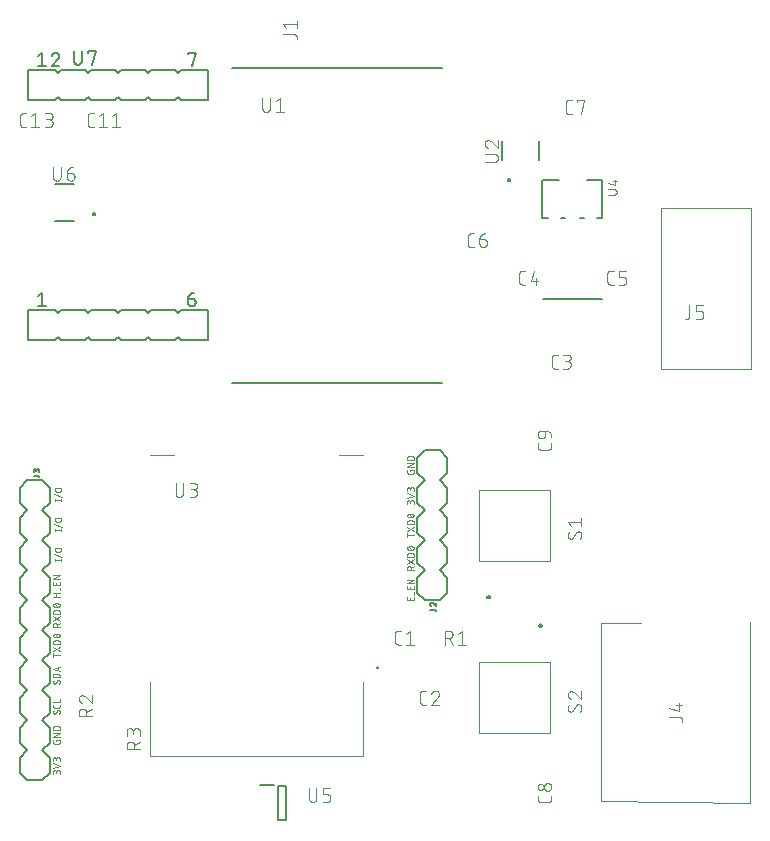
<source format=gbr>
G04 EAGLE Gerber RS-274X export*
G75*
%MOMM*%
%FSLAX34Y34*%
%LPD*%
%INSilkscreen Top*%
%IPPOS*%
%AMOC8*
5,1,8,0,0,1.08239X$1,22.5*%
G01*
%ADD10C,0.050800*%
%ADD11C,0.101600*%
%ADD12C,0.200000*%
%ADD13C,0.203200*%
%ADD14C,0.127000*%
%ADD15C,0.100000*%
%ADD16C,0.200000*%
%ADD17C,0.100000*%
%ADD18C,0.152400*%


D10*
X36068Y579995D02*
X41656Y579995D01*
X41656Y579374D02*
X41656Y580616D01*
X36068Y580616D02*
X36068Y579374D01*
X35447Y585077D02*
X42277Y582594D01*
X40104Y587221D02*
X37620Y587221D01*
X37543Y587223D01*
X37465Y587229D01*
X37389Y587238D01*
X37312Y587252D01*
X37237Y587269D01*
X37163Y587290D01*
X37089Y587315D01*
X37017Y587343D01*
X36947Y587375D01*
X36878Y587410D01*
X36811Y587449D01*
X36746Y587491D01*
X36683Y587536D01*
X36622Y587584D01*
X36564Y587635D01*
X36509Y587689D01*
X36456Y587746D01*
X36407Y587805D01*
X36360Y587867D01*
X36316Y587931D01*
X36276Y587997D01*
X36239Y588065D01*
X36205Y588135D01*
X36175Y588206D01*
X36149Y588279D01*
X36126Y588353D01*
X36107Y588428D01*
X36092Y588503D01*
X36080Y588580D01*
X36072Y588657D01*
X36068Y588734D01*
X36068Y588812D01*
X36072Y588889D01*
X36080Y588966D01*
X36092Y589043D01*
X36107Y589118D01*
X36126Y589193D01*
X36149Y589267D01*
X36175Y589340D01*
X36205Y589411D01*
X36239Y589481D01*
X36276Y589549D01*
X36316Y589615D01*
X36360Y589679D01*
X36407Y589741D01*
X36456Y589800D01*
X36509Y589857D01*
X36564Y589911D01*
X36622Y589962D01*
X36683Y590010D01*
X36746Y590055D01*
X36811Y590097D01*
X36878Y590136D01*
X36947Y590171D01*
X37017Y590203D01*
X37089Y590231D01*
X37163Y590256D01*
X37237Y590277D01*
X37312Y590294D01*
X37389Y590308D01*
X37465Y590317D01*
X37543Y590323D01*
X37620Y590325D01*
X40104Y590325D01*
X40181Y590323D01*
X40259Y590317D01*
X40335Y590308D01*
X40412Y590294D01*
X40487Y590277D01*
X40561Y590256D01*
X40635Y590231D01*
X40707Y590203D01*
X40777Y590171D01*
X40846Y590136D01*
X40913Y590097D01*
X40978Y590055D01*
X41041Y590010D01*
X41102Y589962D01*
X41160Y589911D01*
X41215Y589857D01*
X41268Y589800D01*
X41317Y589741D01*
X41364Y589679D01*
X41408Y589615D01*
X41448Y589549D01*
X41485Y589481D01*
X41519Y589411D01*
X41549Y589340D01*
X41575Y589267D01*
X41598Y589193D01*
X41617Y589118D01*
X41632Y589043D01*
X41644Y588966D01*
X41652Y588889D01*
X41656Y588812D01*
X41656Y588734D01*
X41652Y588657D01*
X41644Y588580D01*
X41632Y588503D01*
X41617Y588428D01*
X41598Y588353D01*
X41575Y588279D01*
X41549Y588206D01*
X41519Y588135D01*
X41485Y588065D01*
X41448Y587997D01*
X41408Y587931D01*
X41364Y587867D01*
X41317Y587805D01*
X41268Y587746D01*
X41215Y587689D01*
X41160Y587635D01*
X41102Y587584D01*
X41041Y587536D01*
X40978Y587491D01*
X40913Y587449D01*
X40846Y587410D01*
X40777Y587375D01*
X40707Y587343D01*
X40635Y587315D01*
X40561Y587290D01*
X40487Y587269D01*
X40412Y587252D01*
X40335Y587238D01*
X40259Y587229D01*
X40181Y587223D01*
X40104Y587221D01*
X41656Y554595D02*
X36068Y554595D01*
X41656Y553974D02*
X41656Y555216D01*
X36068Y555216D02*
X36068Y553974D01*
X35447Y559677D02*
X42277Y557194D01*
X40104Y561821D02*
X37620Y561821D01*
X37543Y561823D01*
X37465Y561829D01*
X37389Y561838D01*
X37312Y561852D01*
X37237Y561869D01*
X37163Y561890D01*
X37089Y561915D01*
X37017Y561943D01*
X36947Y561975D01*
X36878Y562010D01*
X36811Y562049D01*
X36746Y562091D01*
X36683Y562136D01*
X36622Y562184D01*
X36564Y562235D01*
X36509Y562289D01*
X36456Y562346D01*
X36407Y562405D01*
X36360Y562467D01*
X36316Y562531D01*
X36276Y562597D01*
X36239Y562665D01*
X36205Y562735D01*
X36175Y562806D01*
X36149Y562879D01*
X36126Y562953D01*
X36107Y563028D01*
X36092Y563103D01*
X36080Y563180D01*
X36072Y563257D01*
X36068Y563334D01*
X36068Y563412D01*
X36072Y563489D01*
X36080Y563566D01*
X36092Y563643D01*
X36107Y563718D01*
X36126Y563793D01*
X36149Y563867D01*
X36175Y563940D01*
X36205Y564011D01*
X36239Y564081D01*
X36276Y564149D01*
X36316Y564215D01*
X36360Y564279D01*
X36407Y564341D01*
X36456Y564400D01*
X36509Y564457D01*
X36564Y564511D01*
X36622Y564562D01*
X36683Y564610D01*
X36746Y564655D01*
X36811Y564697D01*
X36878Y564736D01*
X36947Y564771D01*
X37017Y564803D01*
X37089Y564831D01*
X37163Y564856D01*
X37237Y564877D01*
X37312Y564894D01*
X37389Y564908D01*
X37465Y564917D01*
X37543Y564923D01*
X37620Y564925D01*
X40104Y564925D01*
X40181Y564923D01*
X40259Y564917D01*
X40335Y564908D01*
X40412Y564894D01*
X40487Y564877D01*
X40561Y564856D01*
X40635Y564831D01*
X40707Y564803D01*
X40777Y564771D01*
X40846Y564736D01*
X40913Y564697D01*
X40978Y564655D01*
X41041Y564610D01*
X41102Y564562D01*
X41160Y564511D01*
X41215Y564457D01*
X41268Y564400D01*
X41317Y564341D01*
X41364Y564279D01*
X41408Y564215D01*
X41448Y564149D01*
X41485Y564081D01*
X41519Y564011D01*
X41549Y563940D01*
X41575Y563867D01*
X41598Y563793D01*
X41617Y563718D01*
X41632Y563643D01*
X41644Y563566D01*
X41652Y563489D01*
X41656Y563412D01*
X41656Y563334D01*
X41652Y563257D01*
X41644Y563180D01*
X41632Y563103D01*
X41617Y563028D01*
X41598Y562953D01*
X41575Y562879D01*
X41549Y562806D01*
X41519Y562735D01*
X41485Y562665D01*
X41448Y562597D01*
X41408Y562531D01*
X41364Y562467D01*
X41317Y562405D01*
X41268Y562346D01*
X41215Y562289D01*
X41160Y562235D01*
X41102Y562184D01*
X41041Y562136D01*
X40978Y562091D01*
X40913Y562049D01*
X40846Y562010D01*
X40777Y561975D01*
X40707Y561943D01*
X40635Y561915D01*
X40561Y561890D01*
X40487Y561869D01*
X40412Y561852D01*
X40335Y561838D01*
X40259Y561829D01*
X40181Y561823D01*
X40104Y561821D01*
X41656Y529195D02*
X36068Y529195D01*
X41656Y528574D02*
X41656Y529816D01*
X36068Y529816D02*
X36068Y528574D01*
X35447Y534277D02*
X42277Y531794D01*
X40104Y536421D02*
X37620Y536421D01*
X37543Y536423D01*
X37465Y536429D01*
X37389Y536438D01*
X37312Y536452D01*
X37237Y536469D01*
X37163Y536490D01*
X37089Y536515D01*
X37017Y536543D01*
X36947Y536575D01*
X36878Y536610D01*
X36811Y536649D01*
X36746Y536691D01*
X36683Y536736D01*
X36622Y536784D01*
X36564Y536835D01*
X36509Y536889D01*
X36456Y536946D01*
X36407Y537005D01*
X36360Y537067D01*
X36316Y537131D01*
X36276Y537197D01*
X36239Y537265D01*
X36205Y537335D01*
X36175Y537406D01*
X36149Y537479D01*
X36126Y537553D01*
X36107Y537628D01*
X36092Y537703D01*
X36080Y537780D01*
X36072Y537857D01*
X36068Y537934D01*
X36068Y538012D01*
X36072Y538089D01*
X36080Y538166D01*
X36092Y538243D01*
X36107Y538318D01*
X36126Y538393D01*
X36149Y538467D01*
X36175Y538540D01*
X36205Y538611D01*
X36239Y538681D01*
X36276Y538749D01*
X36316Y538815D01*
X36360Y538879D01*
X36407Y538941D01*
X36456Y539000D01*
X36509Y539057D01*
X36564Y539111D01*
X36622Y539162D01*
X36683Y539210D01*
X36746Y539255D01*
X36811Y539297D01*
X36878Y539336D01*
X36947Y539371D01*
X37017Y539403D01*
X37089Y539431D01*
X37163Y539456D01*
X37237Y539477D01*
X37312Y539494D01*
X37389Y539508D01*
X37465Y539517D01*
X37543Y539523D01*
X37620Y539525D01*
X40104Y539525D01*
X40181Y539523D01*
X40259Y539517D01*
X40335Y539508D01*
X40412Y539494D01*
X40487Y539477D01*
X40561Y539456D01*
X40635Y539431D01*
X40707Y539403D01*
X40777Y539371D01*
X40846Y539336D01*
X40913Y539297D01*
X40978Y539255D01*
X41041Y539210D01*
X41102Y539162D01*
X41160Y539111D01*
X41215Y539057D01*
X41268Y539000D01*
X41317Y538941D01*
X41364Y538879D01*
X41408Y538815D01*
X41448Y538749D01*
X41485Y538681D01*
X41519Y538611D01*
X41549Y538540D01*
X41575Y538467D01*
X41598Y538393D01*
X41617Y538318D01*
X41632Y538243D01*
X41644Y538166D01*
X41652Y538089D01*
X41656Y538012D01*
X41656Y537934D01*
X41652Y537857D01*
X41644Y537780D01*
X41632Y537703D01*
X41617Y537628D01*
X41598Y537553D01*
X41575Y537479D01*
X41549Y537406D01*
X41519Y537335D01*
X41485Y537265D01*
X41448Y537197D01*
X41408Y537131D01*
X41364Y537067D01*
X41317Y537005D01*
X41268Y536946D01*
X41215Y536889D01*
X41160Y536835D01*
X41102Y536784D01*
X41041Y536736D01*
X40978Y536691D01*
X40913Y536649D01*
X40846Y536610D01*
X40777Y536575D01*
X40707Y536543D01*
X40635Y536515D01*
X40561Y536490D01*
X40487Y536469D01*
X40412Y536452D01*
X40335Y536438D01*
X40259Y536429D01*
X40181Y536423D01*
X40104Y536421D01*
X40386Y498094D02*
X34798Y498094D01*
X37282Y498094D02*
X37282Y501198D01*
X34798Y501198D02*
X40386Y501198D01*
X41007Y503525D02*
X41007Y506009D01*
X40386Y508346D02*
X40386Y510830D01*
X40386Y508346D02*
X34798Y508346D01*
X34798Y510830D01*
X37282Y510209D02*
X37282Y508346D01*
X34798Y513090D02*
X40386Y513090D01*
X40386Y516194D02*
X34798Y513090D01*
X34798Y516194D02*
X40386Y516194D01*
X40386Y472694D02*
X34798Y472694D01*
X34798Y474246D01*
X34800Y474323D01*
X34806Y474401D01*
X34815Y474477D01*
X34829Y474554D01*
X34846Y474629D01*
X34867Y474703D01*
X34892Y474777D01*
X34920Y474849D01*
X34952Y474919D01*
X34987Y474988D01*
X35026Y475055D01*
X35068Y475120D01*
X35113Y475183D01*
X35161Y475244D01*
X35212Y475302D01*
X35266Y475357D01*
X35323Y475410D01*
X35382Y475459D01*
X35444Y475506D01*
X35508Y475550D01*
X35574Y475590D01*
X35642Y475627D01*
X35712Y475661D01*
X35783Y475691D01*
X35856Y475717D01*
X35930Y475740D01*
X36005Y475759D01*
X36080Y475774D01*
X36157Y475786D01*
X36234Y475794D01*
X36311Y475798D01*
X36389Y475798D01*
X36466Y475794D01*
X36543Y475786D01*
X36620Y475774D01*
X36695Y475759D01*
X36770Y475740D01*
X36844Y475717D01*
X36917Y475691D01*
X36988Y475661D01*
X37058Y475627D01*
X37126Y475590D01*
X37192Y475550D01*
X37256Y475506D01*
X37318Y475459D01*
X37377Y475410D01*
X37434Y475357D01*
X37488Y475302D01*
X37539Y475244D01*
X37587Y475183D01*
X37632Y475120D01*
X37674Y475055D01*
X37713Y474988D01*
X37748Y474919D01*
X37780Y474849D01*
X37808Y474777D01*
X37833Y474703D01*
X37854Y474629D01*
X37871Y474554D01*
X37885Y474477D01*
X37894Y474401D01*
X37900Y474323D01*
X37902Y474246D01*
X37902Y472694D01*
X37902Y474557D02*
X40386Y475798D01*
X40386Y477834D02*
X34798Y481559D01*
X34798Y477834D02*
X40386Y481559D01*
X40386Y483814D02*
X34798Y483814D01*
X34798Y485366D01*
X34800Y485442D01*
X34805Y485518D01*
X34815Y485594D01*
X34828Y485669D01*
X34845Y485743D01*
X34865Y485817D01*
X34889Y485889D01*
X34916Y485960D01*
X34947Y486030D01*
X34981Y486098D01*
X35019Y486164D01*
X35060Y486228D01*
X35103Y486291D01*
X35150Y486351D01*
X35200Y486408D01*
X35253Y486463D01*
X35308Y486516D01*
X35365Y486566D01*
X35425Y486613D01*
X35488Y486656D01*
X35552Y486697D01*
X35618Y486735D01*
X35686Y486769D01*
X35756Y486800D01*
X35827Y486827D01*
X35900Y486851D01*
X35973Y486871D01*
X36047Y486888D01*
X36122Y486901D01*
X36198Y486911D01*
X36274Y486916D01*
X36350Y486918D01*
X38834Y486918D01*
X38910Y486916D01*
X38986Y486911D01*
X39062Y486901D01*
X39137Y486888D01*
X39211Y486871D01*
X39285Y486851D01*
X39357Y486827D01*
X39428Y486800D01*
X39498Y486769D01*
X39566Y486735D01*
X39632Y486697D01*
X39696Y486656D01*
X39759Y486613D01*
X39819Y486566D01*
X39876Y486516D01*
X39931Y486463D01*
X39984Y486408D01*
X40034Y486351D01*
X40081Y486291D01*
X40124Y486228D01*
X40165Y486164D01*
X40203Y486098D01*
X40237Y486030D01*
X40268Y485960D01*
X40295Y485889D01*
X40319Y485817D01*
X40339Y485743D01*
X40356Y485669D01*
X40369Y485594D01*
X40379Y485518D01*
X40384Y485442D01*
X40386Y485366D01*
X40386Y483814D01*
X37592Y489483D02*
X37461Y489485D01*
X37331Y489490D01*
X37201Y489500D01*
X37071Y489513D01*
X36941Y489529D01*
X36812Y489549D01*
X36684Y489573D01*
X36557Y489601D01*
X36430Y489632D01*
X36304Y489667D01*
X36179Y489705D01*
X36055Y489747D01*
X35933Y489792D01*
X35812Y489841D01*
X35692Y489893D01*
X35574Y489949D01*
X35574Y489948D02*
X35514Y489971D01*
X35454Y489997D01*
X35397Y490026D01*
X35341Y490059D01*
X35287Y490095D01*
X35235Y490133D01*
X35185Y490175D01*
X35138Y490219D01*
X35093Y490266D01*
X35051Y490316D01*
X35012Y490367D01*
X34976Y490421D01*
X34943Y490477D01*
X34913Y490534D01*
X34886Y490593D01*
X34863Y490654D01*
X34843Y490715D01*
X34827Y490778D01*
X34814Y490842D01*
X34805Y490906D01*
X34800Y490970D01*
X34798Y491035D01*
X34800Y491100D01*
X34805Y491164D01*
X34814Y491228D01*
X34827Y491292D01*
X34843Y491355D01*
X34863Y491416D01*
X34886Y491477D01*
X34913Y491536D01*
X34943Y491593D01*
X34976Y491649D01*
X35012Y491703D01*
X35051Y491754D01*
X35093Y491804D01*
X35138Y491851D01*
X35185Y491895D01*
X35235Y491937D01*
X35287Y491975D01*
X35341Y492011D01*
X35397Y492044D01*
X35454Y492073D01*
X35514Y492099D01*
X35574Y492122D01*
X35692Y492178D01*
X35812Y492230D01*
X35933Y492279D01*
X36055Y492324D01*
X36179Y492366D01*
X36304Y492404D01*
X36430Y492439D01*
X36556Y492470D01*
X36684Y492498D01*
X36812Y492522D01*
X36941Y492542D01*
X37071Y492558D01*
X37201Y492571D01*
X37331Y492581D01*
X37461Y492586D01*
X37592Y492588D01*
X37592Y489483D02*
X37723Y489485D01*
X37853Y489490D01*
X37983Y489500D01*
X38113Y489513D01*
X38243Y489529D01*
X38372Y489549D01*
X38500Y489573D01*
X38627Y489601D01*
X38754Y489632D01*
X38880Y489667D01*
X39005Y489705D01*
X39129Y489747D01*
X39251Y489792D01*
X39372Y489841D01*
X39492Y489893D01*
X39610Y489949D01*
X39610Y489948D02*
X39670Y489971D01*
X39730Y489997D01*
X39787Y490026D01*
X39843Y490059D01*
X39897Y490095D01*
X39949Y490133D01*
X39999Y490175D01*
X40046Y490219D01*
X40091Y490266D01*
X40133Y490316D01*
X40172Y490367D01*
X40208Y490421D01*
X40241Y490477D01*
X40271Y490534D01*
X40298Y490593D01*
X40321Y490654D01*
X40341Y490715D01*
X40357Y490778D01*
X40370Y490842D01*
X40379Y490906D01*
X40384Y490970D01*
X40386Y491035D01*
X39610Y492121D02*
X39492Y492177D01*
X39372Y492229D01*
X39251Y492278D01*
X39129Y492323D01*
X39005Y492365D01*
X38880Y492403D01*
X38754Y492438D01*
X38628Y492469D01*
X38500Y492497D01*
X38372Y492521D01*
X38243Y492541D01*
X38113Y492557D01*
X37983Y492570D01*
X37853Y492580D01*
X37723Y492585D01*
X37592Y492587D01*
X39610Y492122D02*
X39670Y492099D01*
X39730Y492073D01*
X39787Y492044D01*
X39843Y492011D01*
X39897Y491975D01*
X39949Y491937D01*
X39999Y491895D01*
X40046Y491851D01*
X40091Y491804D01*
X40133Y491754D01*
X40172Y491703D01*
X40208Y491649D01*
X40241Y491593D01*
X40271Y491536D01*
X40298Y491477D01*
X40321Y491416D01*
X40341Y491355D01*
X40357Y491292D01*
X40370Y491228D01*
X40379Y491164D01*
X40384Y491100D01*
X40386Y491035D01*
X39144Y489793D02*
X36040Y492277D01*
X34798Y448846D02*
X40386Y448846D01*
X34798Y447294D02*
X34798Y450398D01*
X34798Y455830D02*
X40386Y452104D01*
X40386Y455830D02*
X34798Y452104D01*
X34798Y458084D02*
X40386Y458084D01*
X34798Y458084D02*
X34798Y459636D01*
X34800Y459712D01*
X34805Y459788D01*
X34815Y459864D01*
X34828Y459939D01*
X34845Y460013D01*
X34865Y460087D01*
X34889Y460159D01*
X34916Y460230D01*
X34947Y460300D01*
X34981Y460368D01*
X35019Y460434D01*
X35060Y460498D01*
X35103Y460561D01*
X35150Y460621D01*
X35200Y460678D01*
X35253Y460733D01*
X35308Y460786D01*
X35365Y460836D01*
X35425Y460883D01*
X35488Y460926D01*
X35552Y460967D01*
X35618Y461005D01*
X35686Y461039D01*
X35756Y461070D01*
X35827Y461097D01*
X35900Y461121D01*
X35973Y461141D01*
X36047Y461158D01*
X36122Y461171D01*
X36198Y461181D01*
X36274Y461186D01*
X36350Y461188D01*
X38834Y461188D01*
X38910Y461186D01*
X38986Y461181D01*
X39062Y461171D01*
X39137Y461158D01*
X39211Y461141D01*
X39285Y461121D01*
X39357Y461097D01*
X39428Y461070D01*
X39498Y461039D01*
X39566Y461005D01*
X39632Y460967D01*
X39696Y460926D01*
X39759Y460883D01*
X39819Y460836D01*
X39876Y460786D01*
X39931Y460733D01*
X39984Y460678D01*
X40034Y460621D01*
X40081Y460561D01*
X40124Y460498D01*
X40165Y460434D01*
X40203Y460368D01*
X40237Y460300D01*
X40268Y460230D01*
X40295Y460159D01*
X40319Y460087D01*
X40339Y460013D01*
X40356Y459939D01*
X40369Y459864D01*
X40379Y459788D01*
X40384Y459712D01*
X40386Y459636D01*
X40386Y458084D01*
X37592Y463753D02*
X37461Y463755D01*
X37331Y463760D01*
X37201Y463770D01*
X37071Y463783D01*
X36941Y463799D01*
X36812Y463819D01*
X36684Y463843D01*
X36557Y463871D01*
X36430Y463902D01*
X36304Y463937D01*
X36179Y463975D01*
X36055Y464017D01*
X35933Y464062D01*
X35812Y464111D01*
X35692Y464163D01*
X35574Y464219D01*
X35574Y464218D02*
X35514Y464241D01*
X35454Y464267D01*
X35397Y464296D01*
X35341Y464329D01*
X35287Y464365D01*
X35235Y464403D01*
X35185Y464445D01*
X35138Y464489D01*
X35093Y464536D01*
X35051Y464586D01*
X35012Y464637D01*
X34976Y464691D01*
X34943Y464747D01*
X34913Y464804D01*
X34886Y464863D01*
X34863Y464924D01*
X34843Y464985D01*
X34827Y465048D01*
X34814Y465112D01*
X34805Y465176D01*
X34800Y465240D01*
X34798Y465305D01*
X34800Y465370D01*
X34805Y465434D01*
X34814Y465498D01*
X34827Y465562D01*
X34843Y465625D01*
X34863Y465686D01*
X34886Y465747D01*
X34913Y465806D01*
X34943Y465863D01*
X34976Y465919D01*
X35012Y465973D01*
X35051Y466024D01*
X35093Y466074D01*
X35138Y466121D01*
X35185Y466165D01*
X35235Y466207D01*
X35287Y466245D01*
X35341Y466281D01*
X35397Y466314D01*
X35454Y466343D01*
X35514Y466369D01*
X35574Y466392D01*
X35692Y466448D01*
X35812Y466500D01*
X35933Y466549D01*
X36055Y466594D01*
X36179Y466636D01*
X36304Y466674D01*
X36430Y466709D01*
X36556Y466740D01*
X36684Y466768D01*
X36812Y466792D01*
X36941Y466812D01*
X37071Y466828D01*
X37201Y466841D01*
X37331Y466851D01*
X37461Y466856D01*
X37592Y466858D01*
X37592Y463753D02*
X37723Y463755D01*
X37853Y463760D01*
X37983Y463770D01*
X38113Y463783D01*
X38243Y463799D01*
X38372Y463819D01*
X38500Y463843D01*
X38627Y463871D01*
X38754Y463902D01*
X38880Y463937D01*
X39005Y463975D01*
X39129Y464017D01*
X39251Y464062D01*
X39372Y464111D01*
X39492Y464163D01*
X39610Y464219D01*
X39610Y464218D02*
X39670Y464241D01*
X39730Y464267D01*
X39787Y464296D01*
X39843Y464329D01*
X39897Y464365D01*
X39949Y464403D01*
X39999Y464445D01*
X40046Y464489D01*
X40091Y464536D01*
X40133Y464586D01*
X40172Y464637D01*
X40208Y464691D01*
X40241Y464747D01*
X40271Y464804D01*
X40298Y464863D01*
X40321Y464924D01*
X40341Y464985D01*
X40357Y465048D01*
X40370Y465112D01*
X40379Y465176D01*
X40384Y465240D01*
X40386Y465305D01*
X39610Y466392D02*
X39492Y466448D01*
X39372Y466500D01*
X39251Y466549D01*
X39129Y466594D01*
X39005Y466636D01*
X38880Y466674D01*
X38754Y466709D01*
X38628Y466740D01*
X38500Y466768D01*
X38372Y466792D01*
X38243Y466812D01*
X38113Y466828D01*
X37983Y466841D01*
X37853Y466851D01*
X37723Y466856D01*
X37592Y466858D01*
X39610Y466392D02*
X39670Y466369D01*
X39730Y466343D01*
X39787Y466314D01*
X39843Y466281D01*
X39897Y466245D01*
X39949Y466207D01*
X39999Y466165D01*
X40046Y466121D01*
X40091Y466074D01*
X40133Y466024D01*
X40172Y465973D01*
X40208Y465919D01*
X40241Y465863D01*
X40271Y465806D01*
X40298Y465747D01*
X40321Y465686D01*
X40341Y465625D01*
X40357Y465562D01*
X40370Y465498D01*
X40379Y465434D01*
X40384Y465370D01*
X40386Y465305D01*
X39144Y464064D02*
X36040Y466547D01*
X39144Y427539D02*
X39214Y427537D01*
X39283Y427531D01*
X39352Y427521D01*
X39420Y427508D01*
X39488Y427490D01*
X39554Y427469D01*
X39619Y427444D01*
X39683Y427416D01*
X39745Y427384D01*
X39805Y427349D01*
X39863Y427310D01*
X39918Y427268D01*
X39972Y427223D01*
X40022Y427175D01*
X40070Y427125D01*
X40115Y427071D01*
X40157Y427016D01*
X40196Y426958D01*
X40231Y426898D01*
X40263Y426836D01*
X40291Y426772D01*
X40316Y426707D01*
X40337Y426641D01*
X40355Y426573D01*
X40368Y426505D01*
X40378Y426436D01*
X40384Y426367D01*
X40386Y426297D01*
X40384Y426198D01*
X40379Y426100D01*
X40369Y426002D01*
X40356Y425904D01*
X40340Y425807D01*
X40320Y425710D01*
X40296Y425615D01*
X40268Y425520D01*
X40237Y425426D01*
X40203Y425334D01*
X40165Y425243D01*
X40124Y425153D01*
X40079Y425065D01*
X40031Y424979D01*
X39980Y424895D01*
X39926Y424813D01*
X39868Y424732D01*
X39808Y424654D01*
X39745Y424579D01*
X39679Y424505D01*
X39610Y424435D01*
X36040Y424589D02*
X35970Y424591D01*
X35901Y424597D01*
X35832Y424607D01*
X35764Y424620D01*
X35696Y424638D01*
X35630Y424659D01*
X35565Y424684D01*
X35501Y424712D01*
X35439Y424744D01*
X35379Y424779D01*
X35321Y424818D01*
X35266Y424860D01*
X35212Y424905D01*
X35162Y424953D01*
X35114Y425003D01*
X35069Y425057D01*
X35027Y425112D01*
X34988Y425170D01*
X34953Y425230D01*
X34921Y425292D01*
X34893Y425356D01*
X34868Y425421D01*
X34847Y425487D01*
X34829Y425555D01*
X34816Y425623D01*
X34806Y425692D01*
X34800Y425761D01*
X34798Y425831D01*
X34800Y425925D01*
X34806Y426018D01*
X34815Y426111D01*
X34828Y426204D01*
X34845Y426296D01*
X34865Y426387D01*
X34890Y426478D01*
X34917Y426567D01*
X34949Y426655D01*
X34984Y426742D01*
X35022Y426828D01*
X35064Y426911D01*
X35109Y426994D01*
X35157Y427074D01*
X35209Y427152D01*
X35264Y427228D01*
X37126Y425210D02*
X37090Y425151D01*
X37050Y425095D01*
X37007Y425041D01*
X36962Y424989D01*
X36913Y424940D01*
X36862Y424894D01*
X36809Y424851D01*
X36753Y424810D01*
X36695Y424773D01*
X36635Y424738D01*
X36574Y424708D01*
X36511Y424680D01*
X36446Y424656D01*
X36380Y424636D01*
X36313Y424619D01*
X36246Y424606D01*
X36178Y424597D01*
X36109Y424591D01*
X36040Y424589D01*
X38058Y426917D02*
X38094Y426976D01*
X38134Y427032D01*
X38177Y427086D01*
X38222Y427138D01*
X38271Y427187D01*
X38322Y427233D01*
X38375Y427276D01*
X38431Y427317D01*
X38489Y427354D01*
X38549Y427389D01*
X38610Y427419D01*
X38673Y427447D01*
X38738Y427471D01*
X38804Y427491D01*
X38871Y427508D01*
X38938Y427521D01*
X39006Y427530D01*
X39075Y427536D01*
X39144Y427538D01*
X38058Y426918D02*
X37126Y425210D01*
X34798Y429920D02*
X40386Y429920D01*
X34798Y429920D02*
X34798Y431473D01*
X34800Y431549D01*
X34805Y431625D01*
X34815Y431701D01*
X34828Y431776D01*
X34845Y431850D01*
X34865Y431924D01*
X34889Y431996D01*
X34916Y432067D01*
X34947Y432137D01*
X34981Y432205D01*
X35019Y432271D01*
X35060Y432335D01*
X35103Y432398D01*
X35150Y432458D01*
X35200Y432515D01*
X35253Y432570D01*
X35308Y432623D01*
X35365Y432673D01*
X35425Y432720D01*
X35488Y432763D01*
X35552Y432804D01*
X35618Y432842D01*
X35686Y432876D01*
X35756Y432907D01*
X35827Y432934D01*
X35900Y432958D01*
X35973Y432978D01*
X36047Y432995D01*
X36122Y433008D01*
X36198Y433018D01*
X36274Y433023D01*
X36350Y433025D01*
X38834Y433025D01*
X38910Y433023D01*
X38986Y433018D01*
X39062Y433008D01*
X39137Y432995D01*
X39211Y432978D01*
X39285Y432958D01*
X39357Y432934D01*
X39428Y432907D01*
X39498Y432876D01*
X39566Y432842D01*
X39632Y432804D01*
X39696Y432763D01*
X39759Y432720D01*
X39819Y432673D01*
X39876Y432623D01*
X39931Y432570D01*
X39984Y432515D01*
X40034Y432458D01*
X40081Y432398D01*
X40124Y432335D01*
X40165Y432271D01*
X40203Y432205D01*
X40237Y432137D01*
X40268Y432067D01*
X40295Y431996D01*
X40319Y431924D01*
X40339Y431850D01*
X40356Y431776D01*
X40369Y431701D01*
X40379Y431625D01*
X40384Y431549D01*
X40386Y431473D01*
X40386Y429920D01*
X40386Y435279D02*
X34798Y437142D01*
X40386Y439005D01*
X38989Y438539D02*
X38989Y435745D01*
X39144Y402139D02*
X39214Y402137D01*
X39283Y402131D01*
X39352Y402121D01*
X39420Y402108D01*
X39488Y402090D01*
X39554Y402069D01*
X39619Y402044D01*
X39683Y402016D01*
X39745Y401984D01*
X39805Y401949D01*
X39863Y401910D01*
X39918Y401868D01*
X39972Y401823D01*
X40022Y401775D01*
X40070Y401725D01*
X40115Y401671D01*
X40157Y401616D01*
X40196Y401558D01*
X40231Y401498D01*
X40263Y401436D01*
X40291Y401372D01*
X40316Y401307D01*
X40337Y401241D01*
X40355Y401173D01*
X40368Y401105D01*
X40378Y401036D01*
X40384Y400967D01*
X40386Y400897D01*
X40384Y400798D01*
X40379Y400700D01*
X40369Y400602D01*
X40356Y400504D01*
X40340Y400407D01*
X40320Y400310D01*
X40296Y400215D01*
X40268Y400120D01*
X40237Y400026D01*
X40203Y399934D01*
X40165Y399843D01*
X40124Y399753D01*
X40079Y399665D01*
X40031Y399579D01*
X39980Y399495D01*
X39926Y399413D01*
X39868Y399332D01*
X39808Y399254D01*
X39745Y399179D01*
X39679Y399105D01*
X39610Y399035D01*
X36040Y399189D02*
X35970Y399191D01*
X35901Y399197D01*
X35832Y399207D01*
X35764Y399220D01*
X35696Y399238D01*
X35630Y399259D01*
X35565Y399284D01*
X35501Y399312D01*
X35439Y399344D01*
X35379Y399379D01*
X35321Y399418D01*
X35266Y399460D01*
X35212Y399505D01*
X35162Y399553D01*
X35114Y399603D01*
X35069Y399657D01*
X35027Y399712D01*
X34988Y399770D01*
X34953Y399830D01*
X34921Y399892D01*
X34893Y399956D01*
X34868Y400021D01*
X34847Y400087D01*
X34829Y400155D01*
X34816Y400223D01*
X34806Y400292D01*
X34800Y400361D01*
X34798Y400431D01*
X34800Y400525D01*
X34806Y400618D01*
X34815Y400711D01*
X34828Y400804D01*
X34845Y400896D01*
X34865Y400987D01*
X34890Y401078D01*
X34917Y401167D01*
X34949Y401255D01*
X34984Y401342D01*
X35022Y401428D01*
X35064Y401511D01*
X35109Y401594D01*
X35157Y401674D01*
X35209Y401752D01*
X35264Y401828D01*
X37126Y399810D02*
X37090Y399751D01*
X37050Y399695D01*
X37007Y399641D01*
X36962Y399589D01*
X36913Y399540D01*
X36862Y399494D01*
X36809Y399451D01*
X36753Y399410D01*
X36695Y399373D01*
X36635Y399338D01*
X36574Y399308D01*
X36511Y399280D01*
X36446Y399256D01*
X36380Y399236D01*
X36313Y399219D01*
X36246Y399206D01*
X36178Y399197D01*
X36109Y399191D01*
X36040Y399189D01*
X38058Y401517D02*
X38094Y401576D01*
X38134Y401632D01*
X38177Y401686D01*
X38222Y401738D01*
X38271Y401787D01*
X38322Y401833D01*
X38375Y401876D01*
X38431Y401917D01*
X38489Y401954D01*
X38549Y401989D01*
X38610Y402019D01*
X38673Y402047D01*
X38738Y402071D01*
X38804Y402091D01*
X38871Y402108D01*
X38938Y402121D01*
X39006Y402130D01*
X39075Y402136D01*
X39144Y402138D01*
X38058Y401518D02*
X37126Y399810D01*
X40386Y405563D02*
X40386Y406805D01*
X40386Y405563D02*
X40384Y405493D01*
X40378Y405424D01*
X40368Y405355D01*
X40355Y405287D01*
X40337Y405219D01*
X40316Y405153D01*
X40291Y405088D01*
X40263Y405024D01*
X40231Y404962D01*
X40196Y404902D01*
X40157Y404844D01*
X40115Y404789D01*
X40070Y404735D01*
X40022Y404685D01*
X39972Y404637D01*
X39918Y404592D01*
X39863Y404550D01*
X39805Y404511D01*
X39745Y404476D01*
X39683Y404444D01*
X39619Y404416D01*
X39554Y404391D01*
X39488Y404370D01*
X39420Y404352D01*
X39352Y404339D01*
X39283Y404329D01*
X39214Y404323D01*
X39144Y404321D01*
X36040Y404321D01*
X35970Y404323D01*
X35901Y404329D01*
X35832Y404339D01*
X35764Y404352D01*
X35696Y404370D01*
X35630Y404391D01*
X35565Y404416D01*
X35501Y404444D01*
X35439Y404476D01*
X35379Y404511D01*
X35321Y404550D01*
X35266Y404592D01*
X35212Y404637D01*
X35162Y404685D01*
X35114Y404735D01*
X35069Y404789D01*
X35027Y404844D01*
X34988Y404902D01*
X34953Y404962D01*
X34921Y405024D01*
X34893Y405088D01*
X34868Y405153D01*
X34847Y405219D01*
X34829Y405287D01*
X34816Y405355D01*
X34806Y405424D01*
X34800Y405493D01*
X34798Y405563D01*
X34798Y406805D01*
X34798Y409103D02*
X40386Y409103D01*
X40386Y411587D01*
X37282Y376738D02*
X37282Y375807D01*
X37282Y376738D02*
X40386Y376738D01*
X40386Y374876D01*
X40384Y374806D01*
X40378Y374737D01*
X40368Y374668D01*
X40355Y374600D01*
X40337Y374532D01*
X40316Y374466D01*
X40291Y374401D01*
X40263Y374337D01*
X40231Y374275D01*
X40196Y374215D01*
X40157Y374157D01*
X40115Y374102D01*
X40070Y374048D01*
X40022Y373998D01*
X39972Y373950D01*
X39918Y373905D01*
X39863Y373863D01*
X39805Y373824D01*
X39745Y373789D01*
X39683Y373757D01*
X39619Y373729D01*
X39554Y373704D01*
X39488Y373683D01*
X39420Y373665D01*
X39352Y373652D01*
X39283Y373642D01*
X39214Y373636D01*
X39144Y373634D01*
X36040Y373634D01*
X35970Y373636D01*
X35901Y373642D01*
X35832Y373652D01*
X35764Y373665D01*
X35696Y373683D01*
X35630Y373704D01*
X35565Y373729D01*
X35501Y373757D01*
X35439Y373789D01*
X35379Y373824D01*
X35321Y373863D01*
X35266Y373905D01*
X35212Y373950D01*
X35162Y373998D01*
X35114Y374048D01*
X35069Y374102D01*
X35027Y374157D01*
X34988Y374215D01*
X34953Y374275D01*
X34921Y374337D01*
X34893Y374401D01*
X34868Y374466D01*
X34847Y374532D01*
X34829Y374600D01*
X34816Y374668D01*
X34806Y374737D01*
X34800Y374806D01*
X34798Y374876D01*
X34798Y376738D01*
X34798Y379486D02*
X40386Y379486D01*
X40386Y382591D02*
X34798Y379486D01*
X34798Y382591D02*
X40386Y382591D01*
X40386Y385338D02*
X34798Y385338D01*
X34798Y386890D01*
X34800Y386966D01*
X34805Y387042D01*
X34815Y387118D01*
X34828Y387193D01*
X34845Y387267D01*
X34865Y387341D01*
X34889Y387413D01*
X34916Y387484D01*
X34947Y387554D01*
X34981Y387622D01*
X35019Y387688D01*
X35060Y387752D01*
X35103Y387815D01*
X35150Y387875D01*
X35200Y387932D01*
X35253Y387987D01*
X35308Y388040D01*
X35365Y388090D01*
X35425Y388137D01*
X35488Y388180D01*
X35552Y388221D01*
X35618Y388259D01*
X35686Y388293D01*
X35756Y388324D01*
X35827Y388351D01*
X35900Y388375D01*
X35973Y388395D01*
X36047Y388412D01*
X36122Y388425D01*
X36198Y388435D01*
X36274Y388440D01*
X36350Y388442D01*
X36350Y388443D02*
X38834Y388443D01*
X38834Y388442D02*
X38910Y388440D01*
X38986Y388435D01*
X39062Y388425D01*
X39137Y388412D01*
X39211Y388395D01*
X39285Y388375D01*
X39357Y388351D01*
X39428Y388324D01*
X39498Y388293D01*
X39566Y388259D01*
X39632Y388221D01*
X39696Y388180D01*
X39759Y388137D01*
X39819Y388090D01*
X39876Y388040D01*
X39931Y387987D01*
X39984Y387932D01*
X40034Y387875D01*
X40081Y387815D01*
X40124Y387752D01*
X40165Y387688D01*
X40203Y387622D01*
X40237Y387554D01*
X40268Y387484D01*
X40295Y387413D01*
X40319Y387341D01*
X40339Y387267D01*
X40356Y387193D01*
X40369Y387118D01*
X40379Y387042D01*
X40384Y386966D01*
X40386Y386890D01*
X40386Y385338D01*
X40386Y349786D02*
X40386Y348234D01*
X40386Y349786D02*
X40384Y349863D01*
X40378Y349941D01*
X40369Y350017D01*
X40355Y350094D01*
X40338Y350169D01*
X40317Y350243D01*
X40292Y350317D01*
X40264Y350389D01*
X40232Y350459D01*
X40197Y350528D01*
X40158Y350595D01*
X40116Y350660D01*
X40071Y350723D01*
X40023Y350784D01*
X39972Y350842D01*
X39918Y350897D01*
X39861Y350950D01*
X39802Y350999D01*
X39740Y351046D01*
X39676Y351090D01*
X39610Y351130D01*
X39542Y351167D01*
X39472Y351201D01*
X39401Y351231D01*
X39328Y351257D01*
X39254Y351280D01*
X39179Y351299D01*
X39104Y351314D01*
X39027Y351326D01*
X38950Y351334D01*
X38873Y351338D01*
X38795Y351338D01*
X38718Y351334D01*
X38641Y351326D01*
X38564Y351314D01*
X38489Y351299D01*
X38414Y351280D01*
X38340Y351257D01*
X38267Y351231D01*
X38196Y351201D01*
X38126Y351167D01*
X38058Y351130D01*
X37992Y351090D01*
X37928Y351046D01*
X37866Y350999D01*
X37807Y350950D01*
X37750Y350897D01*
X37696Y350842D01*
X37645Y350784D01*
X37597Y350723D01*
X37552Y350660D01*
X37510Y350595D01*
X37471Y350528D01*
X37436Y350459D01*
X37404Y350389D01*
X37376Y350317D01*
X37351Y350243D01*
X37330Y350169D01*
X37313Y350094D01*
X37299Y350017D01*
X37290Y349941D01*
X37284Y349863D01*
X37282Y349786D01*
X34798Y350097D02*
X34798Y348234D01*
X34798Y350097D02*
X34800Y350167D01*
X34806Y350236D01*
X34816Y350305D01*
X34829Y350373D01*
X34847Y350441D01*
X34868Y350507D01*
X34893Y350572D01*
X34921Y350636D01*
X34953Y350698D01*
X34988Y350758D01*
X35027Y350816D01*
X35069Y350871D01*
X35114Y350925D01*
X35162Y350975D01*
X35212Y351023D01*
X35266Y351068D01*
X35321Y351110D01*
X35379Y351149D01*
X35439Y351184D01*
X35501Y351216D01*
X35565Y351244D01*
X35630Y351269D01*
X35696Y351290D01*
X35764Y351308D01*
X35832Y351321D01*
X35901Y351331D01*
X35970Y351337D01*
X36040Y351339D01*
X36110Y351337D01*
X36179Y351331D01*
X36248Y351321D01*
X36316Y351308D01*
X36384Y351290D01*
X36450Y351269D01*
X36515Y351244D01*
X36579Y351216D01*
X36641Y351184D01*
X36701Y351149D01*
X36759Y351110D01*
X36814Y351068D01*
X36868Y351023D01*
X36918Y350975D01*
X36966Y350925D01*
X37011Y350871D01*
X37053Y350816D01*
X37092Y350758D01*
X37127Y350698D01*
X37159Y350636D01*
X37187Y350572D01*
X37212Y350507D01*
X37233Y350441D01*
X37251Y350373D01*
X37264Y350305D01*
X37274Y350236D01*
X37280Y350167D01*
X37282Y350097D01*
X37282Y348855D01*
X34798Y353410D02*
X40386Y355273D01*
X34798Y357135D01*
X40386Y359207D02*
X40386Y360759D01*
X40384Y360836D01*
X40378Y360914D01*
X40369Y360990D01*
X40355Y361067D01*
X40338Y361142D01*
X40317Y361216D01*
X40292Y361290D01*
X40264Y361362D01*
X40232Y361432D01*
X40197Y361501D01*
X40158Y361568D01*
X40116Y361633D01*
X40071Y361696D01*
X40023Y361757D01*
X39972Y361815D01*
X39918Y361870D01*
X39861Y361923D01*
X39802Y361972D01*
X39740Y362019D01*
X39676Y362063D01*
X39610Y362103D01*
X39542Y362140D01*
X39472Y362174D01*
X39401Y362204D01*
X39328Y362230D01*
X39254Y362253D01*
X39179Y362272D01*
X39104Y362287D01*
X39027Y362299D01*
X38950Y362307D01*
X38873Y362311D01*
X38795Y362311D01*
X38718Y362307D01*
X38641Y362299D01*
X38564Y362287D01*
X38489Y362272D01*
X38414Y362253D01*
X38340Y362230D01*
X38267Y362204D01*
X38196Y362174D01*
X38126Y362140D01*
X38058Y362103D01*
X37992Y362063D01*
X37928Y362019D01*
X37866Y361972D01*
X37807Y361923D01*
X37750Y361870D01*
X37696Y361815D01*
X37645Y361757D01*
X37597Y361696D01*
X37552Y361633D01*
X37510Y361568D01*
X37471Y361501D01*
X37436Y361432D01*
X37404Y361362D01*
X37376Y361290D01*
X37351Y361216D01*
X37330Y361142D01*
X37313Y361067D01*
X37299Y360990D01*
X37290Y360914D01*
X37284Y360836D01*
X37282Y360759D01*
X34798Y361069D02*
X34798Y359207D01*
X34798Y361069D02*
X34800Y361139D01*
X34806Y361208D01*
X34816Y361277D01*
X34829Y361345D01*
X34847Y361413D01*
X34868Y361479D01*
X34893Y361544D01*
X34921Y361608D01*
X34953Y361670D01*
X34988Y361730D01*
X35027Y361788D01*
X35069Y361843D01*
X35114Y361897D01*
X35162Y361947D01*
X35212Y361995D01*
X35266Y362040D01*
X35321Y362082D01*
X35379Y362121D01*
X35439Y362156D01*
X35501Y362188D01*
X35565Y362216D01*
X35630Y362241D01*
X35696Y362262D01*
X35764Y362280D01*
X35832Y362293D01*
X35901Y362303D01*
X35970Y362309D01*
X36040Y362311D01*
X36110Y362309D01*
X36179Y362303D01*
X36248Y362293D01*
X36316Y362280D01*
X36384Y362262D01*
X36450Y362241D01*
X36515Y362216D01*
X36579Y362188D01*
X36641Y362156D01*
X36701Y362121D01*
X36759Y362082D01*
X36814Y362040D01*
X36868Y361995D01*
X36918Y361947D01*
X36966Y361897D01*
X37011Y361843D01*
X37053Y361788D01*
X37092Y361730D01*
X37127Y361670D01*
X37159Y361608D01*
X37187Y361544D01*
X37212Y361479D01*
X37233Y361413D01*
X37251Y361345D01*
X37264Y361277D01*
X37274Y361208D01*
X37280Y361139D01*
X37282Y361069D01*
X37282Y359828D01*
X334518Y520954D02*
X340106Y520954D01*
X334518Y520954D02*
X334518Y522506D01*
X334520Y522583D01*
X334526Y522661D01*
X334535Y522737D01*
X334549Y522814D01*
X334566Y522889D01*
X334587Y522963D01*
X334612Y523037D01*
X334640Y523109D01*
X334672Y523179D01*
X334707Y523248D01*
X334746Y523315D01*
X334788Y523380D01*
X334833Y523443D01*
X334881Y523504D01*
X334932Y523562D01*
X334986Y523617D01*
X335043Y523670D01*
X335102Y523719D01*
X335164Y523766D01*
X335228Y523810D01*
X335294Y523850D01*
X335362Y523887D01*
X335432Y523921D01*
X335503Y523951D01*
X335576Y523977D01*
X335650Y524000D01*
X335725Y524019D01*
X335800Y524034D01*
X335877Y524046D01*
X335954Y524054D01*
X336031Y524058D01*
X336109Y524058D01*
X336186Y524054D01*
X336263Y524046D01*
X336340Y524034D01*
X336415Y524019D01*
X336490Y524000D01*
X336564Y523977D01*
X336637Y523951D01*
X336708Y523921D01*
X336778Y523887D01*
X336846Y523850D01*
X336912Y523810D01*
X336976Y523766D01*
X337038Y523719D01*
X337097Y523670D01*
X337154Y523617D01*
X337208Y523562D01*
X337259Y523504D01*
X337307Y523443D01*
X337352Y523380D01*
X337394Y523315D01*
X337433Y523248D01*
X337468Y523179D01*
X337500Y523109D01*
X337528Y523037D01*
X337553Y522963D01*
X337574Y522889D01*
X337591Y522814D01*
X337605Y522737D01*
X337614Y522661D01*
X337620Y522583D01*
X337622Y522506D01*
X337622Y520954D01*
X337622Y522817D02*
X340106Y524058D01*
X340106Y526094D02*
X334518Y529819D01*
X334518Y526094D02*
X340106Y529819D01*
X340106Y532074D02*
X334518Y532074D01*
X334518Y533626D01*
X334520Y533702D01*
X334525Y533778D01*
X334535Y533854D01*
X334548Y533929D01*
X334565Y534003D01*
X334585Y534077D01*
X334609Y534149D01*
X334636Y534220D01*
X334667Y534290D01*
X334701Y534358D01*
X334739Y534424D01*
X334780Y534488D01*
X334823Y534551D01*
X334870Y534611D01*
X334920Y534668D01*
X334973Y534723D01*
X335028Y534776D01*
X335085Y534826D01*
X335145Y534873D01*
X335208Y534916D01*
X335272Y534957D01*
X335338Y534995D01*
X335406Y535029D01*
X335476Y535060D01*
X335547Y535087D01*
X335620Y535111D01*
X335693Y535131D01*
X335767Y535148D01*
X335842Y535161D01*
X335918Y535171D01*
X335994Y535176D01*
X336070Y535178D01*
X338554Y535178D01*
X338630Y535176D01*
X338706Y535171D01*
X338782Y535161D01*
X338857Y535148D01*
X338931Y535131D01*
X339005Y535111D01*
X339077Y535087D01*
X339148Y535060D01*
X339218Y535029D01*
X339286Y534995D01*
X339352Y534957D01*
X339416Y534916D01*
X339479Y534873D01*
X339539Y534826D01*
X339596Y534776D01*
X339651Y534723D01*
X339704Y534668D01*
X339754Y534611D01*
X339801Y534551D01*
X339844Y534488D01*
X339885Y534424D01*
X339923Y534358D01*
X339957Y534290D01*
X339988Y534220D01*
X340015Y534149D01*
X340039Y534077D01*
X340059Y534003D01*
X340076Y533929D01*
X340089Y533854D01*
X340099Y533778D01*
X340104Y533702D01*
X340106Y533626D01*
X340106Y532074D01*
X337312Y537743D02*
X337181Y537745D01*
X337051Y537750D01*
X336921Y537760D01*
X336791Y537773D01*
X336661Y537789D01*
X336532Y537809D01*
X336404Y537833D01*
X336277Y537861D01*
X336150Y537892D01*
X336024Y537927D01*
X335899Y537965D01*
X335775Y538007D01*
X335653Y538052D01*
X335532Y538101D01*
X335412Y538153D01*
X335294Y538209D01*
X335294Y538208D02*
X335234Y538231D01*
X335174Y538257D01*
X335117Y538286D01*
X335061Y538319D01*
X335007Y538355D01*
X334955Y538393D01*
X334905Y538435D01*
X334858Y538479D01*
X334813Y538526D01*
X334771Y538576D01*
X334732Y538627D01*
X334696Y538681D01*
X334663Y538737D01*
X334633Y538794D01*
X334606Y538853D01*
X334583Y538914D01*
X334563Y538975D01*
X334547Y539038D01*
X334534Y539102D01*
X334525Y539166D01*
X334520Y539230D01*
X334518Y539295D01*
X334520Y539360D01*
X334525Y539424D01*
X334534Y539488D01*
X334547Y539552D01*
X334563Y539615D01*
X334583Y539676D01*
X334606Y539737D01*
X334633Y539796D01*
X334663Y539853D01*
X334696Y539909D01*
X334732Y539963D01*
X334771Y540014D01*
X334813Y540064D01*
X334858Y540111D01*
X334905Y540155D01*
X334955Y540197D01*
X335007Y540235D01*
X335061Y540271D01*
X335117Y540304D01*
X335174Y540333D01*
X335234Y540359D01*
X335294Y540382D01*
X335412Y540438D01*
X335532Y540490D01*
X335653Y540539D01*
X335775Y540584D01*
X335899Y540626D01*
X336024Y540664D01*
X336150Y540699D01*
X336276Y540730D01*
X336404Y540758D01*
X336532Y540782D01*
X336661Y540802D01*
X336791Y540818D01*
X336921Y540831D01*
X337051Y540841D01*
X337181Y540846D01*
X337312Y540848D01*
X337312Y537743D02*
X337443Y537745D01*
X337573Y537750D01*
X337703Y537760D01*
X337833Y537773D01*
X337963Y537789D01*
X338092Y537809D01*
X338220Y537833D01*
X338347Y537861D01*
X338474Y537892D01*
X338600Y537927D01*
X338725Y537965D01*
X338849Y538007D01*
X338971Y538052D01*
X339092Y538101D01*
X339212Y538153D01*
X339330Y538209D01*
X339330Y538208D02*
X339390Y538231D01*
X339450Y538257D01*
X339507Y538286D01*
X339563Y538319D01*
X339617Y538355D01*
X339669Y538393D01*
X339719Y538435D01*
X339766Y538479D01*
X339811Y538526D01*
X339853Y538576D01*
X339892Y538627D01*
X339928Y538681D01*
X339961Y538737D01*
X339991Y538794D01*
X340018Y538853D01*
X340041Y538914D01*
X340061Y538975D01*
X340077Y539038D01*
X340090Y539102D01*
X340099Y539166D01*
X340104Y539230D01*
X340106Y539295D01*
X339330Y540381D02*
X339212Y540437D01*
X339092Y540489D01*
X338971Y540538D01*
X338849Y540583D01*
X338725Y540625D01*
X338600Y540663D01*
X338474Y540698D01*
X338348Y540729D01*
X338220Y540757D01*
X338092Y540781D01*
X337963Y540801D01*
X337833Y540817D01*
X337703Y540830D01*
X337573Y540840D01*
X337443Y540845D01*
X337312Y540847D01*
X339330Y540382D02*
X339390Y540359D01*
X339450Y540333D01*
X339507Y540304D01*
X339563Y540271D01*
X339617Y540235D01*
X339669Y540197D01*
X339719Y540155D01*
X339766Y540111D01*
X339811Y540064D01*
X339853Y540014D01*
X339892Y539963D01*
X339928Y539909D01*
X339961Y539853D01*
X339991Y539796D01*
X340018Y539737D01*
X340041Y539676D01*
X340061Y539615D01*
X340077Y539552D01*
X340090Y539488D01*
X340099Y539424D01*
X340104Y539360D01*
X340106Y539295D01*
X338864Y538053D02*
X335760Y540537D01*
X334518Y550446D02*
X340106Y550446D01*
X334518Y548894D02*
X334518Y551998D01*
X334518Y557430D02*
X340106Y553704D01*
X340106Y557430D02*
X334518Y553704D01*
X334518Y559684D02*
X340106Y559684D01*
X334518Y559684D02*
X334518Y561236D01*
X334520Y561312D01*
X334525Y561388D01*
X334535Y561464D01*
X334548Y561539D01*
X334565Y561613D01*
X334585Y561687D01*
X334609Y561759D01*
X334636Y561830D01*
X334667Y561900D01*
X334701Y561968D01*
X334739Y562034D01*
X334780Y562098D01*
X334823Y562161D01*
X334870Y562221D01*
X334920Y562278D01*
X334973Y562333D01*
X335028Y562386D01*
X335085Y562436D01*
X335145Y562483D01*
X335208Y562526D01*
X335272Y562567D01*
X335338Y562605D01*
X335406Y562639D01*
X335476Y562670D01*
X335547Y562697D01*
X335620Y562721D01*
X335693Y562741D01*
X335767Y562758D01*
X335842Y562771D01*
X335918Y562781D01*
X335994Y562786D01*
X336070Y562788D01*
X338554Y562788D01*
X338630Y562786D01*
X338706Y562781D01*
X338782Y562771D01*
X338857Y562758D01*
X338931Y562741D01*
X339005Y562721D01*
X339077Y562697D01*
X339148Y562670D01*
X339218Y562639D01*
X339286Y562605D01*
X339352Y562567D01*
X339416Y562526D01*
X339479Y562483D01*
X339539Y562436D01*
X339596Y562386D01*
X339651Y562333D01*
X339704Y562278D01*
X339754Y562221D01*
X339801Y562161D01*
X339844Y562098D01*
X339885Y562034D01*
X339923Y561968D01*
X339957Y561900D01*
X339988Y561830D01*
X340015Y561759D01*
X340039Y561687D01*
X340059Y561613D01*
X340076Y561539D01*
X340089Y561464D01*
X340099Y561388D01*
X340104Y561312D01*
X340106Y561236D01*
X340106Y559684D01*
X337312Y565353D02*
X337181Y565355D01*
X337051Y565360D01*
X336921Y565370D01*
X336791Y565383D01*
X336661Y565399D01*
X336532Y565419D01*
X336404Y565443D01*
X336277Y565471D01*
X336150Y565502D01*
X336024Y565537D01*
X335899Y565575D01*
X335775Y565617D01*
X335653Y565662D01*
X335532Y565711D01*
X335412Y565763D01*
X335294Y565819D01*
X335294Y565818D02*
X335234Y565841D01*
X335174Y565867D01*
X335117Y565896D01*
X335061Y565929D01*
X335007Y565965D01*
X334955Y566003D01*
X334905Y566045D01*
X334858Y566089D01*
X334813Y566136D01*
X334771Y566186D01*
X334732Y566237D01*
X334696Y566291D01*
X334663Y566347D01*
X334633Y566404D01*
X334606Y566463D01*
X334583Y566524D01*
X334563Y566585D01*
X334547Y566648D01*
X334534Y566712D01*
X334525Y566776D01*
X334520Y566840D01*
X334518Y566905D01*
X334520Y566970D01*
X334525Y567034D01*
X334534Y567098D01*
X334547Y567162D01*
X334563Y567225D01*
X334583Y567286D01*
X334606Y567347D01*
X334633Y567406D01*
X334663Y567463D01*
X334696Y567519D01*
X334732Y567573D01*
X334771Y567624D01*
X334813Y567674D01*
X334858Y567721D01*
X334905Y567765D01*
X334955Y567807D01*
X335007Y567845D01*
X335061Y567881D01*
X335117Y567914D01*
X335174Y567943D01*
X335234Y567969D01*
X335294Y567992D01*
X335412Y568048D01*
X335532Y568100D01*
X335653Y568149D01*
X335775Y568194D01*
X335899Y568236D01*
X336024Y568274D01*
X336150Y568309D01*
X336276Y568340D01*
X336404Y568368D01*
X336532Y568392D01*
X336661Y568412D01*
X336791Y568428D01*
X336921Y568441D01*
X337051Y568451D01*
X337181Y568456D01*
X337312Y568458D01*
X337312Y565353D02*
X337443Y565355D01*
X337573Y565360D01*
X337703Y565370D01*
X337833Y565383D01*
X337963Y565399D01*
X338092Y565419D01*
X338220Y565443D01*
X338347Y565471D01*
X338474Y565502D01*
X338600Y565537D01*
X338725Y565575D01*
X338849Y565617D01*
X338971Y565662D01*
X339092Y565711D01*
X339212Y565763D01*
X339330Y565819D01*
X339330Y565818D02*
X339390Y565841D01*
X339450Y565867D01*
X339507Y565896D01*
X339563Y565929D01*
X339617Y565965D01*
X339669Y566003D01*
X339719Y566045D01*
X339766Y566089D01*
X339811Y566136D01*
X339853Y566186D01*
X339892Y566237D01*
X339928Y566291D01*
X339961Y566347D01*
X339991Y566404D01*
X340018Y566463D01*
X340041Y566524D01*
X340061Y566585D01*
X340077Y566648D01*
X340090Y566712D01*
X340099Y566776D01*
X340104Y566840D01*
X340106Y566905D01*
X339330Y567992D02*
X339212Y568048D01*
X339092Y568100D01*
X338971Y568149D01*
X338849Y568194D01*
X338725Y568236D01*
X338600Y568274D01*
X338474Y568309D01*
X338348Y568340D01*
X338220Y568368D01*
X338092Y568392D01*
X337963Y568412D01*
X337833Y568428D01*
X337703Y568441D01*
X337573Y568451D01*
X337443Y568456D01*
X337312Y568458D01*
X339330Y567992D02*
X339390Y567969D01*
X339450Y567943D01*
X339507Y567914D01*
X339563Y567881D01*
X339617Y567845D01*
X339669Y567807D01*
X339719Y567765D01*
X339766Y567721D01*
X339811Y567674D01*
X339853Y567624D01*
X339892Y567573D01*
X339928Y567519D01*
X339961Y567463D01*
X339991Y567406D01*
X340018Y567347D01*
X340041Y567286D01*
X340061Y567225D01*
X340077Y567162D01*
X340090Y567098D01*
X340099Y567034D01*
X340104Y566970D01*
X340106Y566905D01*
X338864Y565664D02*
X335760Y568147D01*
X340106Y576834D02*
X340106Y578386D01*
X340104Y578463D01*
X340098Y578541D01*
X340089Y578617D01*
X340075Y578694D01*
X340058Y578769D01*
X340037Y578843D01*
X340012Y578917D01*
X339984Y578989D01*
X339952Y579059D01*
X339917Y579128D01*
X339878Y579195D01*
X339836Y579260D01*
X339791Y579323D01*
X339743Y579384D01*
X339692Y579442D01*
X339638Y579497D01*
X339581Y579550D01*
X339522Y579599D01*
X339460Y579646D01*
X339396Y579690D01*
X339330Y579730D01*
X339262Y579767D01*
X339192Y579801D01*
X339121Y579831D01*
X339048Y579857D01*
X338974Y579880D01*
X338899Y579899D01*
X338824Y579914D01*
X338747Y579926D01*
X338670Y579934D01*
X338593Y579938D01*
X338515Y579938D01*
X338438Y579934D01*
X338361Y579926D01*
X338284Y579914D01*
X338209Y579899D01*
X338134Y579880D01*
X338060Y579857D01*
X337987Y579831D01*
X337916Y579801D01*
X337846Y579767D01*
X337778Y579730D01*
X337712Y579690D01*
X337648Y579646D01*
X337586Y579599D01*
X337527Y579550D01*
X337470Y579497D01*
X337416Y579442D01*
X337365Y579384D01*
X337317Y579323D01*
X337272Y579260D01*
X337230Y579195D01*
X337191Y579128D01*
X337156Y579059D01*
X337124Y578989D01*
X337096Y578917D01*
X337071Y578843D01*
X337050Y578769D01*
X337033Y578694D01*
X337019Y578617D01*
X337010Y578541D01*
X337004Y578463D01*
X337002Y578386D01*
X334518Y578697D02*
X334518Y576834D01*
X334518Y578697D02*
X334520Y578767D01*
X334526Y578836D01*
X334536Y578905D01*
X334549Y578973D01*
X334567Y579041D01*
X334588Y579107D01*
X334613Y579172D01*
X334641Y579236D01*
X334673Y579298D01*
X334708Y579358D01*
X334747Y579416D01*
X334789Y579471D01*
X334834Y579525D01*
X334882Y579575D01*
X334932Y579623D01*
X334986Y579668D01*
X335041Y579710D01*
X335099Y579749D01*
X335159Y579784D01*
X335221Y579816D01*
X335285Y579844D01*
X335350Y579869D01*
X335416Y579890D01*
X335484Y579908D01*
X335552Y579921D01*
X335621Y579931D01*
X335690Y579937D01*
X335760Y579939D01*
X335830Y579937D01*
X335899Y579931D01*
X335968Y579921D01*
X336036Y579908D01*
X336104Y579890D01*
X336170Y579869D01*
X336235Y579844D01*
X336299Y579816D01*
X336361Y579784D01*
X336421Y579749D01*
X336479Y579710D01*
X336534Y579668D01*
X336588Y579623D01*
X336638Y579575D01*
X336686Y579525D01*
X336731Y579471D01*
X336773Y579416D01*
X336812Y579358D01*
X336847Y579298D01*
X336879Y579236D01*
X336907Y579172D01*
X336932Y579107D01*
X336953Y579041D01*
X336971Y578973D01*
X336984Y578905D01*
X336994Y578836D01*
X337000Y578767D01*
X337002Y578697D01*
X337002Y577455D01*
X334518Y582010D02*
X340106Y583873D01*
X334518Y585735D01*
X340106Y587807D02*
X340106Y589359D01*
X340104Y589436D01*
X340098Y589514D01*
X340089Y589590D01*
X340075Y589667D01*
X340058Y589742D01*
X340037Y589816D01*
X340012Y589890D01*
X339984Y589962D01*
X339952Y590032D01*
X339917Y590101D01*
X339878Y590168D01*
X339836Y590233D01*
X339791Y590296D01*
X339743Y590357D01*
X339692Y590415D01*
X339638Y590470D01*
X339581Y590523D01*
X339522Y590572D01*
X339460Y590619D01*
X339396Y590663D01*
X339330Y590703D01*
X339262Y590740D01*
X339192Y590774D01*
X339121Y590804D01*
X339048Y590830D01*
X338974Y590853D01*
X338899Y590872D01*
X338824Y590887D01*
X338747Y590899D01*
X338670Y590907D01*
X338593Y590911D01*
X338515Y590911D01*
X338438Y590907D01*
X338361Y590899D01*
X338284Y590887D01*
X338209Y590872D01*
X338134Y590853D01*
X338060Y590830D01*
X337987Y590804D01*
X337916Y590774D01*
X337846Y590740D01*
X337778Y590703D01*
X337712Y590663D01*
X337648Y590619D01*
X337586Y590572D01*
X337527Y590523D01*
X337470Y590470D01*
X337416Y590415D01*
X337365Y590357D01*
X337317Y590296D01*
X337272Y590233D01*
X337230Y590168D01*
X337191Y590101D01*
X337156Y590032D01*
X337124Y589962D01*
X337096Y589890D01*
X337071Y589816D01*
X337050Y589742D01*
X337033Y589667D01*
X337019Y589590D01*
X337010Y589514D01*
X337004Y589436D01*
X337002Y589359D01*
X334518Y589669D02*
X334518Y587807D01*
X334518Y589669D02*
X334520Y589739D01*
X334526Y589808D01*
X334536Y589877D01*
X334549Y589945D01*
X334567Y590013D01*
X334588Y590079D01*
X334613Y590144D01*
X334641Y590208D01*
X334673Y590270D01*
X334708Y590330D01*
X334747Y590388D01*
X334789Y590443D01*
X334834Y590497D01*
X334882Y590547D01*
X334932Y590595D01*
X334986Y590640D01*
X335041Y590682D01*
X335099Y590721D01*
X335159Y590756D01*
X335221Y590788D01*
X335285Y590816D01*
X335350Y590841D01*
X335416Y590862D01*
X335484Y590880D01*
X335552Y590893D01*
X335621Y590903D01*
X335690Y590909D01*
X335760Y590911D01*
X335830Y590909D01*
X335899Y590903D01*
X335968Y590893D01*
X336036Y590880D01*
X336104Y590862D01*
X336170Y590841D01*
X336235Y590816D01*
X336299Y590788D01*
X336361Y590756D01*
X336421Y590721D01*
X336479Y590682D01*
X336534Y590640D01*
X336588Y590595D01*
X336638Y590547D01*
X336686Y590497D01*
X336731Y590443D01*
X336773Y590388D01*
X336812Y590330D01*
X336847Y590270D01*
X336879Y590208D01*
X336907Y590144D01*
X336932Y590079D01*
X336953Y590013D01*
X336971Y589945D01*
X336984Y589877D01*
X336994Y589808D01*
X337000Y589739D01*
X337002Y589669D01*
X337002Y588428D01*
X337002Y604407D02*
X337002Y605338D01*
X340106Y605338D01*
X340106Y603476D01*
X340104Y603406D01*
X340098Y603337D01*
X340088Y603268D01*
X340075Y603200D01*
X340057Y603132D01*
X340036Y603066D01*
X340011Y603001D01*
X339983Y602937D01*
X339951Y602875D01*
X339916Y602815D01*
X339877Y602757D01*
X339835Y602702D01*
X339790Y602648D01*
X339742Y602598D01*
X339692Y602550D01*
X339638Y602505D01*
X339583Y602463D01*
X339525Y602424D01*
X339465Y602389D01*
X339403Y602357D01*
X339339Y602329D01*
X339274Y602304D01*
X339208Y602283D01*
X339140Y602265D01*
X339072Y602252D01*
X339003Y602242D01*
X338934Y602236D01*
X338864Y602234D01*
X335760Y602234D01*
X335690Y602236D01*
X335621Y602242D01*
X335552Y602252D01*
X335484Y602265D01*
X335416Y602283D01*
X335350Y602304D01*
X335285Y602329D01*
X335221Y602357D01*
X335159Y602389D01*
X335099Y602424D01*
X335041Y602463D01*
X334986Y602505D01*
X334932Y602550D01*
X334882Y602598D01*
X334834Y602648D01*
X334789Y602702D01*
X334747Y602757D01*
X334708Y602815D01*
X334673Y602875D01*
X334641Y602937D01*
X334613Y603001D01*
X334588Y603066D01*
X334567Y603132D01*
X334549Y603200D01*
X334536Y603268D01*
X334526Y603337D01*
X334520Y603406D01*
X334518Y603476D01*
X334518Y605338D01*
X334518Y608086D02*
X340106Y608086D01*
X340106Y611191D02*
X334518Y608086D01*
X334518Y611191D02*
X340106Y611191D01*
X340106Y613938D02*
X334518Y613938D01*
X334518Y615490D01*
X334520Y615566D01*
X334525Y615642D01*
X334535Y615718D01*
X334548Y615793D01*
X334565Y615867D01*
X334585Y615941D01*
X334609Y616013D01*
X334636Y616084D01*
X334667Y616154D01*
X334701Y616222D01*
X334739Y616288D01*
X334780Y616352D01*
X334823Y616415D01*
X334870Y616475D01*
X334920Y616532D01*
X334973Y616587D01*
X335028Y616640D01*
X335085Y616690D01*
X335145Y616737D01*
X335208Y616780D01*
X335272Y616821D01*
X335338Y616859D01*
X335406Y616893D01*
X335476Y616924D01*
X335547Y616951D01*
X335620Y616975D01*
X335693Y616995D01*
X335767Y617012D01*
X335842Y617025D01*
X335918Y617035D01*
X335994Y617040D01*
X336070Y617042D01*
X336070Y617043D02*
X338554Y617043D01*
X338554Y617042D02*
X338630Y617040D01*
X338706Y617035D01*
X338782Y617025D01*
X338857Y617012D01*
X338931Y616995D01*
X339005Y616975D01*
X339077Y616951D01*
X339148Y616924D01*
X339218Y616893D01*
X339286Y616859D01*
X339352Y616821D01*
X339416Y616780D01*
X339479Y616737D01*
X339539Y616690D01*
X339596Y616640D01*
X339651Y616587D01*
X339704Y616532D01*
X339754Y616475D01*
X339801Y616415D01*
X339844Y616352D01*
X339885Y616288D01*
X339923Y616222D01*
X339957Y616154D01*
X339988Y616084D01*
X340015Y616013D01*
X340039Y615941D01*
X340059Y615867D01*
X340076Y615793D01*
X340089Y615718D01*
X340099Y615642D01*
X340104Y615566D01*
X340106Y615490D01*
X340106Y613938D01*
X340106Y498038D02*
X340106Y495554D01*
X334518Y495554D01*
X334518Y498038D01*
X337002Y497417D02*
X337002Y495554D01*
X340727Y499877D02*
X340727Y502360D01*
X340106Y504698D02*
X340106Y507181D01*
X340106Y504698D02*
X334518Y504698D01*
X334518Y507181D01*
X337002Y506561D02*
X337002Y504698D01*
X334518Y509442D02*
X340106Y509442D01*
X340106Y512546D02*
X334518Y509442D01*
X334518Y512546D02*
X340106Y512546D01*
D11*
X329551Y457708D02*
X326954Y457708D01*
X326855Y457710D01*
X326755Y457716D01*
X326656Y457725D01*
X326558Y457738D01*
X326460Y457755D01*
X326362Y457776D01*
X326266Y457801D01*
X326171Y457829D01*
X326077Y457861D01*
X325984Y457896D01*
X325892Y457935D01*
X325802Y457978D01*
X325714Y458023D01*
X325627Y458073D01*
X325543Y458125D01*
X325460Y458181D01*
X325380Y458239D01*
X325302Y458301D01*
X325227Y458366D01*
X325154Y458434D01*
X325084Y458504D01*
X325016Y458577D01*
X324951Y458652D01*
X324889Y458730D01*
X324831Y458810D01*
X324775Y458893D01*
X324723Y458977D01*
X324673Y459064D01*
X324628Y459152D01*
X324585Y459242D01*
X324546Y459334D01*
X324511Y459427D01*
X324479Y459521D01*
X324451Y459616D01*
X324426Y459712D01*
X324405Y459810D01*
X324388Y459908D01*
X324375Y460006D01*
X324366Y460105D01*
X324360Y460205D01*
X324358Y460304D01*
X324358Y466796D01*
X324360Y466895D01*
X324366Y466995D01*
X324375Y467094D01*
X324388Y467192D01*
X324405Y467290D01*
X324426Y467388D01*
X324451Y467484D01*
X324479Y467579D01*
X324511Y467673D01*
X324546Y467766D01*
X324585Y467858D01*
X324628Y467948D01*
X324673Y468036D01*
X324723Y468123D01*
X324775Y468207D01*
X324831Y468290D01*
X324889Y468370D01*
X324951Y468448D01*
X325016Y468523D01*
X325084Y468596D01*
X325154Y468666D01*
X325227Y468734D01*
X325302Y468799D01*
X325380Y468861D01*
X325460Y468919D01*
X325543Y468975D01*
X325627Y469027D01*
X325714Y469077D01*
X325802Y469122D01*
X325892Y469165D01*
X325984Y469204D01*
X326076Y469239D01*
X326171Y469271D01*
X326266Y469299D01*
X326362Y469324D01*
X326460Y469345D01*
X326558Y469362D01*
X326656Y469375D01*
X326755Y469384D01*
X326855Y469390D01*
X326954Y469392D01*
X329551Y469392D01*
X333916Y466796D02*
X337162Y469392D01*
X337162Y457708D01*
X340407Y457708D02*
X333916Y457708D01*
X348004Y406908D02*
X350601Y406908D01*
X348004Y406908D02*
X347905Y406910D01*
X347805Y406916D01*
X347706Y406925D01*
X347608Y406938D01*
X347510Y406955D01*
X347412Y406976D01*
X347316Y407001D01*
X347221Y407029D01*
X347127Y407061D01*
X347034Y407096D01*
X346942Y407135D01*
X346852Y407178D01*
X346764Y407223D01*
X346677Y407273D01*
X346593Y407325D01*
X346510Y407381D01*
X346430Y407439D01*
X346352Y407501D01*
X346277Y407566D01*
X346204Y407634D01*
X346134Y407704D01*
X346066Y407777D01*
X346001Y407852D01*
X345939Y407930D01*
X345881Y408010D01*
X345825Y408093D01*
X345773Y408177D01*
X345723Y408264D01*
X345678Y408352D01*
X345635Y408442D01*
X345596Y408534D01*
X345561Y408627D01*
X345529Y408721D01*
X345501Y408816D01*
X345476Y408912D01*
X345455Y409010D01*
X345438Y409108D01*
X345425Y409206D01*
X345416Y409305D01*
X345410Y409405D01*
X345408Y409504D01*
X345408Y415996D01*
X345410Y416095D01*
X345416Y416195D01*
X345425Y416294D01*
X345438Y416392D01*
X345455Y416490D01*
X345476Y416588D01*
X345501Y416684D01*
X345529Y416779D01*
X345561Y416873D01*
X345596Y416966D01*
X345635Y417058D01*
X345678Y417148D01*
X345723Y417236D01*
X345773Y417323D01*
X345825Y417407D01*
X345881Y417490D01*
X345939Y417570D01*
X346001Y417648D01*
X346066Y417723D01*
X346134Y417796D01*
X346204Y417866D01*
X346277Y417934D01*
X346352Y417999D01*
X346430Y418061D01*
X346510Y418119D01*
X346593Y418175D01*
X346677Y418227D01*
X346764Y418277D01*
X346852Y418322D01*
X346942Y418365D01*
X347034Y418404D01*
X347126Y418439D01*
X347221Y418471D01*
X347316Y418499D01*
X347412Y418524D01*
X347510Y418545D01*
X347608Y418562D01*
X347706Y418575D01*
X347805Y418584D01*
X347905Y418590D01*
X348004Y418592D01*
X350601Y418592D01*
X358536Y418592D02*
X358643Y418590D01*
X358749Y418584D01*
X358855Y418574D01*
X358961Y418561D01*
X359067Y418543D01*
X359171Y418522D01*
X359275Y418497D01*
X359378Y418468D01*
X359479Y418436D01*
X359579Y418399D01*
X359678Y418359D01*
X359776Y418316D01*
X359872Y418269D01*
X359966Y418218D01*
X360058Y418164D01*
X360148Y418107D01*
X360236Y418047D01*
X360321Y417983D01*
X360404Y417916D01*
X360485Y417846D01*
X360563Y417774D01*
X360639Y417698D01*
X360711Y417620D01*
X360781Y417539D01*
X360848Y417456D01*
X360912Y417371D01*
X360972Y417283D01*
X361029Y417193D01*
X361083Y417101D01*
X361134Y417007D01*
X361181Y416911D01*
X361224Y416813D01*
X361264Y416714D01*
X361301Y416614D01*
X361333Y416513D01*
X361362Y416410D01*
X361387Y416306D01*
X361408Y416202D01*
X361426Y416096D01*
X361439Y415990D01*
X361449Y415884D01*
X361455Y415778D01*
X361457Y415671D01*
X358536Y418592D02*
X358415Y418590D01*
X358294Y418584D01*
X358174Y418574D01*
X358053Y418561D01*
X357934Y418543D01*
X357814Y418522D01*
X357696Y418497D01*
X357579Y418468D01*
X357462Y418435D01*
X357347Y418399D01*
X357233Y418358D01*
X357120Y418315D01*
X357008Y418267D01*
X356899Y418216D01*
X356791Y418161D01*
X356684Y418103D01*
X356580Y418042D01*
X356478Y417977D01*
X356378Y417909D01*
X356280Y417838D01*
X356184Y417764D01*
X356091Y417687D01*
X356001Y417606D01*
X355913Y417523D01*
X355828Y417437D01*
X355745Y417348D01*
X355666Y417257D01*
X355589Y417163D01*
X355516Y417067D01*
X355446Y416969D01*
X355379Y416868D01*
X355315Y416765D01*
X355255Y416660D01*
X355198Y416553D01*
X355144Y416445D01*
X355094Y416335D01*
X355048Y416223D01*
X355005Y416110D01*
X354966Y415995D01*
X360484Y413399D02*
X360563Y413476D01*
X360639Y413557D01*
X360712Y413640D01*
X360782Y413725D01*
X360849Y413813D01*
X360913Y413903D01*
X360973Y413995D01*
X361030Y414090D01*
X361084Y414186D01*
X361135Y414284D01*
X361182Y414384D01*
X361226Y414486D01*
X361266Y414589D01*
X361302Y414693D01*
X361334Y414799D01*
X361363Y414905D01*
X361388Y415013D01*
X361410Y415121D01*
X361427Y415231D01*
X361441Y415340D01*
X361450Y415450D01*
X361456Y415561D01*
X361458Y415671D01*
X360484Y413399D02*
X354966Y406908D01*
X361457Y406908D01*
D12*
X449800Y750550D02*
X499300Y750550D01*
D11*
X462188Y691388D02*
X459592Y691388D01*
X459493Y691390D01*
X459393Y691396D01*
X459294Y691405D01*
X459196Y691418D01*
X459098Y691435D01*
X459000Y691456D01*
X458904Y691481D01*
X458809Y691509D01*
X458715Y691541D01*
X458622Y691576D01*
X458530Y691615D01*
X458440Y691658D01*
X458352Y691703D01*
X458265Y691753D01*
X458181Y691805D01*
X458098Y691861D01*
X458018Y691919D01*
X457940Y691981D01*
X457865Y692046D01*
X457792Y692114D01*
X457722Y692184D01*
X457654Y692257D01*
X457589Y692332D01*
X457527Y692410D01*
X457469Y692490D01*
X457413Y692573D01*
X457361Y692657D01*
X457311Y692744D01*
X457266Y692832D01*
X457223Y692922D01*
X457184Y693014D01*
X457149Y693107D01*
X457117Y693201D01*
X457089Y693296D01*
X457064Y693392D01*
X457043Y693490D01*
X457026Y693588D01*
X457013Y693686D01*
X457004Y693785D01*
X456998Y693885D01*
X456996Y693984D01*
X456995Y693984D02*
X456995Y700476D01*
X456996Y700476D02*
X456998Y700575D01*
X457004Y700675D01*
X457013Y700774D01*
X457026Y700872D01*
X457043Y700970D01*
X457064Y701068D01*
X457089Y701164D01*
X457117Y701259D01*
X457149Y701353D01*
X457184Y701446D01*
X457223Y701538D01*
X457266Y701628D01*
X457311Y701716D01*
X457361Y701803D01*
X457413Y701887D01*
X457469Y701970D01*
X457527Y702050D01*
X457589Y702128D01*
X457654Y702203D01*
X457722Y702276D01*
X457792Y702346D01*
X457865Y702414D01*
X457940Y702479D01*
X458018Y702541D01*
X458098Y702599D01*
X458181Y702655D01*
X458265Y702707D01*
X458352Y702757D01*
X458440Y702802D01*
X458530Y702845D01*
X458622Y702884D01*
X458714Y702919D01*
X458809Y702951D01*
X458904Y702979D01*
X459000Y703004D01*
X459098Y703025D01*
X459196Y703042D01*
X459294Y703055D01*
X459393Y703064D01*
X459493Y703070D01*
X459592Y703072D01*
X462188Y703072D01*
X466554Y691388D02*
X469799Y691388D01*
X469912Y691390D01*
X470025Y691396D01*
X470138Y691406D01*
X470251Y691420D01*
X470363Y691437D01*
X470474Y691459D01*
X470584Y691484D01*
X470694Y691514D01*
X470802Y691547D01*
X470909Y691584D01*
X471015Y691624D01*
X471119Y691669D01*
X471222Y691717D01*
X471323Y691768D01*
X471422Y691823D01*
X471519Y691881D01*
X471614Y691943D01*
X471707Y692008D01*
X471797Y692076D01*
X471885Y692147D01*
X471971Y692222D01*
X472054Y692299D01*
X472134Y692379D01*
X472211Y692462D01*
X472286Y692548D01*
X472357Y692636D01*
X472425Y692726D01*
X472490Y692819D01*
X472552Y692914D01*
X472610Y693011D01*
X472665Y693110D01*
X472716Y693211D01*
X472764Y693314D01*
X472809Y693418D01*
X472849Y693524D01*
X472886Y693631D01*
X472919Y693739D01*
X472949Y693849D01*
X472974Y693959D01*
X472996Y694070D01*
X473013Y694182D01*
X473027Y694295D01*
X473037Y694408D01*
X473043Y694521D01*
X473045Y694634D01*
X473043Y694747D01*
X473037Y694860D01*
X473027Y694973D01*
X473013Y695086D01*
X472996Y695198D01*
X472974Y695309D01*
X472949Y695419D01*
X472919Y695529D01*
X472886Y695637D01*
X472849Y695744D01*
X472809Y695850D01*
X472764Y695954D01*
X472716Y696057D01*
X472665Y696158D01*
X472610Y696257D01*
X472552Y696354D01*
X472490Y696449D01*
X472425Y696542D01*
X472357Y696632D01*
X472286Y696720D01*
X472211Y696806D01*
X472134Y696889D01*
X472054Y696969D01*
X471971Y697046D01*
X471885Y697121D01*
X471797Y697192D01*
X471707Y697260D01*
X471614Y697325D01*
X471519Y697387D01*
X471422Y697445D01*
X471323Y697500D01*
X471222Y697551D01*
X471119Y697599D01*
X471015Y697644D01*
X470909Y697684D01*
X470802Y697721D01*
X470694Y697754D01*
X470584Y697784D01*
X470474Y697809D01*
X470363Y697831D01*
X470251Y697848D01*
X470138Y697862D01*
X470025Y697872D01*
X469912Y697878D01*
X469799Y697880D01*
X470448Y703072D02*
X466554Y703072D01*
X470448Y703072D02*
X470549Y703070D01*
X470649Y703064D01*
X470749Y703054D01*
X470849Y703041D01*
X470948Y703023D01*
X471047Y703002D01*
X471144Y702977D01*
X471241Y702948D01*
X471336Y702915D01*
X471430Y702879D01*
X471522Y702839D01*
X471613Y702796D01*
X471702Y702749D01*
X471789Y702699D01*
X471875Y702645D01*
X471958Y702588D01*
X472038Y702528D01*
X472117Y702465D01*
X472193Y702398D01*
X472266Y702329D01*
X472336Y702257D01*
X472404Y702183D01*
X472469Y702106D01*
X472530Y702026D01*
X472589Y701944D01*
X472644Y701860D01*
X472696Y701774D01*
X472745Y701686D01*
X472790Y701596D01*
X472832Y701504D01*
X472870Y701411D01*
X472904Y701316D01*
X472935Y701221D01*
X472962Y701124D01*
X472985Y701026D01*
X473005Y700927D01*
X473020Y700827D01*
X473032Y700727D01*
X473040Y700627D01*
X473044Y700526D01*
X473044Y700426D01*
X473040Y700325D01*
X473032Y700225D01*
X473020Y700125D01*
X473005Y700025D01*
X472985Y699926D01*
X472962Y699828D01*
X472935Y699731D01*
X472904Y699636D01*
X472870Y699541D01*
X472832Y699448D01*
X472790Y699356D01*
X472745Y699266D01*
X472696Y699178D01*
X472644Y699092D01*
X472589Y699008D01*
X472530Y698926D01*
X472469Y698846D01*
X472404Y698769D01*
X472336Y698695D01*
X472266Y698623D01*
X472193Y698554D01*
X472117Y698487D01*
X472038Y698424D01*
X471958Y698364D01*
X471875Y698307D01*
X471789Y698253D01*
X471702Y698203D01*
X471613Y698156D01*
X471522Y698113D01*
X471430Y698073D01*
X471336Y698037D01*
X471241Y698004D01*
X471144Y697975D01*
X471047Y697950D01*
X470948Y697929D01*
X470849Y697911D01*
X470749Y697898D01*
X470649Y697888D01*
X470549Y697882D01*
X470448Y697880D01*
X470448Y697879D02*
X467852Y697879D01*
X434641Y762508D02*
X432044Y762508D01*
X431945Y762510D01*
X431845Y762516D01*
X431746Y762525D01*
X431648Y762538D01*
X431550Y762555D01*
X431452Y762576D01*
X431356Y762601D01*
X431261Y762629D01*
X431167Y762661D01*
X431074Y762696D01*
X430982Y762735D01*
X430892Y762778D01*
X430804Y762823D01*
X430717Y762873D01*
X430633Y762925D01*
X430550Y762981D01*
X430470Y763039D01*
X430392Y763101D01*
X430317Y763166D01*
X430244Y763234D01*
X430174Y763304D01*
X430106Y763377D01*
X430041Y763452D01*
X429979Y763530D01*
X429921Y763610D01*
X429865Y763693D01*
X429813Y763777D01*
X429763Y763864D01*
X429718Y763952D01*
X429675Y764042D01*
X429636Y764134D01*
X429601Y764227D01*
X429569Y764321D01*
X429541Y764416D01*
X429516Y764512D01*
X429495Y764610D01*
X429478Y764708D01*
X429465Y764806D01*
X429456Y764905D01*
X429450Y765005D01*
X429448Y765104D01*
X429448Y771596D01*
X429450Y771695D01*
X429456Y771795D01*
X429465Y771894D01*
X429478Y771992D01*
X429495Y772090D01*
X429516Y772188D01*
X429541Y772284D01*
X429569Y772379D01*
X429601Y772473D01*
X429636Y772566D01*
X429675Y772658D01*
X429718Y772748D01*
X429763Y772836D01*
X429813Y772923D01*
X429865Y773007D01*
X429921Y773090D01*
X429979Y773170D01*
X430041Y773248D01*
X430106Y773323D01*
X430174Y773396D01*
X430244Y773466D01*
X430317Y773534D01*
X430392Y773599D01*
X430470Y773661D01*
X430550Y773719D01*
X430633Y773775D01*
X430717Y773827D01*
X430804Y773877D01*
X430892Y773922D01*
X430982Y773965D01*
X431074Y774004D01*
X431166Y774039D01*
X431261Y774071D01*
X431356Y774099D01*
X431452Y774124D01*
X431550Y774145D01*
X431648Y774162D01*
X431746Y774175D01*
X431845Y774184D01*
X431945Y774190D01*
X432044Y774192D01*
X434641Y774192D01*
X441603Y774192D02*
X439006Y765104D01*
X445497Y765104D01*
X443550Y767701D02*
X443550Y762508D01*
X506654Y762508D02*
X509251Y762508D01*
X506654Y762508D02*
X506555Y762510D01*
X506455Y762516D01*
X506356Y762525D01*
X506258Y762538D01*
X506160Y762555D01*
X506062Y762576D01*
X505966Y762601D01*
X505871Y762629D01*
X505777Y762661D01*
X505684Y762696D01*
X505592Y762735D01*
X505502Y762778D01*
X505414Y762823D01*
X505327Y762873D01*
X505243Y762925D01*
X505160Y762981D01*
X505080Y763039D01*
X505002Y763101D01*
X504927Y763166D01*
X504854Y763234D01*
X504784Y763304D01*
X504716Y763377D01*
X504651Y763452D01*
X504589Y763530D01*
X504531Y763610D01*
X504475Y763693D01*
X504423Y763777D01*
X504373Y763864D01*
X504328Y763952D01*
X504285Y764042D01*
X504246Y764134D01*
X504211Y764227D01*
X504179Y764321D01*
X504151Y764416D01*
X504126Y764512D01*
X504105Y764610D01*
X504088Y764708D01*
X504075Y764806D01*
X504066Y764905D01*
X504060Y765005D01*
X504058Y765104D01*
X504058Y771596D01*
X504060Y771695D01*
X504066Y771795D01*
X504075Y771894D01*
X504088Y771992D01*
X504105Y772090D01*
X504126Y772188D01*
X504151Y772284D01*
X504179Y772379D01*
X504211Y772473D01*
X504246Y772566D01*
X504285Y772658D01*
X504328Y772748D01*
X504373Y772836D01*
X504423Y772923D01*
X504475Y773007D01*
X504531Y773090D01*
X504589Y773170D01*
X504651Y773248D01*
X504716Y773323D01*
X504784Y773396D01*
X504854Y773466D01*
X504927Y773534D01*
X505002Y773599D01*
X505080Y773661D01*
X505160Y773719D01*
X505243Y773775D01*
X505327Y773827D01*
X505414Y773877D01*
X505502Y773922D01*
X505592Y773965D01*
X505684Y774004D01*
X505776Y774039D01*
X505871Y774071D01*
X505966Y774099D01*
X506062Y774124D01*
X506160Y774145D01*
X506258Y774162D01*
X506356Y774175D01*
X506455Y774184D01*
X506555Y774190D01*
X506654Y774192D01*
X509251Y774192D01*
X513616Y762508D02*
X517511Y762508D01*
X517610Y762510D01*
X517710Y762516D01*
X517809Y762525D01*
X517907Y762538D01*
X518005Y762555D01*
X518103Y762576D01*
X518199Y762601D01*
X518294Y762629D01*
X518388Y762661D01*
X518481Y762696D01*
X518573Y762735D01*
X518663Y762778D01*
X518751Y762823D01*
X518838Y762873D01*
X518922Y762925D01*
X519005Y762981D01*
X519085Y763039D01*
X519163Y763101D01*
X519238Y763166D01*
X519311Y763234D01*
X519381Y763304D01*
X519449Y763377D01*
X519514Y763452D01*
X519576Y763530D01*
X519634Y763610D01*
X519690Y763693D01*
X519742Y763777D01*
X519792Y763864D01*
X519837Y763952D01*
X519880Y764042D01*
X519919Y764134D01*
X519954Y764227D01*
X519986Y764321D01*
X520014Y764416D01*
X520039Y764512D01*
X520060Y764610D01*
X520077Y764708D01*
X520090Y764806D01*
X520099Y764905D01*
X520105Y765005D01*
X520107Y765104D01*
X520107Y766403D01*
X520105Y766502D01*
X520099Y766602D01*
X520090Y766701D01*
X520077Y766799D01*
X520060Y766897D01*
X520039Y766995D01*
X520014Y767091D01*
X519986Y767186D01*
X519954Y767280D01*
X519919Y767373D01*
X519880Y767465D01*
X519837Y767555D01*
X519792Y767643D01*
X519742Y767730D01*
X519690Y767814D01*
X519634Y767897D01*
X519576Y767977D01*
X519514Y768055D01*
X519449Y768130D01*
X519381Y768203D01*
X519311Y768273D01*
X519238Y768341D01*
X519163Y768406D01*
X519085Y768468D01*
X519005Y768526D01*
X518922Y768582D01*
X518838Y768634D01*
X518751Y768684D01*
X518663Y768729D01*
X518573Y768772D01*
X518481Y768811D01*
X518388Y768846D01*
X518294Y768878D01*
X518199Y768906D01*
X518103Y768931D01*
X518005Y768952D01*
X517907Y768969D01*
X517809Y768982D01*
X517710Y768991D01*
X517610Y768997D01*
X517511Y768999D01*
X513616Y768999D01*
X513616Y774192D01*
X520107Y774192D01*
X391301Y794258D02*
X388704Y794258D01*
X388605Y794260D01*
X388505Y794266D01*
X388406Y794275D01*
X388308Y794288D01*
X388210Y794305D01*
X388112Y794326D01*
X388016Y794351D01*
X387921Y794379D01*
X387827Y794411D01*
X387734Y794446D01*
X387642Y794485D01*
X387552Y794528D01*
X387464Y794573D01*
X387377Y794623D01*
X387293Y794675D01*
X387210Y794731D01*
X387130Y794789D01*
X387052Y794851D01*
X386977Y794916D01*
X386904Y794984D01*
X386834Y795054D01*
X386766Y795127D01*
X386701Y795202D01*
X386639Y795280D01*
X386581Y795360D01*
X386525Y795443D01*
X386473Y795527D01*
X386423Y795614D01*
X386378Y795702D01*
X386335Y795792D01*
X386296Y795884D01*
X386261Y795977D01*
X386229Y796071D01*
X386201Y796166D01*
X386176Y796262D01*
X386155Y796360D01*
X386138Y796458D01*
X386125Y796556D01*
X386116Y796655D01*
X386110Y796755D01*
X386108Y796854D01*
X386108Y803346D01*
X386110Y803445D01*
X386116Y803545D01*
X386125Y803644D01*
X386138Y803742D01*
X386155Y803840D01*
X386176Y803938D01*
X386201Y804034D01*
X386229Y804129D01*
X386261Y804223D01*
X386296Y804316D01*
X386335Y804408D01*
X386378Y804498D01*
X386423Y804586D01*
X386473Y804673D01*
X386525Y804757D01*
X386581Y804840D01*
X386639Y804920D01*
X386701Y804998D01*
X386766Y805073D01*
X386834Y805146D01*
X386904Y805216D01*
X386977Y805284D01*
X387052Y805349D01*
X387130Y805411D01*
X387210Y805469D01*
X387293Y805525D01*
X387377Y805577D01*
X387464Y805627D01*
X387552Y805672D01*
X387642Y805715D01*
X387734Y805754D01*
X387826Y805789D01*
X387921Y805821D01*
X388016Y805849D01*
X388112Y805874D01*
X388210Y805895D01*
X388308Y805912D01*
X388406Y805925D01*
X388505Y805934D01*
X388605Y805940D01*
X388704Y805942D01*
X391301Y805942D01*
X395666Y800749D02*
X399561Y800749D01*
X399660Y800747D01*
X399760Y800741D01*
X399859Y800732D01*
X399957Y800719D01*
X400055Y800702D01*
X400153Y800681D01*
X400249Y800656D01*
X400344Y800628D01*
X400438Y800596D01*
X400531Y800561D01*
X400623Y800522D01*
X400713Y800479D01*
X400801Y800434D01*
X400888Y800384D01*
X400972Y800332D01*
X401055Y800276D01*
X401135Y800218D01*
X401213Y800156D01*
X401288Y800091D01*
X401361Y800023D01*
X401431Y799953D01*
X401499Y799880D01*
X401564Y799805D01*
X401626Y799727D01*
X401684Y799647D01*
X401740Y799564D01*
X401792Y799480D01*
X401842Y799393D01*
X401887Y799305D01*
X401930Y799215D01*
X401969Y799123D01*
X402004Y799030D01*
X402036Y798936D01*
X402064Y798841D01*
X402089Y798745D01*
X402110Y798647D01*
X402127Y798549D01*
X402140Y798451D01*
X402149Y798352D01*
X402155Y798252D01*
X402157Y798153D01*
X402157Y797504D01*
X402158Y797504D02*
X402156Y797391D01*
X402150Y797278D01*
X402140Y797165D01*
X402126Y797052D01*
X402109Y796940D01*
X402087Y796829D01*
X402062Y796719D01*
X402032Y796609D01*
X401999Y796501D01*
X401962Y796394D01*
X401922Y796288D01*
X401877Y796184D01*
X401829Y796081D01*
X401778Y795980D01*
X401723Y795881D01*
X401665Y795784D01*
X401603Y795689D01*
X401538Y795596D01*
X401470Y795506D01*
X401399Y795418D01*
X401324Y795332D01*
X401247Y795249D01*
X401167Y795169D01*
X401084Y795092D01*
X400998Y795017D01*
X400910Y794946D01*
X400820Y794878D01*
X400727Y794813D01*
X400632Y794751D01*
X400535Y794693D01*
X400436Y794638D01*
X400335Y794587D01*
X400232Y794539D01*
X400128Y794494D01*
X400022Y794454D01*
X399915Y794417D01*
X399807Y794384D01*
X399697Y794354D01*
X399587Y794329D01*
X399476Y794307D01*
X399364Y794290D01*
X399251Y794276D01*
X399138Y794266D01*
X399025Y794260D01*
X398912Y794258D01*
X398799Y794260D01*
X398686Y794266D01*
X398573Y794276D01*
X398460Y794290D01*
X398348Y794307D01*
X398237Y794329D01*
X398127Y794354D01*
X398017Y794384D01*
X397909Y794417D01*
X397802Y794454D01*
X397696Y794494D01*
X397592Y794539D01*
X397489Y794587D01*
X397388Y794638D01*
X397289Y794693D01*
X397192Y794751D01*
X397097Y794813D01*
X397004Y794878D01*
X396914Y794946D01*
X396826Y795017D01*
X396740Y795092D01*
X396657Y795169D01*
X396577Y795249D01*
X396500Y795332D01*
X396425Y795418D01*
X396354Y795506D01*
X396286Y795596D01*
X396221Y795689D01*
X396159Y795784D01*
X396101Y795881D01*
X396046Y795980D01*
X395995Y796081D01*
X395947Y796184D01*
X395902Y796288D01*
X395862Y796394D01*
X395825Y796501D01*
X395792Y796609D01*
X395762Y796719D01*
X395737Y796829D01*
X395715Y796940D01*
X395698Y797052D01*
X395684Y797165D01*
X395674Y797278D01*
X395668Y797391D01*
X395666Y797504D01*
X395666Y800749D01*
X395668Y800892D01*
X395674Y801035D01*
X395684Y801178D01*
X395698Y801320D01*
X395715Y801462D01*
X395737Y801604D01*
X395762Y801745D01*
X395792Y801885D01*
X395825Y802024D01*
X395862Y802162D01*
X395903Y802299D01*
X395947Y802435D01*
X395996Y802570D01*
X396048Y802703D01*
X396103Y802835D01*
X396163Y802965D01*
X396226Y803094D01*
X396292Y803221D01*
X396362Y803345D01*
X396435Y803468D01*
X396512Y803589D01*
X396592Y803708D01*
X396675Y803824D01*
X396761Y803939D01*
X396850Y804050D01*
X396943Y804160D01*
X397038Y804266D01*
X397137Y804370D01*
X397238Y804471D01*
X397342Y804570D01*
X397448Y804665D01*
X397558Y804758D01*
X397669Y804847D01*
X397784Y804933D01*
X397900Y805016D01*
X398019Y805096D01*
X398140Y805173D01*
X398262Y805246D01*
X398387Y805316D01*
X398514Y805382D01*
X398643Y805445D01*
X398773Y805505D01*
X398905Y805560D01*
X399038Y805612D01*
X399173Y805661D01*
X399309Y805705D01*
X399446Y805746D01*
X399584Y805783D01*
X399723Y805816D01*
X399863Y805846D01*
X400004Y805871D01*
X400146Y805893D01*
X400288Y805910D01*
X400430Y805924D01*
X400573Y805934D01*
X400716Y805940D01*
X400859Y805942D01*
X471204Y906858D02*
X473801Y906858D01*
X471204Y906858D02*
X471105Y906860D01*
X471005Y906866D01*
X470906Y906875D01*
X470808Y906888D01*
X470710Y906905D01*
X470612Y906926D01*
X470516Y906951D01*
X470421Y906979D01*
X470327Y907011D01*
X470234Y907046D01*
X470142Y907085D01*
X470052Y907128D01*
X469964Y907173D01*
X469877Y907223D01*
X469793Y907275D01*
X469710Y907331D01*
X469630Y907389D01*
X469552Y907451D01*
X469477Y907516D01*
X469404Y907584D01*
X469334Y907654D01*
X469266Y907727D01*
X469201Y907802D01*
X469139Y907880D01*
X469081Y907960D01*
X469025Y908043D01*
X468973Y908127D01*
X468923Y908214D01*
X468878Y908302D01*
X468835Y908392D01*
X468796Y908484D01*
X468761Y908577D01*
X468729Y908671D01*
X468701Y908766D01*
X468676Y908862D01*
X468655Y908960D01*
X468638Y909058D01*
X468625Y909156D01*
X468616Y909255D01*
X468610Y909355D01*
X468608Y909454D01*
X468608Y915946D01*
X468610Y916045D01*
X468616Y916145D01*
X468625Y916244D01*
X468638Y916342D01*
X468655Y916440D01*
X468676Y916538D01*
X468701Y916634D01*
X468729Y916729D01*
X468761Y916823D01*
X468796Y916916D01*
X468835Y917008D01*
X468878Y917098D01*
X468923Y917186D01*
X468973Y917273D01*
X469025Y917357D01*
X469081Y917440D01*
X469139Y917520D01*
X469201Y917598D01*
X469266Y917673D01*
X469334Y917746D01*
X469404Y917816D01*
X469477Y917884D01*
X469552Y917949D01*
X469630Y918011D01*
X469710Y918069D01*
X469793Y918125D01*
X469877Y918177D01*
X469964Y918227D01*
X470052Y918272D01*
X470142Y918315D01*
X470234Y918354D01*
X470326Y918389D01*
X470421Y918421D01*
X470516Y918449D01*
X470612Y918474D01*
X470710Y918495D01*
X470808Y918512D01*
X470906Y918525D01*
X471005Y918534D01*
X471105Y918540D01*
X471204Y918542D01*
X473801Y918542D01*
X478166Y918542D02*
X478166Y917244D01*
X478166Y918542D02*
X484657Y918542D01*
X481412Y906858D01*
X456692Y329551D02*
X456692Y326954D01*
X456690Y326855D01*
X456684Y326755D01*
X456675Y326656D01*
X456662Y326558D01*
X456645Y326460D01*
X456624Y326362D01*
X456599Y326266D01*
X456571Y326171D01*
X456539Y326077D01*
X456504Y325984D01*
X456465Y325892D01*
X456422Y325802D01*
X456377Y325714D01*
X456327Y325627D01*
X456275Y325543D01*
X456219Y325460D01*
X456161Y325380D01*
X456099Y325302D01*
X456034Y325227D01*
X455966Y325154D01*
X455896Y325084D01*
X455823Y325016D01*
X455748Y324951D01*
X455670Y324889D01*
X455590Y324831D01*
X455507Y324775D01*
X455423Y324723D01*
X455336Y324673D01*
X455248Y324628D01*
X455158Y324585D01*
X455066Y324546D01*
X454973Y324511D01*
X454879Y324479D01*
X454784Y324451D01*
X454688Y324426D01*
X454590Y324405D01*
X454492Y324388D01*
X454394Y324375D01*
X454295Y324366D01*
X454195Y324360D01*
X454096Y324358D01*
X447604Y324358D01*
X447505Y324360D01*
X447405Y324366D01*
X447306Y324375D01*
X447208Y324388D01*
X447110Y324406D01*
X447012Y324426D01*
X446916Y324451D01*
X446820Y324479D01*
X446726Y324511D01*
X446633Y324546D01*
X446542Y324585D01*
X446452Y324628D01*
X446363Y324673D01*
X446277Y324723D01*
X446192Y324775D01*
X446110Y324831D01*
X446030Y324890D01*
X445952Y324951D01*
X445876Y325016D01*
X445803Y325084D01*
X445733Y325154D01*
X445665Y325227D01*
X445600Y325303D01*
X445539Y325381D01*
X445480Y325461D01*
X445424Y325543D01*
X445372Y325628D01*
X445323Y325714D01*
X445277Y325803D01*
X445234Y325893D01*
X445195Y325984D01*
X445160Y326077D01*
X445128Y326171D01*
X445100Y326267D01*
X445075Y326363D01*
X445055Y326461D01*
X445037Y326559D01*
X445024Y326657D01*
X445015Y326756D01*
X445009Y326855D01*
X445007Y326955D01*
X445008Y326954D02*
X445008Y329551D01*
X453446Y333916D02*
X453333Y333918D01*
X453220Y333924D01*
X453107Y333934D01*
X452994Y333948D01*
X452882Y333965D01*
X452771Y333987D01*
X452661Y334012D01*
X452551Y334042D01*
X452443Y334075D01*
X452336Y334112D01*
X452230Y334152D01*
X452126Y334197D01*
X452023Y334245D01*
X451922Y334296D01*
X451823Y334351D01*
X451726Y334409D01*
X451631Y334471D01*
X451538Y334536D01*
X451448Y334604D01*
X451360Y334675D01*
X451274Y334750D01*
X451191Y334827D01*
X451111Y334907D01*
X451034Y334990D01*
X450959Y335076D01*
X450888Y335164D01*
X450820Y335254D01*
X450755Y335347D01*
X450693Y335442D01*
X450635Y335539D01*
X450580Y335638D01*
X450529Y335739D01*
X450481Y335842D01*
X450436Y335946D01*
X450396Y336052D01*
X450359Y336159D01*
X450326Y336267D01*
X450296Y336377D01*
X450271Y336487D01*
X450249Y336598D01*
X450232Y336710D01*
X450218Y336823D01*
X450208Y336936D01*
X450202Y337049D01*
X450200Y337162D01*
X450202Y337275D01*
X450208Y337388D01*
X450218Y337501D01*
X450232Y337614D01*
X450249Y337726D01*
X450271Y337837D01*
X450296Y337947D01*
X450326Y338057D01*
X450359Y338165D01*
X450396Y338272D01*
X450436Y338378D01*
X450481Y338482D01*
X450529Y338585D01*
X450580Y338686D01*
X450635Y338785D01*
X450693Y338882D01*
X450755Y338977D01*
X450820Y339070D01*
X450888Y339160D01*
X450959Y339248D01*
X451034Y339334D01*
X451111Y339417D01*
X451191Y339497D01*
X451274Y339574D01*
X451360Y339649D01*
X451448Y339720D01*
X451538Y339788D01*
X451631Y339853D01*
X451726Y339915D01*
X451823Y339973D01*
X451922Y340028D01*
X452023Y340079D01*
X452126Y340127D01*
X452230Y340172D01*
X452336Y340212D01*
X452443Y340249D01*
X452551Y340282D01*
X452661Y340312D01*
X452771Y340337D01*
X452882Y340359D01*
X452994Y340376D01*
X453107Y340390D01*
X453220Y340400D01*
X453333Y340406D01*
X453446Y340408D01*
X453559Y340406D01*
X453672Y340400D01*
X453785Y340390D01*
X453898Y340376D01*
X454010Y340359D01*
X454121Y340337D01*
X454231Y340312D01*
X454341Y340282D01*
X454449Y340249D01*
X454556Y340212D01*
X454662Y340172D01*
X454766Y340127D01*
X454869Y340079D01*
X454970Y340028D01*
X455069Y339973D01*
X455166Y339915D01*
X455261Y339853D01*
X455354Y339788D01*
X455444Y339720D01*
X455532Y339649D01*
X455618Y339574D01*
X455701Y339497D01*
X455781Y339417D01*
X455858Y339334D01*
X455933Y339248D01*
X456004Y339160D01*
X456072Y339070D01*
X456137Y338977D01*
X456199Y338882D01*
X456257Y338785D01*
X456312Y338686D01*
X456363Y338585D01*
X456411Y338482D01*
X456456Y338378D01*
X456496Y338272D01*
X456533Y338165D01*
X456566Y338057D01*
X456596Y337947D01*
X456621Y337837D01*
X456643Y337726D01*
X456660Y337614D01*
X456674Y337501D01*
X456684Y337388D01*
X456690Y337275D01*
X456692Y337162D01*
X456690Y337049D01*
X456684Y336936D01*
X456674Y336823D01*
X456660Y336710D01*
X456643Y336598D01*
X456621Y336487D01*
X456596Y336377D01*
X456566Y336267D01*
X456533Y336159D01*
X456496Y336052D01*
X456456Y335946D01*
X456411Y335842D01*
X456363Y335739D01*
X456312Y335638D01*
X456257Y335539D01*
X456199Y335442D01*
X456137Y335347D01*
X456072Y335254D01*
X456004Y335164D01*
X455933Y335076D01*
X455858Y334990D01*
X455781Y334907D01*
X455701Y334827D01*
X455618Y334750D01*
X455532Y334675D01*
X455444Y334604D01*
X455354Y334536D01*
X455261Y334471D01*
X455166Y334409D01*
X455069Y334351D01*
X454970Y334296D01*
X454869Y334245D01*
X454766Y334197D01*
X454662Y334152D01*
X454556Y334112D01*
X454449Y334075D01*
X454341Y334042D01*
X454231Y334012D01*
X454121Y333987D01*
X454010Y333965D01*
X453898Y333948D01*
X453785Y333934D01*
X453672Y333924D01*
X453559Y333918D01*
X453446Y333916D01*
X447604Y334566D02*
X447503Y334568D01*
X447403Y334574D01*
X447303Y334584D01*
X447203Y334597D01*
X447104Y334615D01*
X447005Y334636D01*
X446908Y334661D01*
X446811Y334690D01*
X446716Y334723D01*
X446622Y334759D01*
X446530Y334799D01*
X446439Y334842D01*
X446350Y334889D01*
X446263Y334939D01*
X446177Y334993D01*
X446094Y335050D01*
X446014Y335110D01*
X445935Y335173D01*
X445859Y335240D01*
X445786Y335309D01*
X445716Y335381D01*
X445648Y335455D01*
X445583Y335532D01*
X445522Y335612D01*
X445463Y335694D01*
X445408Y335778D01*
X445356Y335864D01*
X445307Y335952D01*
X445262Y336042D01*
X445220Y336134D01*
X445182Y336227D01*
X445148Y336322D01*
X445117Y336417D01*
X445090Y336514D01*
X445067Y336612D01*
X445047Y336711D01*
X445032Y336811D01*
X445020Y336911D01*
X445012Y337011D01*
X445008Y337112D01*
X445008Y337212D01*
X445012Y337313D01*
X445020Y337413D01*
X445032Y337513D01*
X445047Y337613D01*
X445067Y337712D01*
X445090Y337810D01*
X445117Y337907D01*
X445148Y338002D01*
X445182Y338097D01*
X445220Y338190D01*
X445262Y338282D01*
X445307Y338372D01*
X445356Y338460D01*
X445408Y338546D01*
X445463Y338630D01*
X445522Y338712D01*
X445583Y338792D01*
X445648Y338869D01*
X445716Y338943D01*
X445786Y339015D01*
X445859Y339084D01*
X445935Y339151D01*
X446014Y339214D01*
X446094Y339274D01*
X446177Y339331D01*
X446263Y339385D01*
X446350Y339435D01*
X446439Y339482D01*
X446530Y339525D01*
X446622Y339565D01*
X446716Y339601D01*
X446811Y339634D01*
X446908Y339663D01*
X447005Y339688D01*
X447104Y339709D01*
X447203Y339727D01*
X447303Y339740D01*
X447403Y339750D01*
X447503Y339756D01*
X447604Y339758D01*
X447705Y339756D01*
X447805Y339750D01*
X447905Y339740D01*
X448005Y339727D01*
X448104Y339709D01*
X448203Y339688D01*
X448300Y339663D01*
X448397Y339634D01*
X448492Y339601D01*
X448586Y339565D01*
X448678Y339525D01*
X448769Y339482D01*
X448858Y339435D01*
X448945Y339385D01*
X449031Y339331D01*
X449114Y339274D01*
X449194Y339214D01*
X449273Y339151D01*
X449349Y339084D01*
X449422Y339015D01*
X449492Y338943D01*
X449560Y338869D01*
X449625Y338792D01*
X449686Y338712D01*
X449745Y338630D01*
X449800Y338546D01*
X449852Y338460D01*
X449901Y338372D01*
X449946Y338282D01*
X449988Y338190D01*
X450026Y338097D01*
X450060Y338002D01*
X450091Y337907D01*
X450118Y337810D01*
X450141Y337712D01*
X450161Y337613D01*
X450176Y337513D01*
X450188Y337413D01*
X450196Y337313D01*
X450200Y337212D01*
X450200Y337112D01*
X450196Y337011D01*
X450188Y336911D01*
X450176Y336811D01*
X450161Y336711D01*
X450141Y336612D01*
X450118Y336514D01*
X450091Y336417D01*
X450060Y336322D01*
X450026Y336227D01*
X449988Y336134D01*
X449946Y336042D01*
X449901Y335952D01*
X449852Y335864D01*
X449800Y335778D01*
X449745Y335694D01*
X449686Y335612D01*
X449625Y335532D01*
X449560Y335455D01*
X449492Y335381D01*
X449422Y335309D01*
X449349Y335240D01*
X449273Y335173D01*
X449194Y335110D01*
X449114Y335050D01*
X449031Y334993D01*
X448945Y334939D01*
X448858Y334889D01*
X448769Y334842D01*
X448678Y334799D01*
X448586Y334759D01*
X448492Y334723D01*
X448397Y334690D01*
X448300Y334661D01*
X448203Y334636D01*
X448104Y334615D01*
X448005Y334597D01*
X447905Y334584D01*
X447805Y334574D01*
X447705Y334568D01*
X447604Y334566D01*
X456692Y625404D02*
X456692Y628001D01*
X456692Y625404D02*
X456690Y625305D01*
X456684Y625205D01*
X456675Y625106D01*
X456662Y625008D01*
X456645Y624910D01*
X456624Y624812D01*
X456599Y624716D01*
X456571Y624621D01*
X456539Y624527D01*
X456504Y624434D01*
X456465Y624342D01*
X456422Y624252D01*
X456377Y624164D01*
X456327Y624077D01*
X456275Y623993D01*
X456219Y623910D01*
X456161Y623830D01*
X456099Y623752D01*
X456034Y623677D01*
X455966Y623604D01*
X455896Y623534D01*
X455823Y623466D01*
X455748Y623401D01*
X455670Y623339D01*
X455590Y623281D01*
X455507Y623225D01*
X455423Y623173D01*
X455336Y623123D01*
X455248Y623078D01*
X455158Y623035D01*
X455066Y622996D01*
X454973Y622961D01*
X454879Y622929D01*
X454784Y622901D01*
X454688Y622876D01*
X454590Y622855D01*
X454492Y622838D01*
X454394Y622825D01*
X454295Y622816D01*
X454195Y622810D01*
X454096Y622808D01*
X447604Y622808D01*
X447505Y622810D01*
X447405Y622816D01*
X447306Y622825D01*
X447208Y622838D01*
X447110Y622856D01*
X447012Y622876D01*
X446916Y622901D01*
X446820Y622929D01*
X446726Y622961D01*
X446633Y622996D01*
X446542Y623035D01*
X446452Y623078D01*
X446363Y623123D01*
X446277Y623173D01*
X446192Y623225D01*
X446110Y623281D01*
X446030Y623340D01*
X445952Y623401D01*
X445876Y623466D01*
X445803Y623534D01*
X445733Y623604D01*
X445665Y623677D01*
X445600Y623753D01*
X445539Y623831D01*
X445480Y623911D01*
X445424Y623993D01*
X445372Y624078D01*
X445323Y624164D01*
X445277Y624253D01*
X445234Y624343D01*
X445195Y624434D01*
X445160Y624527D01*
X445128Y624621D01*
X445100Y624717D01*
X445075Y624813D01*
X445055Y624911D01*
X445037Y625009D01*
X445024Y625107D01*
X445015Y625206D01*
X445009Y625305D01*
X445007Y625405D01*
X445008Y625404D02*
X445008Y628001D01*
X451499Y634963D02*
X451499Y638857D01*
X451499Y634963D02*
X451497Y634864D01*
X451491Y634764D01*
X451482Y634665D01*
X451469Y634567D01*
X451452Y634469D01*
X451431Y634371D01*
X451406Y634275D01*
X451378Y634180D01*
X451346Y634086D01*
X451311Y633993D01*
X451272Y633901D01*
X451229Y633811D01*
X451184Y633723D01*
X451134Y633636D01*
X451082Y633552D01*
X451026Y633469D01*
X450968Y633389D01*
X450906Y633311D01*
X450841Y633236D01*
X450773Y633163D01*
X450703Y633093D01*
X450630Y633025D01*
X450555Y632960D01*
X450477Y632898D01*
X450397Y632840D01*
X450314Y632784D01*
X450230Y632732D01*
X450143Y632682D01*
X450055Y632637D01*
X449965Y632594D01*
X449873Y632555D01*
X449780Y632520D01*
X449686Y632488D01*
X449591Y632460D01*
X449495Y632435D01*
X449397Y632414D01*
X449299Y632397D01*
X449201Y632384D01*
X449102Y632375D01*
X449002Y632369D01*
X448903Y632367D01*
X448903Y632366D02*
X448254Y632366D01*
X448141Y632368D01*
X448028Y632374D01*
X447915Y632384D01*
X447802Y632398D01*
X447690Y632415D01*
X447579Y632437D01*
X447469Y632462D01*
X447359Y632492D01*
X447251Y632525D01*
X447144Y632562D01*
X447038Y632602D01*
X446934Y632647D01*
X446831Y632695D01*
X446730Y632746D01*
X446631Y632801D01*
X446534Y632859D01*
X446439Y632921D01*
X446346Y632986D01*
X446256Y633054D01*
X446168Y633125D01*
X446082Y633200D01*
X445999Y633277D01*
X445919Y633357D01*
X445842Y633440D01*
X445767Y633526D01*
X445696Y633614D01*
X445628Y633704D01*
X445563Y633797D01*
X445501Y633892D01*
X445443Y633989D01*
X445388Y634088D01*
X445337Y634189D01*
X445289Y634292D01*
X445244Y634396D01*
X445204Y634502D01*
X445167Y634609D01*
X445134Y634717D01*
X445104Y634827D01*
X445079Y634937D01*
X445057Y635048D01*
X445040Y635160D01*
X445026Y635273D01*
X445016Y635386D01*
X445010Y635499D01*
X445008Y635612D01*
X445010Y635725D01*
X445016Y635838D01*
X445026Y635951D01*
X445040Y636064D01*
X445057Y636176D01*
X445079Y636287D01*
X445104Y636397D01*
X445134Y636507D01*
X445167Y636615D01*
X445204Y636722D01*
X445244Y636828D01*
X445289Y636932D01*
X445337Y637035D01*
X445388Y637136D01*
X445443Y637235D01*
X445501Y637332D01*
X445563Y637427D01*
X445628Y637520D01*
X445696Y637610D01*
X445767Y637698D01*
X445842Y637784D01*
X445919Y637867D01*
X445999Y637947D01*
X446082Y638024D01*
X446168Y638099D01*
X446256Y638170D01*
X446346Y638238D01*
X446439Y638303D01*
X446534Y638365D01*
X446631Y638423D01*
X446730Y638478D01*
X446831Y638529D01*
X446934Y638577D01*
X447038Y638622D01*
X447144Y638662D01*
X447251Y638699D01*
X447359Y638732D01*
X447469Y638762D01*
X447579Y638787D01*
X447690Y638809D01*
X447802Y638826D01*
X447915Y638840D01*
X448028Y638850D01*
X448141Y638856D01*
X448254Y638858D01*
X448254Y638857D02*
X451499Y638857D01*
X451642Y638855D01*
X451785Y638849D01*
X451928Y638839D01*
X452070Y638825D01*
X452212Y638808D01*
X452354Y638786D01*
X452495Y638761D01*
X452635Y638731D01*
X452774Y638698D01*
X452912Y638661D01*
X453049Y638620D01*
X453185Y638576D01*
X453320Y638527D01*
X453453Y638475D01*
X453585Y638420D01*
X453715Y638360D01*
X453844Y638297D01*
X453971Y638231D01*
X454096Y638161D01*
X454218Y638088D01*
X454339Y638011D01*
X454458Y637931D01*
X454574Y637848D01*
X454689Y637762D01*
X454800Y637673D01*
X454910Y637580D01*
X455016Y637485D01*
X455120Y637386D01*
X455221Y637285D01*
X455320Y637181D01*
X455415Y637075D01*
X455508Y636965D01*
X455597Y636854D01*
X455683Y636739D01*
X455766Y636623D01*
X455846Y636504D01*
X455923Y636383D01*
X455996Y636261D01*
X456066Y636136D01*
X456132Y636009D01*
X456195Y635880D01*
X456255Y635750D01*
X456310Y635618D01*
X456362Y635485D01*
X456411Y635350D01*
X456455Y635214D01*
X456496Y635077D01*
X456533Y634939D01*
X456566Y634800D01*
X456596Y634660D01*
X456621Y634519D01*
X456643Y634377D01*
X456660Y634235D01*
X456674Y634093D01*
X456684Y633950D01*
X456690Y633807D01*
X456692Y633664D01*
X238596Y974303D02*
X229508Y974303D01*
X238596Y974302D02*
X238695Y974300D01*
X238795Y974294D01*
X238894Y974285D01*
X238992Y974272D01*
X239090Y974255D01*
X239188Y974234D01*
X239284Y974209D01*
X239379Y974181D01*
X239473Y974149D01*
X239566Y974114D01*
X239658Y974075D01*
X239748Y974032D01*
X239836Y973987D01*
X239923Y973937D01*
X240007Y973885D01*
X240090Y973829D01*
X240170Y973771D01*
X240248Y973709D01*
X240323Y973644D01*
X240396Y973576D01*
X240466Y973506D01*
X240534Y973433D01*
X240599Y973358D01*
X240661Y973280D01*
X240719Y973200D01*
X240775Y973117D01*
X240827Y973033D01*
X240877Y972946D01*
X240922Y972858D01*
X240965Y972768D01*
X241004Y972676D01*
X241039Y972583D01*
X241071Y972489D01*
X241099Y972394D01*
X241124Y972298D01*
X241145Y972200D01*
X241162Y972102D01*
X241175Y972004D01*
X241184Y971905D01*
X241190Y971805D01*
X241192Y971706D01*
X241192Y970408D01*
X232104Y979576D02*
X229508Y982822D01*
X241192Y982822D01*
X241192Y986067D02*
X241192Y979576D01*
D13*
X342900Y590550D02*
X342900Y577850D01*
X342900Y590550D02*
X349250Y596900D01*
X361950Y596900D02*
X368300Y590550D01*
X349250Y596900D02*
X342900Y603250D01*
X342900Y615950D01*
X349250Y622300D01*
X361950Y622300D02*
X368300Y615950D01*
X368300Y603250D01*
X361950Y596900D01*
X342900Y552450D02*
X349250Y546100D01*
X342900Y552450D02*
X342900Y565150D01*
X349250Y571500D01*
X361950Y571500D02*
X368300Y565150D01*
X368300Y552450D01*
X361950Y546100D01*
X349250Y571500D02*
X342900Y577850D01*
X361950Y571500D02*
X368300Y577850D01*
X368300Y590550D01*
X342900Y514350D02*
X342900Y501650D01*
X342900Y514350D02*
X349250Y520700D01*
X361950Y520700D02*
X368300Y514350D01*
X349250Y520700D02*
X342900Y527050D01*
X342900Y539750D01*
X349250Y546100D01*
X361950Y546100D02*
X368300Y539750D01*
X368300Y527050D01*
X361950Y520700D01*
X361950Y495300D02*
X349250Y495300D01*
X342900Y501650D01*
X361950Y495300D02*
X368300Y501650D01*
X368300Y514350D01*
X361950Y622300D02*
X349250Y622300D01*
D14*
X353949Y487384D02*
X357703Y487384D01*
X357703Y487383D02*
X357768Y487381D01*
X357832Y487375D01*
X357896Y487365D01*
X357960Y487352D01*
X358022Y487334D01*
X358083Y487313D01*
X358143Y487289D01*
X358201Y487260D01*
X358258Y487228D01*
X358312Y487193D01*
X358364Y487155D01*
X358414Y487113D01*
X358461Y487069D01*
X358505Y487022D01*
X358547Y486972D01*
X358585Y486920D01*
X358620Y486866D01*
X358652Y486809D01*
X358681Y486751D01*
X358705Y486691D01*
X358726Y486630D01*
X358744Y486568D01*
X358757Y486504D01*
X358767Y486440D01*
X358773Y486376D01*
X358775Y486311D01*
X358775Y485775D01*
X353949Y491806D02*
X353951Y491874D01*
X353957Y491941D01*
X353966Y492008D01*
X353979Y492075D01*
X353996Y492140D01*
X354017Y492205D01*
X354041Y492268D01*
X354069Y492330D01*
X354100Y492390D01*
X354134Y492448D01*
X354172Y492504D01*
X354212Y492559D01*
X354256Y492610D01*
X354303Y492659D01*
X354352Y492706D01*
X354403Y492750D01*
X354458Y492790D01*
X354514Y492828D01*
X354572Y492862D01*
X354632Y492893D01*
X354694Y492921D01*
X354757Y492945D01*
X354822Y492966D01*
X354887Y492983D01*
X354954Y492996D01*
X355021Y493005D01*
X355088Y493011D01*
X355156Y493013D01*
X353949Y491806D02*
X353951Y491728D01*
X353957Y491650D01*
X353967Y491573D01*
X353980Y491496D01*
X353998Y491420D01*
X354019Y491345D01*
X354044Y491271D01*
X354073Y491199D01*
X354105Y491128D01*
X354141Y491059D01*
X354180Y490991D01*
X354223Y490926D01*
X354269Y490863D01*
X354318Y490802D01*
X354370Y490744D01*
X354425Y490689D01*
X354482Y490636D01*
X354542Y490587D01*
X354605Y490540D01*
X354670Y490497D01*
X354736Y490457D01*
X354805Y490420D01*
X354876Y490387D01*
X354948Y490357D01*
X355022Y490331D01*
X356094Y492611D02*
X356045Y492660D01*
X355993Y492707D01*
X355938Y492750D01*
X355881Y492791D01*
X355822Y492829D01*
X355761Y492863D01*
X355698Y492894D01*
X355634Y492922D01*
X355568Y492946D01*
X355502Y492966D01*
X355434Y492983D01*
X355365Y492996D01*
X355296Y493005D01*
X355226Y493011D01*
X355156Y493013D01*
X356094Y492611D02*
X358775Y490332D01*
X358775Y493013D01*
D13*
X31750Y438150D02*
X31750Y425450D01*
X25400Y419100D01*
X12700Y419100D02*
X6350Y425450D01*
X31750Y463550D02*
X25400Y469900D01*
X31750Y463550D02*
X31750Y450850D01*
X25400Y444500D01*
X12700Y444500D02*
X6350Y450850D01*
X6350Y463550D01*
X12700Y469900D01*
X25400Y444500D02*
X31750Y438150D01*
X12700Y444500D02*
X6350Y438150D01*
X6350Y425450D01*
X31750Y501650D02*
X31750Y514350D01*
X31750Y501650D02*
X25400Y495300D01*
X12700Y495300D02*
X6350Y501650D01*
X25400Y495300D02*
X31750Y488950D01*
X31750Y476250D01*
X25400Y469900D01*
X12700Y469900D02*
X6350Y476250D01*
X6350Y488950D01*
X12700Y495300D01*
X31750Y539750D02*
X25400Y546100D01*
X31750Y539750D02*
X31750Y527050D01*
X25400Y520700D01*
X12700Y520700D02*
X6350Y527050D01*
X6350Y539750D01*
X12700Y546100D01*
X25400Y520700D02*
X31750Y514350D01*
X12700Y520700D02*
X6350Y514350D01*
X6350Y501650D01*
X31750Y577850D02*
X31750Y590550D01*
X31750Y577850D02*
X25400Y571500D01*
X12700Y571500D02*
X6350Y577850D01*
X25400Y571500D02*
X31750Y565150D01*
X31750Y552450D01*
X25400Y546100D01*
X12700Y546100D02*
X6350Y552450D01*
X6350Y565150D01*
X12700Y571500D01*
X12700Y596900D02*
X25400Y596900D01*
X31750Y590550D01*
X12700Y596900D02*
X6350Y590550D01*
X6350Y577850D01*
X31750Y412750D02*
X31750Y400050D01*
X25400Y393700D01*
X12700Y393700D02*
X6350Y400050D01*
X25400Y419100D02*
X31750Y412750D01*
X12700Y419100D02*
X6350Y412750D01*
X6350Y400050D01*
X31750Y387350D02*
X31750Y374650D01*
X25400Y368300D01*
X12700Y368300D02*
X6350Y374650D01*
X25400Y393700D02*
X31750Y387350D01*
X12700Y393700D02*
X6350Y387350D01*
X6350Y374650D01*
X31750Y361950D02*
X31750Y349250D01*
X25400Y342900D01*
X12700Y342900D01*
X6350Y349250D01*
X25400Y368300D02*
X31750Y361950D01*
X12700Y368300D02*
X6350Y361950D01*
X6350Y349250D01*
D14*
X18415Y600796D02*
X22169Y600796D01*
X22234Y600794D01*
X22298Y600788D01*
X22362Y600778D01*
X22426Y600765D01*
X22488Y600747D01*
X22549Y600726D01*
X22609Y600702D01*
X22667Y600673D01*
X22724Y600641D01*
X22778Y600606D01*
X22830Y600568D01*
X22880Y600526D01*
X22927Y600482D01*
X22971Y600435D01*
X23013Y600385D01*
X23051Y600333D01*
X23086Y600279D01*
X23118Y600222D01*
X23147Y600164D01*
X23171Y600104D01*
X23192Y600043D01*
X23210Y599981D01*
X23223Y599917D01*
X23233Y599853D01*
X23239Y599789D01*
X23241Y599724D01*
X23241Y599187D01*
X23241Y603744D02*
X23241Y605084D01*
X23239Y605155D01*
X23233Y605227D01*
X23224Y605297D01*
X23211Y605367D01*
X23194Y605437D01*
X23173Y605505D01*
X23149Y605572D01*
X23121Y605638D01*
X23090Y605702D01*
X23055Y605765D01*
X23017Y605825D01*
X22976Y605884D01*
X22932Y605940D01*
X22885Y605994D01*
X22836Y606045D01*
X22783Y606093D01*
X22728Y606139D01*
X22671Y606181D01*
X22611Y606221D01*
X22550Y606257D01*
X22486Y606290D01*
X22421Y606319D01*
X22355Y606345D01*
X22287Y606368D01*
X22218Y606387D01*
X22148Y606402D01*
X22078Y606413D01*
X22007Y606421D01*
X21936Y606425D01*
X21864Y606425D01*
X21793Y606421D01*
X21722Y606413D01*
X21652Y606402D01*
X21582Y606387D01*
X21513Y606368D01*
X21445Y606345D01*
X21379Y606319D01*
X21314Y606290D01*
X21250Y606257D01*
X21189Y606221D01*
X21129Y606181D01*
X21072Y606139D01*
X21017Y606093D01*
X20964Y606045D01*
X20915Y605994D01*
X20868Y605940D01*
X20824Y605884D01*
X20783Y605825D01*
X20745Y605765D01*
X20710Y605702D01*
X20679Y605638D01*
X20651Y605572D01*
X20627Y605505D01*
X20606Y605437D01*
X20589Y605367D01*
X20576Y605297D01*
X20567Y605227D01*
X20561Y605155D01*
X20559Y605084D01*
X18415Y605353D02*
X18415Y603744D01*
X18415Y605353D02*
X18417Y605418D01*
X18423Y605482D01*
X18433Y605546D01*
X18446Y605610D01*
X18464Y605672D01*
X18485Y605733D01*
X18509Y605793D01*
X18538Y605851D01*
X18570Y605908D01*
X18605Y605962D01*
X18643Y606014D01*
X18685Y606064D01*
X18729Y606111D01*
X18776Y606155D01*
X18826Y606197D01*
X18878Y606235D01*
X18932Y606270D01*
X18989Y606302D01*
X19047Y606331D01*
X19107Y606355D01*
X19168Y606376D01*
X19230Y606394D01*
X19294Y606407D01*
X19358Y606417D01*
X19422Y606423D01*
X19487Y606425D01*
X19552Y606423D01*
X19616Y606417D01*
X19680Y606407D01*
X19744Y606394D01*
X19806Y606376D01*
X19867Y606355D01*
X19927Y606331D01*
X19985Y606302D01*
X20042Y606270D01*
X20096Y606235D01*
X20148Y606197D01*
X20198Y606155D01*
X20245Y606111D01*
X20289Y606064D01*
X20331Y606014D01*
X20369Y605962D01*
X20404Y605908D01*
X20436Y605851D01*
X20465Y605793D01*
X20489Y605733D01*
X20510Y605672D01*
X20528Y605610D01*
X20541Y605546D01*
X20551Y605482D01*
X20557Y605418D01*
X20559Y605353D01*
X20560Y605353D02*
X20560Y604280D01*
D11*
X366458Y469392D02*
X366458Y457708D01*
X366458Y469392D02*
X369704Y469392D01*
X369817Y469390D01*
X369930Y469384D01*
X370043Y469374D01*
X370156Y469360D01*
X370268Y469343D01*
X370379Y469321D01*
X370489Y469296D01*
X370599Y469266D01*
X370707Y469233D01*
X370814Y469196D01*
X370920Y469156D01*
X371024Y469111D01*
X371127Y469063D01*
X371228Y469012D01*
X371327Y468957D01*
X371424Y468899D01*
X371519Y468837D01*
X371612Y468772D01*
X371702Y468704D01*
X371790Y468633D01*
X371876Y468558D01*
X371959Y468481D01*
X372039Y468401D01*
X372116Y468318D01*
X372191Y468232D01*
X372262Y468144D01*
X372330Y468054D01*
X372395Y467961D01*
X372457Y467866D01*
X372515Y467769D01*
X372570Y467670D01*
X372621Y467569D01*
X372669Y467466D01*
X372714Y467362D01*
X372754Y467256D01*
X372791Y467149D01*
X372824Y467041D01*
X372854Y466931D01*
X372879Y466821D01*
X372901Y466710D01*
X372918Y466598D01*
X372932Y466485D01*
X372942Y466372D01*
X372948Y466259D01*
X372950Y466146D01*
X372948Y466033D01*
X372942Y465920D01*
X372932Y465807D01*
X372918Y465694D01*
X372901Y465582D01*
X372879Y465471D01*
X372854Y465361D01*
X372824Y465251D01*
X372791Y465143D01*
X372754Y465036D01*
X372714Y464930D01*
X372669Y464826D01*
X372621Y464723D01*
X372570Y464622D01*
X372515Y464523D01*
X372457Y464426D01*
X372395Y464331D01*
X372330Y464238D01*
X372262Y464148D01*
X372191Y464060D01*
X372116Y463974D01*
X372039Y463891D01*
X371959Y463811D01*
X371876Y463734D01*
X371790Y463659D01*
X371702Y463588D01*
X371612Y463520D01*
X371519Y463455D01*
X371424Y463393D01*
X371327Y463335D01*
X371228Y463280D01*
X371127Y463229D01*
X371024Y463181D01*
X370920Y463136D01*
X370814Y463096D01*
X370707Y463059D01*
X370599Y463026D01*
X370489Y462996D01*
X370379Y462971D01*
X370268Y462949D01*
X370156Y462932D01*
X370043Y462918D01*
X369930Y462908D01*
X369817Y462902D01*
X369704Y462900D01*
X369704Y462901D02*
X366458Y462901D01*
X370353Y462901D02*
X372949Y457708D01*
X377814Y466796D02*
X381060Y469392D01*
X381060Y457708D01*
X384305Y457708D02*
X377814Y457708D01*
D15*
X395450Y528800D02*
X395450Y588800D01*
X455450Y588800D01*
X455450Y528800D01*
X395450Y528800D01*
D16*
X402450Y497800D03*
D12*
X402452Y497862D01*
X402458Y497923D01*
X402467Y497984D01*
X402480Y498044D01*
X402497Y498103D01*
X402518Y498161D01*
X402542Y498218D01*
X402569Y498273D01*
X402600Y498326D01*
X402634Y498378D01*
X402671Y498427D01*
X402711Y498474D01*
X402754Y498518D01*
X402799Y498559D01*
X402847Y498598D01*
X402898Y498634D01*
X402950Y498666D01*
X403004Y498695D01*
X403060Y498721D01*
X403118Y498743D01*
X403176Y498762D01*
X403236Y498777D01*
X403297Y498788D01*
X403358Y498796D01*
X403419Y498800D01*
X403481Y498800D01*
X403542Y498796D01*
X403603Y498788D01*
X403664Y498777D01*
X403724Y498762D01*
X403782Y498743D01*
X403840Y498721D01*
X403896Y498695D01*
X403950Y498666D01*
X404002Y498634D01*
X404053Y498598D01*
X404101Y498559D01*
X404146Y498518D01*
X404189Y498474D01*
X404229Y498427D01*
X404266Y498378D01*
X404300Y498326D01*
X404331Y498273D01*
X404358Y498218D01*
X404382Y498161D01*
X404403Y498103D01*
X404420Y498044D01*
X404433Y497984D01*
X404442Y497923D01*
X404448Y497862D01*
X404450Y497800D01*
D16*
X404450Y497800D03*
D12*
X404448Y497738D01*
X404442Y497677D01*
X404433Y497616D01*
X404420Y497556D01*
X404403Y497497D01*
X404382Y497439D01*
X404358Y497382D01*
X404331Y497327D01*
X404300Y497274D01*
X404266Y497222D01*
X404229Y497173D01*
X404189Y497126D01*
X404146Y497082D01*
X404101Y497041D01*
X404053Y497002D01*
X404002Y496966D01*
X403950Y496934D01*
X403896Y496905D01*
X403840Y496879D01*
X403782Y496857D01*
X403724Y496838D01*
X403664Y496823D01*
X403603Y496812D01*
X403542Y496804D01*
X403481Y496800D01*
X403419Y496800D01*
X403358Y496804D01*
X403297Y496812D01*
X403236Y496823D01*
X403176Y496838D01*
X403118Y496857D01*
X403060Y496879D01*
X403004Y496905D01*
X402950Y496934D01*
X402898Y496966D01*
X402847Y497002D01*
X402799Y497041D01*
X402754Y497082D01*
X402711Y497126D01*
X402671Y497173D01*
X402634Y497222D01*
X402600Y497274D01*
X402569Y497327D01*
X402542Y497382D01*
X402518Y497439D01*
X402497Y497497D01*
X402480Y497556D01*
X402467Y497616D01*
X402458Y497677D01*
X402452Y497738D01*
X402450Y497800D01*
D11*
X479496Y553521D02*
X479595Y553519D01*
X479695Y553513D01*
X479794Y553504D01*
X479892Y553491D01*
X479990Y553474D01*
X480088Y553453D01*
X480184Y553428D01*
X480279Y553400D01*
X480373Y553368D01*
X480466Y553333D01*
X480558Y553294D01*
X480648Y553251D01*
X480736Y553206D01*
X480823Y553156D01*
X480907Y553104D01*
X480990Y553048D01*
X481070Y552990D01*
X481148Y552928D01*
X481223Y552863D01*
X481296Y552795D01*
X481366Y552725D01*
X481434Y552652D01*
X481499Y552577D01*
X481561Y552499D01*
X481619Y552419D01*
X481675Y552336D01*
X481727Y552252D01*
X481777Y552165D01*
X481822Y552077D01*
X481865Y551987D01*
X481904Y551895D01*
X481939Y551802D01*
X481971Y551708D01*
X481999Y551613D01*
X482024Y551517D01*
X482045Y551419D01*
X482062Y551321D01*
X482075Y551223D01*
X482084Y551124D01*
X482090Y551024D01*
X482092Y550925D01*
X482090Y550781D01*
X482084Y550636D01*
X482075Y550492D01*
X482062Y550349D01*
X482045Y550205D01*
X482024Y550062D01*
X481999Y549920D01*
X481971Y549779D01*
X481939Y549638D01*
X481903Y549498D01*
X481864Y549359D01*
X481821Y549221D01*
X481774Y549085D01*
X481724Y548949D01*
X481670Y548815D01*
X481613Y548683D01*
X481552Y548552D01*
X481488Y548423D01*
X481420Y548295D01*
X481350Y548169D01*
X481275Y548045D01*
X481198Y547924D01*
X481117Y547804D01*
X481034Y547686D01*
X480947Y547571D01*
X480857Y547458D01*
X480764Y547347D01*
X480669Y547239D01*
X480570Y547133D01*
X480469Y547030D01*
X473004Y547355D02*
X472905Y547357D01*
X472805Y547363D01*
X472706Y547372D01*
X472608Y547385D01*
X472510Y547402D01*
X472412Y547423D01*
X472316Y547448D01*
X472221Y547476D01*
X472127Y547508D01*
X472034Y547543D01*
X471942Y547582D01*
X471852Y547625D01*
X471764Y547670D01*
X471677Y547720D01*
X471593Y547772D01*
X471510Y547828D01*
X471430Y547886D01*
X471352Y547948D01*
X471277Y548013D01*
X471204Y548081D01*
X471134Y548151D01*
X471066Y548224D01*
X471001Y548299D01*
X470939Y548377D01*
X470881Y548457D01*
X470825Y548540D01*
X470773Y548624D01*
X470723Y548711D01*
X470678Y548799D01*
X470635Y548889D01*
X470596Y548981D01*
X470561Y549074D01*
X470529Y549168D01*
X470501Y549263D01*
X470476Y549359D01*
X470455Y549457D01*
X470438Y549555D01*
X470425Y549653D01*
X470416Y549752D01*
X470410Y549852D01*
X470408Y549951D01*
X470410Y550087D01*
X470416Y550223D01*
X470425Y550359D01*
X470438Y550495D01*
X470456Y550630D01*
X470476Y550764D01*
X470501Y550898D01*
X470529Y551032D01*
X470562Y551164D01*
X470597Y551295D01*
X470637Y551426D01*
X470680Y551555D01*
X470726Y551683D01*
X470777Y551809D01*
X470830Y551935D01*
X470888Y552058D01*
X470948Y552180D01*
X471012Y552300D01*
X471080Y552419D01*
X471150Y552535D01*
X471224Y552649D01*
X471301Y552762D01*
X471382Y552872D01*
X475276Y548652D02*
X475223Y548566D01*
X475166Y548482D01*
X475107Y548400D01*
X475044Y548320D01*
X474978Y548243D01*
X474910Y548168D01*
X474838Y548096D01*
X474764Y548027D01*
X474687Y547961D01*
X474608Y547898D01*
X474526Y547838D01*
X474442Y547781D01*
X474356Y547727D01*
X474268Y547677D01*
X474178Y547630D01*
X474087Y547586D01*
X473993Y547547D01*
X473899Y547510D01*
X473803Y547478D01*
X473705Y547449D01*
X473607Y547424D01*
X473508Y547403D01*
X473408Y547385D01*
X473308Y547372D01*
X473207Y547362D01*
X473105Y547356D01*
X473004Y547354D01*
X477224Y552223D02*
X477277Y552309D01*
X477334Y552393D01*
X477393Y552475D01*
X477456Y552555D01*
X477522Y552632D01*
X477590Y552707D01*
X477662Y552779D01*
X477736Y552848D01*
X477813Y552914D01*
X477892Y552977D01*
X477974Y553037D01*
X478058Y553094D01*
X478144Y553148D01*
X478232Y553198D01*
X478322Y553245D01*
X478413Y553289D01*
X478507Y553328D01*
X478601Y553365D01*
X478697Y553397D01*
X478795Y553426D01*
X478893Y553451D01*
X478992Y553472D01*
X479092Y553490D01*
X479192Y553503D01*
X479293Y553513D01*
X479395Y553519D01*
X479496Y553521D01*
X477224Y552223D02*
X475276Y548653D01*
X473004Y558079D02*
X470408Y561324D01*
X482092Y561324D01*
X482092Y558079D02*
X482092Y564570D01*
D15*
X455450Y442750D02*
X455450Y382750D01*
X395450Y382750D01*
X395450Y442750D01*
X455450Y442750D01*
D16*
X448450Y473750D03*
D12*
X448448Y473688D01*
X448442Y473627D01*
X448433Y473566D01*
X448420Y473506D01*
X448403Y473447D01*
X448382Y473389D01*
X448358Y473332D01*
X448331Y473277D01*
X448300Y473224D01*
X448266Y473172D01*
X448229Y473123D01*
X448189Y473076D01*
X448146Y473032D01*
X448101Y472991D01*
X448053Y472952D01*
X448002Y472916D01*
X447950Y472884D01*
X447896Y472855D01*
X447840Y472829D01*
X447782Y472807D01*
X447724Y472788D01*
X447664Y472773D01*
X447603Y472762D01*
X447542Y472754D01*
X447481Y472750D01*
X447419Y472750D01*
X447358Y472754D01*
X447297Y472762D01*
X447236Y472773D01*
X447176Y472788D01*
X447118Y472807D01*
X447060Y472829D01*
X447004Y472855D01*
X446950Y472884D01*
X446898Y472916D01*
X446847Y472952D01*
X446799Y472991D01*
X446754Y473032D01*
X446711Y473076D01*
X446671Y473123D01*
X446634Y473172D01*
X446600Y473224D01*
X446569Y473277D01*
X446542Y473332D01*
X446518Y473389D01*
X446497Y473447D01*
X446480Y473506D01*
X446467Y473566D01*
X446458Y473627D01*
X446452Y473688D01*
X446450Y473750D01*
D16*
X446450Y473750D03*
D12*
X446452Y473812D01*
X446458Y473873D01*
X446467Y473934D01*
X446480Y473994D01*
X446497Y474053D01*
X446518Y474111D01*
X446542Y474168D01*
X446569Y474223D01*
X446600Y474276D01*
X446634Y474328D01*
X446671Y474377D01*
X446711Y474424D01*
X446754Y474468D01*
X446799Y474509D01*
X446847Y474548D01*
X446898Y474584D01*
X446950Y474616D01*
X447004Y474645D01*
X447060Y474671D01*
X447118Y474693D01*
X447176Y474712D01*
X447236Y474727D01*
X447297Y474738D01*
X447358Y474746D01*
X447419Y474750D01*
X447481Y474750D01*
X447542Y474746D01*
X447603Y474738D01*
X447664Y474727D01*
X447724Y474712D01*
X447782Y474693D01*
X447840Y474671D01*
X447896Y474645D01*
X447950Y474616D01*
X448002Y474584D01*
X448053Y474548D01*
X448101Y474509D01*
X448146Y474468D01*
X448189Y474424D01*
X448229Y474377D01*
X448266Y474328D01*
X448300Y474276D01*
X448331Y474223D01*
X448358Y474168D01*
X448382Y474111D01*
X448403Y474053D01*
X448420Y473994D01*
X448433Y473934D01*
X448442Y473873D01*
X448448Y473812D01*
X448450Y473750D01*
D11*
X479496Y407121D02*
X479595Y407119D01*
X479695Y407113D01*
X479794Y407104D01*
X479892Y407091D01*
X479990Y407074D01*
X480088Y407053D01*
X480184Y407028D01*
X480279Y407000D01*
X480373Y406968D01*
X480466Y406933D01*
X480558Y406894D01*
X480648Y406851D01*
X480736Y406806D01*
X480823Y406756D01*
X480907Y406704D01*
X480990Y406648D01*
X481070Y406590D01*
X481148Y406528D01*
X481223Y406463D01*
X481296Y406395D01*
X481366Y406325D01*
X481434Y406252D01*
X481499Y406177D01*
X481561Y406099D01*
X481619Y406019D01*
X481675Y405936D01*
X481727Y405852D01*
X481777Y405765D01*
X481822Y405677D01*
X481865Y405587D01*
X481904Y405495D01*
X481939Y405402D01*
X481971Y405308D01*
X481999Y405213D01*
X482024Y405117D01*
X482045Y405019D01*
X482062Y404921D01*
X482075Y404823D01*
X482084Y404724D01*
X482090Y404624D01*
X482092Y404525D01*
X482090Y404381D01*
X482084Y404236D01*
X482075Y404092D01*
X482062Y403949D01*
X482045Y403805D01*
X482024Y403662D01*
X481999Y403520D01*
X481971Y403379D01*
X481939Y403238D01*
X481903Y403098D01*
X481864Y402959D01*
X481821Y402821D01*
X481774Y402685D01*
X481724Y402549D01*
X481670Y402415D01*
X481613Y402283D01*
X481552Y402152D01*
X481488Y402023D01*
X481420Y401895D01*
X481350Y401769D01*
X481275Y401645D01*
X481198Y401524D01*
X481117Y401404D01*
X481034Y401286D01*
X480947Y401171D01*
X480857Y401058D01*
X480764Y400947D01*
X480669Y400839D01*
X480570Y400733D01*
X480469Y400630D01*
X473004Y400955D02*
X472905Y400957D01*
X472805Y400963D01*
X472706Y400972D01*
X472608Y400985D01*
X472510Y401002D01*
X472412Y401023D01*
X472316Y401048D01*
X472221Y401076D01*
X472127Y401108D01*
X472034Y401143D01*
X471942Y401182D01*
X471852Y401225D01*
X471764Y401270D01*
X471677Y401320D01*
X471593Y401372D01*
X471510Y401428D01*
X471430Y401486D01*
X471352Y401548D01*
X471277Y401613D01*
X471204Y401681D01*
X471134Y401751D01*
X471066Y401824D01*
X471001Y401899D01*
X470939Y401977D01*
X470881Y402057D01*
X470825Y402140D01*
X470773Y402224D01*
X470723Y402311D01*
X470678Y402399D01*
X470635Y402489D01*
X470596Y402581D01*
X470561Y402674D01*
X470529Y402768D01*
X470501Y402863D01*
X470476Y402959D01*
X470455Y403057D01*
X470438Y403155D01*
X470425Y403253D01*
X470416Y403352D01*
X470410Y403452D01*
X470408Y403551D01*
X470410Y403687D01*
X470416Y403823D01*
X470425Y403959D01*
X470438Y404095D01*
X470456Y404230D01*
X470476Y404364D01*
X470501Y404498D01*
X470529Y404632D01*
X470562Y404764D01*
X470597Y404895D01*
X470637Y405026D01*
X470680Y405155D01*
X470726Y405283D01*
X470777Y405409D01*
X470830Y405535D01*
X470888Y405658D01*
X470948Y405780D01*
X471012Y405900D01*
X471080Y406019D01*
X471150Y406135D01*
X471224Y406249D01*
X471301Y406362D01*
X471382Y406472D01*
X475276Y402252D02*
X475223Y402166D01*
X475166Y402082D01*
X475107Y402000D01*
X475044Y401920D01*
X474978Y401843D01*
X474910Y401768D01*
X474838Y401696D01*
X474764Y401627D01*
X474687Y401561D01*
X474608Y401498D01*
X474526Y401438D01*
X474442Y401381D01*
X474356Y401327D01*
X474268Y401277D01*
X474178Y401230D01*
X474087Y401186D01*
X473993Y401147D01*
X473899Y401110D01*
X473803Y401078D01*
X473705Y401049D01*
X473607Y401024D01*
X473508Y401003D01*
X473408Y400985D01*
X473308Y400972D01*
X473207Y400962D01*
X473105Y400956D01*
X473004Y400954D01*
X477224Y405823D02*
X477277Y405909D01*
X477334Y405993D01*
X477393Y406075D01*
X477456Y406155D01*
X477522Y406232D01*
X477590Y406307D01*
X477662Y406379D01*
X477736Y406448D01*
X477813Y406514D01*
X477892Y406577D01*
X477974Y406637D01*
X478058Y406694D01*
X478144Y406748D01*
X478232Y406798D01*
X478322Y406845D01*
X478413Y406889D01*
X478507Y406928D01*
X478601Y406965D01*
X478697Y406997D01*
X478795Y407026D01*
X478893Y407051D01*
X478992Y407072D01*
X479092Y407090D01*
X479192Y407103D01*
X479293Y407113D01*
X479395Y407119D01*
X479496Y407121D01*
X477224Y405823D02*
X475276Y402253D01*
X470408Y415249D02*
X470410Y415356D01*
X470416Y415462D01*
X470426Y415568D01*
X470439Y415674D01*
X470457Y415780D01*
X470478Y415884D01*
X470503Y415988D01*
X470532Y416091D01*
X470564Y416192D01*
X470601Y416292D01*
X470641Y416391D01*
X470684Y416489D01*
X470731Y416585D01*
X470782Y416679D01*
X470836Y416771D01*
X470893Y416861D01*
X470953Y416949D01*
X471017Y417034D01*
X471084Y417117D01*
X471154Y417198D01*
X471226Y417276D01*
X471302Y417352D01*
X471380Y417424D01*
X471461Y417494D01*
X471544Y417561D01*
X471629Y417625D01*
X471717Y417685D01*
X471807Y417742D01*
X471899Y417796D01*
X471993Y417847D01*
X472089Y417894D01*
X472187Y417937D01*
X472286Y417977D01*
X472386Y418014D01*
X472487Y418046D01*
X472590Y418075D01*
X472694Y418100D01*
X472798Y418121D01*
X472904Y418139D01*
X473010Y418152D01*
X473116Y418162D01*
X473222Y418168D01*
X473329Y418170D01*
X470408Y415249D02*
X470410Y415128D01*
X470416Y415007D01*
X470426Y414887D01*
X470439Y414766D01*
X470457Y414647D01*
X470478Y414527D01*
X470503Y414409D01*
X470532Y414292D01*
X470565Y414175D01*
X470601Y414060D01*
X470642Y413946D01*
X470685Y413833D01*
X470733Y413721D01*
X470784Y413612D01*
X470839Y413504D01*
X470897Y413397D01*
X470958Y413293D01*
X471023Y413191D01*
X471091Y413091D01*
X471162Y412993D01*
X471236Y412897D01*
X471313Y412804D01*
X471394Y412714D01*
X471477Y412626D01*
X471563Y412541D01*
X471652Y412458D01*
X471743Y412379D01*
X471837Y412302D01*
X471933Y412229D01*
X472031Y412159D01*
X472132Y412092D01*
X472235Y412028D01*
X472340Y411968D01*
X472447Y411910D01*
X472555Y411857D01*
X472665Y411807D01*
X472777Y411761D01*
X472890Y411718D01*
X473005Y411679D01*
X475601Y417196D02*
X475523Y417275D01*
X475443Y417351D01*
X475360Y417424D01*
X475274Y417494D01*
X475187Y417561D01*
X475096Y417625D01*
X475004Y417685D01*
X474910Y417743D01*
X474813Y417797D01*
X474715Y417847D01*
X474615Y417894D01*
X474514Y417938D01*
X474411Y417978D01*
X474306Y418014D01*
X474201Y418046D01*
X474094Y418075D01*
X473987Y418100D01*
X473878Y418122D01*
X473769Y418139D01*
X473660Y418153D01*
X473550Y418162D01*
X473439Y418168D01*
X473329Y418170D01*
X475601Y417196D02*
X482092Y411679D01*
X482092Y418170D01*
D14*
X364100Y946150D02*
X186100Y946150D01*
X186100Y679450D02*
X364100Y679450D01*
D11*
X212008Y911804D02*
X212008Y920242D01*
X212008Y911804D02*
X212010Y911691D01*
X212016Y911578D01*
X212026Y911465D01*
X212040Y911352D01*
X212057Y911240D01*
X212079Y911129D01*
X212104Y911019D01*
X212134Y910909D01*
X212167Y910801D01*
X212204Y910694D01*
X212244Y910588D01*
X212289Y910484D01*
X212337Y910381D01*
X212388Y910280D01*
X212443Y910181D01*
X212501Y910084D01*
X212563Y909989D01*
X212628Y909896D01*
X212696Y909806D01*
X212767Y909718D01*
X212842Y909632D01*
X212919Y909549D01*
X212999Y909469D01*
X213082Y909392D01*
X213168Y909317D01*
X213256Y909246D01*
X213346Y909178D01*
X213439Y909113D01*
X213534Y909051D01*
X213631Y908993D01*
X213730Y908938D01*
X213831Y908887D01*
X213934Y908839D01*
X214038Y908794D01*
X214144Y908754D01*
X214251Y908717D01*
X214359Y908684D01*
X214469Y908654D01*
X214579Y908629D01*
X214690Y908607D01*
X214802Y908590D01*
X214915Y908576D01*
X215028Y908566D01*
X215141Y908560D01*
X215254Y908558D01*
X215367Y908560D01*
X215480Y908566D01*
X215593Y908576D01*
X215706Y908590D01*
X215818Y908607D01*
X215929Y908629D01*
X216039Y908654D01*
X216149Y908684D01*
X216257Y908717D01*
X216364Y908754D01*
X216470Y908794D01*
X216574Y908839D01*
X216677Y908887D01*
X216778Y908938D01*
X216877Y908993D01*
X216974Y909051D01*
X217069Y909113D01*
X217162Y909178D01*
X217252Y909246D01*
X217340Y909317D01*
X217426Y909392D01*
X217509Y909469D01*
X217589Y909549D01*
X217666Y909632D01*
X217741Y909718D01*
X217812Y909806D01*
X217880Y909896D01*
X217945Y909989D01*
X218007Y910084D01*
X218065Y910181D01*
X218120Y910280D01*
X218171Y910381D01*
X218219Y910484D01*
X218264Y910588D01*
X218304Y910694D01*
X218341Y910801D01*
X218374Y910909D01*
X218404Y911019D01*
X218429Y911129D01*
X218451Y911240D01*
X218468Y911352D01*
X218482Y911465D01*
X218492Y911578D01*
X218498Y911691D01*
X218500Y911804D01*
X218499Y911804D02*
X218499Y920242D01*
X223819Y917646D02*
X227065Y920242D01*
X227065Y908558D01*
X230310Y908558D02*
X223819Y908558D01*
D12*
X419850Y851300D02*
X419852Y851363D01*
X419858Y851425D01*
X419868Y851487D01*
X419881Y851549D01*
X419899Y851609D01*
X419920Y851668D01*
X419945Y851726D01*
X419974Y851782D01*
X420006Y851836D01*
X420041Y851888D01*
X420079Y851937D01*
X420121Y851985D01*
X420165Y852029D01*
X420213Y852071D01*
X420262Y852109D01*
X420314Y852144D01*
X420368Y852176D01*
X420424Y852205D01*
X420482Y852230D01*
X420541Y852251D01*
X420601Y852269D01*
X420663Y852282D01*
X420725Y852292D01*
X420787Y852298D01*
X420850Y852300D01*
X420913Y852298D01*
X420975Y852292D01*
X421037Y852282D01*
X421099Y852269D01*
X421159Y852251D01*
X421218Y852230D01*
X421276Y852205D01*
X421332Y852176D01*
X421386Y852144D01*
X421438Y852109D01*
X421487Y852071D01*
X421535Y852029D01*
X421579Y851985D01*
X421621Y851937D01*
X421659Y851888D01*
X421694Y851836D01*
X421726Y851782D01*
X421755Y851726D01*
X421780Y851668D01*
X421801Y851609D01*
X421819Y851549D01*
X421832Y851487D01*
X421842Y851425D01*
X421848Y851363D01*
X421850Y851300D01*
X421848Y851237D01*
X421842Y851175D01*
X421832Y851113D01*
X421819Y851051D01*
X421801Y850991D01*
X421780Y850932D01*
X421755Y850874D01*
X421726Y850818D01*
X421694Y850764D01*
X421659Y850712D01*
X421621Y850663D01*
X421579Y850615D01*
X421535Y850571D01*
X421487Y850529D01*
X421438Y850491D01*
X421386Y850456D01*
X421332Y850424D01*
X421276Y850395D01*
X421218Y850370D01*
X421159Y850349D01*
X421099Y850331D01*
X421037Y850318D01*
X420975Y850308D01*
X420913Y850302D01*
X420850Y850300D01*
X420787Y850302D01*
X420725Y850308D01*
X420663Y850318D01*
X420601Y850331D01*
X420541Y850349D01*
X420482Y850370D01*
X420424Y850395D01*
X420368Y850424D01*
X420314Y850456D01*
X420262Y850491D01*
X420213Y850529D01*
X420165Y850571D01*
X420121Y850615D01*
X420079Y850663D01*
X420041Y850712D01*
X420006Y850764D01*
X419974Y850818D01*
X419945Y850874D01*
X419920Y850932D01*
X419899Y850991D01*
X419881Y851051D01*
X419868Y851113D01*
X419858Y851175D01*
X419852Y851237D01*
X419850Y851300D01*
D14*
X414750Y868300D02*
X414750Y884300D01*
X445950Y884300D02*
X445950Y868300D01*
D11*
X408496Y866440D02*
X400058Y866440D01*
X408496Y866439D02*
X408609Y866441D01*
X408722Y866447D01*
X408835Y866457D01*
X408948Y866471D01*
X409060Y866488D01*
X409171Y866510D01*
X409281Y866535D01*
X409391Y866565D01*
X409499Y866598D01*
X409606Y866635D01*
X409712Y866675D01*
X409816Y866720D01*
X409919Y866768D01*
X410020Y866819D01*
X410119Y866874D01*
X410216Y866932D01*
X410311Y866994D01*
X410404Y867059D01*
X410494Y867127D01*
X410582Y867198D01*
X410668Y867273D01*
X410751Y867350D01*
X410831Y867430D01*
X410908Y867513D01*
X410983Y867599D01*
X411054Y867687D01*
X411122Y867777D01*
X411187Y867870D01*
X411249Y867965D01*
X411307Y868062D01*
X411362Y868161D01*
X411413Y868262D01*
X411461Y868365D01*
X411506Y868469D01*
X411546Y868575D01*
X411583Y868682D01*
X411616Y868790D01*
X411646Y868900D01*
X411671Y869010D01*
X411693Y869121D01*
X411710Y869233D01*
X411724Y869346D01*
X411734Y869459D01*
X411740Y869572D01*
X411742Y869685D01*
X411740Y869798D01*
X411734Y869911D01*
X411724Y870024D01*
X411710Y870137D01*
X411693Y870249D01*
X411671Y870360D01*
X411646Y870470D01*
X411616Y870580D01*
X411583Y870688D01*
X411546Y870795D01*
X411506Y870901D01*
X411461Y871005D01*
X411413Y871108D01*
X411362Y871209D01*
X411307Y871308D01*
X411249Y871405D01*
X411187Y871500D01*
X411122Y871593D01*
X411054Y871683D01*
X410983Y871771D01*
X410908Y871857D01*
X410831Y871940D01*
X410751Y872020D01*
X410668Y872097D01*
X410582Y872172D01*
X410494Y872243D01*
X410404Y872311D01*
X410311Y872376D01*
X410216Y872438D01*
X410119Y872496D01*
X410020Y872551D01*
X409919Y872602D01*
X409816Y872650D01*
X409712Y872695D01*
X409606Y872735D01*
X409499Y872772D01*
X409391Y872805D01*
X409281Y872835D01*
X409171Y872860D01*
X409060Y872882D01*
X408948Y872899D01*
X408835Y872913D01*
X408722Y872923D01*
X408609Y872929D01*
X408496Y872931D01*
X400058Y872931D01*
X400058Y881821D02*
X400060Y881928D01*
X400066Y882034D01*
X400076Y882140D01*
X400089Y882246D01*
X400107Y882352D01*
X400128Y882456D01*
X400153Y882560D01*
X400182Y882663D01*
X400214Y882764D01*
X400251Y882864D01*
X400291Y882963D01*
X400334Y883061D01*
X400381Y883157D01*
X400432Y883251D01*
X400486Y883343D01*
X400543Y883433D01*
X400603Y883521D01*
X400667Y883606D01*
X400734Y883689D01*
X400804Y883770D01*
X400876Y883848D01*
X400952Y883924D01*
X401030Y883996D01*
X401111Y884066D01*
X401194Y884133D01*
X401279Y884197D01*
X401367Y884257D01*
X401457Y884314D01*
X401549Y884368D01*
X401643Y884419D01*
X401739Y884466D01*
X401837Y884509D01*
X401936Y884549D01*
X402036Y884586D01*
X402137Y884618D01*
X402240Y884647D01*
X402344Y884672D01*
X402448Y884693D01*
X402554Y884711D01*
X402660Y884724D01*
X402766Y884734D01*
X402872Y884740D01*
X402979Y884742D01*
X400058Y881821D02*
X400060Y881700D01*
X400066Y881579D01*
X400076Y881459D01*
X400089Y881338D01*
X400107Y881219D01*
X400128Y881099D01*
X400153Y880981D01*
X400182Y880864D01*
X400215Y880747D01*
X400251Y880632D01*
X400292Y880518D01*
X400335Y880405D01*
X400383Y880293D01*
X400434Y880184D01*
X400489Y880076D01*
X400547Y879969D01*
X400608Y879865D01*
X400673Y879763D01*
X400741Y879663D01*
X400812Y879565D01*
X400886Y879469D01*
X400963Y879376D01*
X401044Y879286D01*
X401127Y879198D01*
X401213Y879113D01*
X401302Y879030D01*
X401393Y878951D01*
X401487Y878874D01*
X401583Y878801D01*
X401681Y878731D01*
X401782Y878664D01*
X401885Y878600D01*
X401990Y878540D01*
X402097Y878482D01*
X402205Y878429D01*
X402315Y878379D01*
X402427Y878333D01*
X402540Y878290D01*
X402655Y878251D01*
X405251Y883768D02*
X405173Y883847D01*
X405093Y883923D01*
X405010Y883996D01*
X404924Y884066D01*
X404837Y884133D01*
X404746Y884197D01*
X404654Y884257D01*
X404560Y884315D01*
X404463Y884369D01*
X404365Y884419D01*
X404265Y884466D01*
X404164Y884510D01*
X404061Y884550D01*
X403956Y884586D01*
X403851Y884618D01*
X403744Y884647D01*
X403637Y884672D01*
X403528Y884694D01*
X403419Y884711D01*
X403310Y884725D01*
X403200Y884734D01*
X403089Y884740D01*
X402979Y884742D01*
X405251Y883768D02*
X411742Y878251D01*
X411742Y884742D01*
D15*
X297100Y363150D02*
X117100Y363150D01*
D17*
X117100Y363150D03*
D15*
X297100Y363150D01*
D17*
X297100Y363150D03*
D15*
X297100Y618150D02*
X277100Y618150D01*
D17*
X277100Y618150D03*
D15*
X297100Y618150D01*
D17*
X297100Y618150D03*
D15*
X137100Y618150D02*
X117100Y618150D01*
D17*
X117100Y618150D03*
D15*
X137100Y618150D01*
D17*
X137100Y618150D03*
X297100Y425650D03*
D15*
X297100Y363150D01*
D17*
X297100Y363150D03*
D15*
X297100Y425650D01*
D17*
X117100Y363150D03*
D15*
X117100Y425650D01*
D17*
X117100Y425650D03*
D15*
X117100Y363150D01*
D16*
X310100Y438150D03*
D12*
X310098Y438194D01*
X310092Y438237D01*
X310083Y438279D01*
X310070Y438321D01*
X310053Y438361D01*
X310033Y438400D01*
X310010Y438437D01*
X309983Y438471D01*
X309954Y438504D01*
X309921Y438533D01*
X309887Y438560D01*
X309850Y438583D01*
X309811Y438603D01*
X309771Y438620D01*
X309729Y438633D01*
X309687Y438642D01*
X309644Y438648D01*
X309600Y438650D01*
X309556Y438648D01*
X309513Y438642D01*
X309471Y438633D01*
X309429Y438620D01*
X309389Y438603D01*
X309350Y438583D01*
X309313Y438560D01*
X309279Y438533D01*
X309246Y438504D01*
X309217Y438471D01*
X309190Y438437D01*
X309167Y438400D01*
X309147Y438361D01*
X309130Y438321D01*
X309117Y438279D01*
X309108Y438237D01*
X309102Y438194D01*
X309100Y438150D01*
D16*
X309100Y438150D03*
D12*
X309102Y438106D01*
X309108Y438063D01*
X309117Y438021D01*
X309130Y437979D01*
X309147Y437939D01*
X309167Y437900D01*
X309190Y437863D01*
X309217Y437829D01*
X309246Y437796D01*
X309279Y437767D01*
X309313Y437740D01*
X309350Y437717D01*
X309389Y437697D01*
X309429Y437680D01*
X309471Y437667D01*
X309513Y437658D01*
X309556Y437652D01*
X309600Y437650D01*
X309644Y437652D01*
X309687Y437658D01*
X309729Y437667D01*
X309771Y437680D01*
X309811Y437697D01*
X309850Y437717D01*
X309887Y437740D01*
X309921Y437767D01*
X309954Y437796D01*
X309983Y437829D01*
X310010Y437863D01*
X310033Y437900D01*
X310053Y437939D01*
X310070Y437979D01*
X310083Y438021D01*
X310092Y438063D01*
X310098Y438106D01*
X310100Y438150D01*
D16*
X310100Y438150D03*
D12*
X310098Y438194D01*
X310092Y438237D01*
X310083Y438279D01*
X310070Y438321D01*
X310053Y438361D01*
X310033Y438400D01*
X310010Y438437D01*
X309983Y438471D01*
X309954Y438504D01*
X309921Y438533D01*
X309887Y438560D01*
X309850Y438583D01*
X309811Y438603D01*
X309771Y438620D01*
X309729Y438633D01*
X309687Y438642D01*
X309644Y438648D01*
X309600Y438650D01*
X309556Y438648D01*
X309513Y438642D01*
X309471Y438633D01*
X309429Y438620D01*
X309389Y438603D01*
X309350Y438583D01*
X309313Y438560D01*
X309279Y438533D01*
X309246Y438504D01*
X309217Y438471D01*
X309190Y438437D01*
X309167Y438400D01*
X309147Y438361D01*
X309130Y438321D01*
X309117Y438279D01*
X309108Y438237D01*
X309102Y438194D01*
X309100Y438150D01*
D11*
X138449Y585854D02*
X138449Y594292D01*
X138449Y585854D02*
X138451Y585741D01*
X138457Y585628D01*
X138467Y585515D01*
X138481Y585402D01*
X138498Y585290D01*
X138520Y585179D01*
X138545Y585069D01*
X138575Y584959D01*
X138608Y584851D01*
X138645Y584744D01*
X138685Y584638D01*
X138730Y584534D01*
X138778Y584431D01*
X138829Y584330D01*
X138884Y584231D01*
X138942Y584134D01*
X139004Y584039D01*
X139069Y583946D01*
X139137Y583856D01*
X139208Y583768D01*
X139283Y583682D01*
X139360Y583599D01*
X139440Y583519D01*
X139523Y583442D01*
X139609Y583367D01*
X139697Y583296D01*
X139787Y583228D01*
X139880Y583163D01*
X139975Y583101D01*
X140072Y583043D01*
X140171Y582988D01*
X140272Y582937D01*
X140375Y582889D01*
X140479Y582844D01*
X140585Y582804D01*
X140692Y582767D01*
X140800Y582734D01*
X140910Y582704D01*
X141020Y582679D01*
X141131Y582657D01*
X141243Y582640D01*
X141356Y582626D01*
X141469Y582616D01*
X141582Y582610D01*
X141695Y582608D01*
X141808Y582610D01*
X141921Y582616D01*
X142034Y582626D01*
X142147Y582640D01*
X142259Y582657D01*
X142370Y582679D01*
X142480Y582704D01*
X142590Y582734D01*
X142698Y582767D01*
X142805Y582804D01*
X142911Y582844D01*
X143015Y582889D01*
X143118Y582937D01*
X143219Y582988D01*
X143318Y583043D01*
X143415Y583101D01*
X143510Y583163D01*
X143603Y583228D01*
X143693Y583296D01*
X143781Y583367D01*
X143867Y583442D01*
X143950Y583519D01*
X144030Y583599D01*
X144107Y583682D01*
X144182Y583768D01*
X144253Y583856D01*
X144321Y583946D01*
X144386Y584039D01*
X144448Y584134D01*
X144506Y584231D01*
X144561Y584330D01*
X144612Y584431D01*
X144660Y584534D01*
X144705Y584638D01*
X144745Y584744D01*
X144782Y584851D01*
X144815Y584959D01*
X144845Y585069D01*
X144870Y585179D01*
X144892Y585290D01*
X144909Y585402D01*
X144923Y585515D01*
X144933Y585628D01*
X144939Y585741D01*
X144941Y585854D01*
X144940Y585854D02*
X144940Y594292D01*
X150260Y582608D02*
X153505Y582608D01*
X153618Y582610D01*
X153731Y582616D01*
X153844Y582626D01*
X153957Y582640D01*
X154069Y582657D01*
X154180Y582679D01*
X154290Y582704D01*
X154400Y582734D01*
X154508Y582767D01*
X154615Y582804D01*
X154721Y582844D01*
X154825Y582889D01*
X154928Y582937D01*
X155029Y582988D01*
X155128Y583043D01*
X155225Y583101D01*
X155320Y583163D01*
X155413Y583228D01*
X155503Y583296D01*
X155591Y583367D01*
X155677Y583442D01*
X155760Y583519D01*
X155840Y583599D01*
X155917Y583682D01*
X155992Y583768D01*
X156063Y583856D01*
X156131Y583946D01*
X156196Y584039D01*
X156258Y584134D01*
X156316Y584231D01*
X156371Y584330D01*
X156422Y584431D01*
X156470Y584534D01*
X156515Y584638D01*
X156555Y584744D01*
X156592Y584851D01*
X156625Y584959D01*
X156655Y585069D01*
X156680Y585179D01*
X156702Y585290D01*
X156719Y585402D01*
X156733Y585515D01*
X156743Y585628D01*
X156749Y585741D01*
X156751Y585854D01*
X156749Y585967D01*
X156743Y586080D01*
X156733Y586193D01*
X156719Y586306D01*
X156702Y586418D01*
X156680Y586529D01*
X156655Y586639D01*
X156625Y586749D01*
X156592Y586857D01*
X156555Y586964D01*
X156515Y587070D01*
X156470Y587174D01*
X156422Y587277D01*
X156371Y587378D01*
X156316Y587477D01*
X156258Y587574D01*
X156196Y587669D01*
X156131Y587762D01*
X156063Y587852D01*
X155992Y587940D01*
X155917Y588026D01*
X155840Y588109D01*
X155760Y588189D01*
X155677Y588266D01*
X155591Y588341D01*
X155503Y588412D01*
X155413Y588480D01*
X155320Y588545D01*
X155225Y588607D01*
X155128Y588665D01*
X155029Y588720D01*
X154928Y588771D01*
X154825Y588819D01*
X154721Y588864D01*
X154615Y588904D01*
X154508Y588941D01*
X154400Y588974D01*
X154290Y589004D01*
X154180Y589029D01*
X154069Y589051D01*
X153957Y589068D01*
X153844Y589082D01*
X153731Y589092D01*
X153618Y589098D01*
X153505Y589100D01*
X154155Y594292D02*
X150260Y594292D01*
X154155Y594292D02*
X154256Y594290D01*
X154356Y594284D01*
X154456Y594274D01*
X154556Y594261D01*
X154655Y594243D01*
X154754Y594222D01*
X154851Y594197D01*
X154948Y594168D01*
X155043Y594135D01*
X155137Y594099D01*
X155229Y594059D01*
X155320Y594016D01*
X155409Y593969D01*
X155496Y593919D01*
X155582Y593865D01*
X155665Y593808D01*
X155745Y593748D01*
X155824Y593685D01*
X155900Y593618D01*
X155973Y593549D01*
X156043Y593477D01*
X156111Y593403D01*
X156176Y593326D01*
X156237Y593246D01*
X156296Y593164D01*
X156351Y593080D01*
X156403Y592994D01*
X156452Y592906D01*
X156497Y592816D01*
X156539Y592724D01*
X156577Y592631D01*
X156611Y592536D01*
X156642Y592441D01*
X156669Y592344D01*
X156692Y592246D01*
X156712Y592147D01*
X156727Y592047D01*
X156739Y591947D01*
X156747Y591847D01*
X156751Y591746D01*
X156751Y591646D01*
X156747Y591545D01*
X156739Y591445D01*
X156727Y591345D01*
X156712Y591245D01*
X156692Y591146D01*
X156669Y591048D01*
X156642Y590951D01*
X156611Y590856D01*
X156577Y590761D01*
X156539Y590668D01*
X156497Y590576D01*
X156452Y590486D01*
X156403Y590398D01*
X156351Y590312D01*
X156296Y590228D01*
X156237Y590146D01*
X156176Y590066D01*
X156111Y589989D01*
X156043Y589915D01*
X155973Y589843D01*
X155900Y589774D01*
X155824Y589707D01*
X155745Y589644D01*
X155665Y589584D01*
X155582Y589527D01*
X155496Y589473D01*
X155409Y589423D01*
X155320Y589376D01*
X155229Y589333D01*
X155137Y589293D01*
X155043Y589257D01*
X154948Y589224D01*
X154851Y589195D01*
X154754Y589170D01*
X154655Y589149D01*
X154556Y589131D01*
X154456Y589118D01*
X154356Y589108D01*
X154256Y589102D01*
X154155Y589100D01*
X154155Y589099D02*
X151558Y589099D01*
D14*
X499900Y819150D02*
X499900Y850900D01*
X449100Y850900D02*
X449100Y819150D01*
X495500Y819150D02*
X499500Y819150D01*
X484500Y819150D02*
X480500Y819150D01*
X468500Y819150D02*
X464500Y819150D01*
X453500Y819150D02*
X449500Y819150D01*
X449500Y850900D02*
X463500Y850900D01*
X486500Y850900D02*
X499900Y850900D01*
D11*
X504218Y838708D02*
X509905Y838708D01*
X509998Y838710D01*
X510090Y838716D01*
X510183Y838726D01*
X510275Y838739D01*
X510366Y838757D01*
X510456Y838779D01*
X510545Y838804D01*
X510634Y838833D01*
X510720Y838866D01*
X510806Y838902D01*
X510890Y838942D01*
X510972Y838986D01*
X511052Y839033D01*
X511130Y839083D01*
X511205Y839137D01*
X511279Y839193D01*
X511350Y839253D01*
X511418Y839316D01*
X511484Y839382D01*
X511547Y839450D01*
X511607Y839521D01*
X511663Y839595D01*
X511717Y839670D01*
X511767Y839748D01*
X511814Y839828D01*
X511858Y839910D01*
X511898Y839994D01*
X511934Y840080D01*
X511967Y840166D01*
X511996Y840255D01*
X512021Y840344D01*
X512043Y840434D01*
X512061Y840525D01*
X512074Y840617D01*
X512084Y840710D01*
X512090Y840802D01*
X512092Y840895D01*
X512090Y840988D01*
X512084Y841080D01*
X512074Y841173D01*
X512061Y841265D01*
X512043Y841356D01*
X512021Y841446D01*
X511996Y841535D01*
X511967Y841624D01*
X511934Y841710D01*
X511898Y841796D01*
X511858Y841880D01*
X511814Y841962D01*
X511767Y842042D01*
X511717Y842120D01*
X511663Y842195D01*
X511607Y842269D01*
X511547Y842340D01*
X511484Y842408D01*
X511418Y842474D01*
X511350Y842537D01*
X511279Y842597D01*
X511205Y842653D01*
X511130Y842707D01*
X511052Y842757D01*
X510972Y842804D01*
X510890Y842848D01*
X510806Y842888D01*
X510720Y842924D01*
X510634Y842957D01*
X510545Y842986D01*
X510456Y843011D01*
X510366Y843033D01*
X510275Y843051D01*
X510183Y843064D01*
X510090Y843074D01*
X509998Y843080D01*
X509905Y843082D01*
X504218Y843082D01*
X504218Y848725D02*
X510342Y846976D01*
X510342Y851350D01*
X508592Y850038D02*
X512092Y850038D01*
D12*
X231850Y338350D02*
X225350Y338350D01*
X231850Y338350D02*
X231850Y309350D01*
X225350Y309350D01*
X225350Y338350D01*
X221850Y338850D02*
X210350Y338850D01*
D11*
X251199Y336042D02*
X251199Y327604D01*
X251201Y327491D01*
X251207Y327378D01*
X251217Y327265D01*
X251231Y327152D01*
X251248Y327040D01*
X251270Y326929D01*
X251295Y326819D01*
X251325Y326709D01*
X251358Y326601D01*
X251395Y326494D01*
X251435Y326388D01*
X251480Y326284D01*
X251528Y326181D01*
X251579Y326080D01*
X251634Y325981D01*
X251692Y325884D01*
X251754Y325789D01*
X251819Y325696D01*
X251887Y325606D01*
X251958Y325518D01*
X252033Y325432D01*
X252110Y325349D01*
X252190Y325269D01*
X252273Y325192D01*
X252359Y325117D01*
X252447Y325046D01*
X252537Y324978D01*
X252630Y324913D01*
X252725Y324851D01*
X252822Y324793D01*
X252921Y324738D01*
X253022Y324687D01*
X253125Y324639D01*
X253229Y324594D01*
X253335Y324554D01*
X253442Y324517D01*
X253550Y324484D01*
X253660Y324454D01*
X253770Y324429D01*
X253881Y324407D01*
X253993Y324390D01*
X254106Y324376D01*
X254219Y324366D01*
X254332Y324360D01*
X254445Y324358D01*
X254558Y324360D01*
X254671Y324366D01*
X254784Y324376D01*
X254897Y324390D01*
X255009Y324407D01*
X255120Y324429D01*
X255230Y324454D01*
X255340Y324484D01*
X255448Y324517D01*
X255555Y324554D01*
X255661Y324594D01*
X255765Y324639D01*
X255868Y324687D01*
X255969Y324738D01*
X256068Y324793D01*
X256165Y324851D01*
X256260Y324913D01*
X256353Y324978D01*
X256443Y325046D01*
X256531Y325117D01*
X256617Y325192D01*
X256700Y325269D01*
X256780Y325349D01*
X256857Y325432D01*
X256932Y325518D01*
X257003Y325606D01*
X257071Y325696D01*
X257136Y325789D01*
X257198Y325884D01*
X257256Y325981D01*
X257311Y326080D01*
X257362Y326181D01*
X257410Y326284D01*
X257455Y326388D01*
X257495Y326494D01*
X257532Y326601D01*
X257565Y326709D01*
X257595Y326819D01*
X257620Y326929D01*
X257642Y327040D01*
X257659Y327152D01*
X257673Y327265D01*
X257683Y327378D01*
X257689Y327491D01*
X257691Y327604D01*
X257690Y327604D02*
X257690Y336042D01*
X263010Y324358D02*
X266905Y324358D01*
X267004Y324360D01*
X267104Y324366D01*
X267203Y324375D01*
X267301Y324388D01*
X267399Y324405D01*
X267497Y324426D01*
X267593Y324451D01*
X267688Y324479D01*
X267782Y324511D01*
X267875Y324546D01*
X267967Y324585D01*
X268057Y324628D01*
X268145Y324673D01*
X268232Y324723D01*
X268316Y324775D01*
X268399Y324831D01*
X268479Y324889D01*
X268557Y324951D01*
X268632Y325016D01*
X268705Y325084D01*
X268775Y325154D01*
X268843Y325227D01*
X268908Y325302D01*
X268970Y325380D01*
X269028Y325460D01*
X269084Y325543D01*
X269136Y325627D01*
X269186Y325714D01*
X269231Y325802D01*
X269274Y325892D01*
X269313Y325984D01*
X269348Y326077D01*
X269380Y326171D01*
X269408Y326266D01*
X269433Y326362D01*
X269454Y326460D01*
X269471Y326558D01*
X269484Y326656D01*
X269493Y326755D01*
X269499Y326855D01*
X269501Y326954D01*
X269501Y328253D01*
X269499Y328352D01*
X269493Y328452D01*
X269484Y328551D01*
X269471Y328649D01*
X269454Y328747D01*
X269433Y328845D01*
X269408Y328941D01*
X269380Y329036D01*
X269348Y329130D01*
X269313Y329223D01*
X269274Y329315D01*
X269231Y329405D01*
X269186Y329493D01*
X269136Y329580D01*
X269084Y329664D01*
X269028Y329747D01*
X268970Y329827D01*
X268908Y329905D01*
X268843Y329980D01*
X268775Y330053D01*
X268705Y330123D01*
X268632Y330191D01*
X268557Y330256D01*
X268479Y330318D01*
X268399Y330376D01*
X268316Y330432D01*
X268232Y330484D01*
X268145Y330534D01*
X268057Y330579D01*
X267967Y330622D01*
X267875Y330661D01*
X267782Y330696D01*
X267688Y330728D01*
X267593Y330756D01*
X267497Y330781D01*
X267399Y330802D01*
X267301Y330819D01*
X267203Y330832D01*
X267104Y330841D01*
X267004Y330847D01*
X266905Y330849D01*
X263010Y330849D01*
X263010Y336042D01*
X269501Y336042D01*
D12*
X68450Y822350D02*
X68452Y822413D01*
X68458Y822475D01*
X68468Y822537D01*
X68481Y822599D01*
X68499Y822659D01*
X68520Y822718D01*
X68545Y822776D01*
X68574Y822832D01*
X68606Y822886D01*
X68641Y822938D01*
X68679Y822987D01*
X68721Y823035D01*
X68765Y823079D01*
X68813Y823121D01*
X68862Y823159D01*
X68914Y823194D01*
X68968Y823226D01*
X69024Y823255D01*
X69082Y823280D01*
X69141Y823301D01*
X69201Y823319D01*
X69263Y823332D01*
X69325Y823342D01*
X69387Y823348D01*
X69450Y823350D01*
X69513Y823348D01*
X69575Y823342D01*
X69637Y823332D01*
X69699Y823319D01*
X69759Y823301D01*
X69818Y823280D01*
X69876Y823255D01*
X69932Y823226D01*
X69986Y823194D01*
X70038Y823159D01*
X70087Y823121D01*
X70135Y823079D01*
X70179Y823035D01*
X70221Y822987D01*
X70259Y822938D01*
X70294Y822886D01*
X70326Y822832D01*
X70355Y822776D01*
X70380Y822718D01*
X70401Y822659D01*
X70419Y822599D01*
X70432Y822537D01*
X70442Y822475D01*
X70448Y822413D01*
X70450Y822350D01*
X70448Y822287D01*
X70442Y822225D01*
X70432Y822163D01*
X70419Y822101D01*
X70401Y822041D01*
X70380Y821982D01*
X70355Y821924D01*
X70326Y821868D01*
X70294Y821814D01*
X70259Y821762D01*
X70221Y821713D01*
X70179Y821665D01*
X70135Y821621D01*
X70087Y821579D01*
X70038Y821541D01*
X69986Y821506D01*
X69932Y821474D01*
X69876Y821445D01*
X69818Y821420D01*
X69759Y821399D01*
X69699Y821381D01*
X69637Y821368D01*
X69575Y821358D01*
X69513Y821352D01*
X69450Y821350D01*
X69387Y821352D01*
X69325Y821358D01*
X69263Y821368D01*
X69201Y821381D01*
X69141Y821399D01*
X69082Y821420D01*
X69024Y821445D01*
X68968Y821474D01*
X68914Y821506D01*
X68862Y821541D01*
X68813Y821579D01*
X68765Y821621D01*
X68721Y821665D01*
X68679Y821713D01*
X68641Y821762D01*
X68606Y821814D01*
X68574Y821868D01*
X68545Y821924D01*
X68520Y821982D01*
X68499Y822041D01*
X68481Y822101D01*
X68468Y822163D01*
X68458Y822225D01*
X68452Y822287D01*
X68450Y822350D01*
D14*
X52450Y816250D02*
X36450Y816250D01*
X36450Y847450D02*
X52450Y847450D01*
D11*
X34590Y853704D02*
X34590Y862142D01*
X34589Y853704D02*
X34591Y853591D01*
X34597Y853478D01*
X34607Y853365D01*
X34621Y853252D01*
X34638Y853140D01*
X34660Y853029D01*
X34685Y852919D01*
X34715Y852809D01*
X34748Y852701D01*
X34785Y852594D01*
X34825Y852488D01*
X34870Y852384D01*
X34918Y852281D01*
X34969Y852180D01*
X35024Y852081D01*
X35082Y851984D01*
X35144Y851889D01*
X35209Y851796D01*
X35277Y851706D01*
X35348Y851618D01*
X35423Y851532D01*
X35500Y851449D01*
X35580Y851369D01*
X35663Y851292D01*
X35749Y851217D01*
X35837Y851146D01*
X35927Y851078D01*
X36020Y851013D01*
X36115Y850951D01*
X36212Y850893D01*
X36311Y850838D01*
X36412Y850787D01*
X36515Y850739D01*
X36619Y850694D01*
X36725Y850654D01*
X36832Y850617D01*
X36940Y850584D01*
X37050Y850554D01*
X37160Y850529D01*
X37271Y850507D01*
X37383Y850490D01*
X37496Y850476D01*
X37609Y850466D01*
X37722Y850460D01*
X37835Y850458D01*
X37948Y850460D01*
X38061Y850466D01*
X38174Y850476D01*
X38287Y850490D01*
X38399Y850507D01*
X38510Y850529D01*
X38620Y850554D01*
X38730Y850584D01*
X38838Y850617D01*
X38945Y850654D01*
X39051Y850694D01*
X39155Y850739D01*
X39258Y850787D01*
X39359Y850838D01*
X39458Y850893D01*
X39555Y850951D01*
X39650Y851013D01*
X39743Y851078D01*
X39833Y851146D01*
X39921Y851217D01*
X40007Y851292D01*
X40090Y851369D01*
X40170Y851449D01*
X40247Y851532D01*
X40322Y851618D01*
X40393Y851706D01*
X40461Y851796D01*
X40526Y851889D01*
X40588Y851984D01*
X40646Y852081D01*
X40701Y852180D01*
X40752Y852281D01*
X40800Y852384D01*
X40845Y852488D01*
X40885Y852594D01*
X40922Y852701D01*
X40955Y852809D01*
X40985Y852919D01*
X41010Y853029D01*
X41032Y853140D01*
X41049Y853252D01*
X41063Y853365D01*
X41073Y853478D01*
X41079Y853591D01*
X41081Y853704D01*
X41081Y862142D01*
X46401Y856949D02*
X50296Y856949D01*
X50395Y856947D01*
X50495Y856941D01*
X50594Y856932D01*
X50692Y856919D01*
X50790Y856902D01*
X50888Y856881D01*
X50984Y856856D01*
X51079Y856828D01*
X51173Y856796D01*
X51266Y856761D01*
X51358Y856722D01*
X51448Y856679D01*
X51536Y856634D01*
X51623Y856584D01*
X51707Y856532D01*
X51790Y856476D01*
X51870Y856418D01*
X51948Y856356D01*
X52023Y856291D01*
X52096Y856223D01*
X52166Y856153D01*
X52234Y856080D01*
X52299Y856005D01*
X52361Y855927D01*
X52419Y855847D01*
X52475Y855764D01*
X52527Y855680D01*
X52577Y855593D01*
X52622Y855505D01*
X52665Y855415D01*
X52704Y855323D01*
X52739Y855230D01*
X52771Y855136D01*
X52799Y855041D01*
X52824Y854945D01*
X52845Y854847D01*
X52862Y854749D01*
X52875Y854651D01*
X52884Y854552D01*
X52890Y854452D01*
X52892Y854353D01*
X52892Y853704D01*
X52890Y853591D01*
X52884Y853478D01*
X52874Y853365D01*
X52860Y853252D01*
X52843Y853140D01*
X52821Y853029D01*
X52796Y852919D01*
X52766Y852809D01*
X52733Y852701D01*
X52696Y852594D01*
X52656Y852488D01*
X52611Y852384D01*
X52563Y852281D01*
X52512Y852180D01*
X52457Y852081D01*
X52399Y851984D01*
X52337Y851889D01*
X52272Y851796D01*
X52204Y851706D01*
X52133Y851618D01*
X52058Y851532D01*
X51981Y851449D01*
X51901Y851369D01*
X51818Y851292D01*
X51732Y851217D01*
X51644Y851146D01*
X51554Y851078D01*
X51461Y851013D01*
X51366Y850951D01*
X51269Y850893D01*
X51170Y850838D01*
X51069Y850787D01*
X50966Y850739D01*
X50862Y850694D01*
X50756Y850654D01*
X50649Y850617D01*
X50541Y850584D01*
X50431Y850554D01*
X50321Y850529D01*
X50210Y850507D01*
X50098Y850490D01*
X49985Y850476D01*
X49872Y850466D01*
X49759Y850460D01*
X49646Y850458D01*
X49533Y850460D01*
X49420Y850466D01*
X49307Y850476D01*
X49194Y850490D01*
X49082Y850507D01*
X48971Y850529D01*
X48861Y850554D01*
X48751Y850584D01*
X48643Y850617D01*
X48536Y850654D01*
X48430Y850694D01*
X48326Y850739D01*
X48223Y850787D01*
X48122Y850838D01*
X48023Y850893D01*
X47926Y850951D01*
X47831Y851013D01*
X47738Y851078D01*
X47648Y851146D01*
X47560Y851217D01*
X47474Y851292D01*
X47391Y851369D01*
X47311Y851449D01*
X47234Y851532D01*
X47159Y851618D01*
X47088Y851706D01*
X47020Y851796D01*
X46955Y851889D01*
X46893Y851984D01*
X46835Y852081D01*
X46780Y852180D01*
X46729Y852281D01*
X46681Y852384D01*
X46636Y852488D01*
X46596Y852594D01*
X46559Y852701D01*
X46526Y852809D01*
X46496Y852919D01*
X46471Y853029D01*
X46449Y853140D01*
X46432Y853252D01*
X46418Y853365D01*
X46408Y853478D01*
X46402Y853591D01*
X46400Y853704D01*
X46401Y853704D02*
X46401Y856949D01*
X46403Y857092D01*
X46409Y857235D01*
X46419Y857378D01*
X46433Y857520D01*
X46450Y857662D01*
X46472Y857804D01*
X46497Y857945D01*
X46527Y858085D01*
X46560Y858224D01*
X46597Y858362D01*
X46638Y858499D01*
X46682Y858635D01*
X46731Y858770D01*
X46783Y858903D01*
X46838Y859035D01*
X46898Y859165D01*
X46961Y859294D01*
X47027Y859421D01*
X47097Y859545D01*
X47170Y859668D01*
X47247Y859789D01*
X47327Y859908D01*
X47410Y860024D01*
X47496Y860139D01*
X47585Y860250D01*
X47678Y860360D01*
X47773Y860466D01*
X47872Y860570D01*
X47973Y860671D01*
X48077Y860770D01*
X48183Y860865D01*
X48293Y860958D01*
X48404Y861047D01*
X48519Y861133D01*
X48635Y861216D01*
X48754Y861296D01*
X48875Y861373D01*
X48997Y861446D01*
X49122Y861516D01*
X49249Y861582D01*
X49378Y861645D01*
X49508Y861705D01*
X49640Y861760D01*
X49773Y861812D01*
X49908Y861861D01*
X50044Y861905D01*
X50181Y861946D01*
X50319Y861983D01*
X50458Y862016D01*
X50598Y862046D01*
X50739Y862071D01*
X50881Y862093D01*
X51023Y862110D01*
X51165Y862124D01*
X51308Y862134D01*
X51451Y862140D01*
X51594Y862142D01*
X66604Y895858D02*
X69201Y895858D01*
X66604Y895858D02*
X66505Y895860D01*
X66405Y895866D01*
X66306Y895875D01*
X66208Y895888D01*
X66110Y895905D01*
X66012Y895926D01*
X65916Y895951D01*
X65821Y895979D01*
X65727Y896011D01*
X65634Y896046D01*
X65542Y896085D01*
X65452Y896128D01*
X65364Y896173D01*
X65277Y896223D01*
X65193Y896275D01*
X65110Y896331D01*
X65030Y896389D01*
X64952Y896451D01*
X64877Y896516D01*
X64804Y896584D01*
X64734Y896654D01*
X64666Y896727D01*
X64601Y896802D01*
X64539Y896880D01*
X64481Y896960D01*
X64425Y897043D01*
X64373Y897127D01*
X64323Y897214D01*
X64278Y897302D01*
X64235Y897392D01*
X64196Y897484D01*
X64161Y897577D01*
X64129Y897671D01*
X64101Y897766D01*
X64076Y897862D01*
X64055Y897960D01*
X64038Y898058D01*
X64025Y898156D01*
X64016Y898255D01*
X64010Y898355D01*
X64008Y898454D01*
X64008Y904946D01*
X64010Y905045D01*
X64016Y905145D01*
X64025Y905244D01*
X64038Y905342D01*
X64055Y905440D01*
X64076Y905538D01*
X64101Y905634D01*
X64129Y905729D01*
X64161Y905823D01*
X64196Y905916D01*
X64235Y906008D01*
X64278Y906098D01*
X64323Y906186D01*
X64373Y906273D01*
X64425Y906357D01*
X64481Y906440D01*
X64539Y906520D01*
X64601Y906598D01*
X64666Y906673D01*
X64734Y906746D01*
X64804Y906816D01*
X64877Y906884D01*
X64952Y906949D01*
X65030Y907011D01*
X65110Y907069D01*
X65193Y907125D01*
X65277Y907177D01*
X65364Y907227D01*
X65452Y907272D01*
X65542Y907315D01*
X65634Y907354D01*
X65726Y907389D01*
X65821Y907421D01*
X65916Y907449D01*
X66012Y907474D01*
X66110Y907495D01*
X66208Y907512D01*
X66306Y907525D01*
X66405Y907534D01*
X66505Y907540D01*
X66604Y907542D01*
X69201Y907542D01*
X73566Y904946D02*
X76812Y907542D01*
X76812Y895858D01*
X80057Y895858D02*
X73566Y895858D01*
X84996Y904946D02*
X88242Y907542D01*
X88242Y895858D01*
X91487Y895858D02*
X84996Y895858D01*
X12051Y895858D02*
X9454Y895858D01*
X9355Y895860D01*
X9255Y895866D01*
X9156Y895875D01*
X9058Y895888D01*
X8960Y895905D01*
X8862Y895926D01*
X8766Y895951D01*
X8671Y895979D01*
X8577Y896011D01*
X8484Y896046D01*
X8392Y896085D01*
X8302Y896128D01*
X8214Y896173D01*
X8127Y896223D01*
X8043Y896275D01*
X7960Y896331D01*
X7880Y896389D01*
X7802Y896451D01*
X7727Y896516D01*
X7654Y896584D01*
X7584Y896654D01*
X7516Y896727D01*
X7451Y896802D01*
X7389Y896880D01*
X7331Y896960D01*
X7275Y897043D01*
X7223Y897127D01*
X7173Y897214D01*
X7128Y897302D01*
X7085Y897392D01*
X7046Y897484D01*
X7011Y897577D01*
X6979Y897671D01*
X6951Y897766D01*
X6926Y897862D01*
X6905Y897960D01*
X6888Y898058D01*
X6875Y898156D01*
X6866Y898255D01*
X6860Y898355D01*
X6858Y898454D01*
X6858Y904946D01*
X6860Y905045D01*
X6866Y905145D01*
X6875Y905244D01*
X6888Y905342D01*
X6905Y905440D01*
X6926Y905538D01*
X6951Y905634D01*
X6979Y905729D01*
X7011Y905823D01*
X7046Y905916D01*
X7085Y906008D01*
X7128Y906098D01*
X7173Y906186D01*
X7223Y906273D01*
X7275Y906357D01*
X7331Y906440D01*
X7389Y906520D01*
X7451Y906598D01*
X7516Y906673D01*
X7584Y906746D01*
X7654Y906816D01*
X7727Y906884D01*
X7802Y906949D01*
X7880Y907011D01*
X7960Y907069D01*
X8043Y907125D01*
X8127Y907177D01*
X8214Y907227D01*
X8302Y907272D01*
X8392Y907315D01*
X8484Y907354D01*
X8576Y907389D01*
X8671Y907421D01*
X8766Y907449D01*
X8862Y907474D01*
X8960Y907495D01*
X9058Y907512D01*
X9156Y907525D01*
X9255Y907534D01*
X9355Y907540D01*
X9454Y907542D01*
X12051Y907542D01*
X16416Y904946D02*
X19662Y907542D01*
X19662Y895858D01*
X22907Y895858D02*
X16416Y895858D01*
X27846Y895858D02*
X31092Y895858D01*
X31205Y895860D01*
X31318Y895866D01*
X31431Y895876D01*
X31544Y895890D01*
X31656Y895907D01*
X31767Y895929D01*
X31877Y895954D01*
X31987Y895984D01*
X32095Y896017D01*
X32202Y896054D01*
X32308Y896094D01*
X32412Y896139D01*
X32515Y896187D01*
X32616Y896238D01*
X32715Y896293D01*
X32812Y896351D01*
X32907Y896413D01*
X33000Y896478D01*
X33090Y896546D01*
X33178Y896617D01*
X33264Y896692D01*
X33347Y896769D01*
X33427Y896849D01*
X33504Y896932D01*
X33579Y897018D01*
X33650Y897106D01*
X33718Y897196D01*
X33783Y897289D01*
X33845Y897384D01*
X33903Y897481D01*
X33958Y897580D01*
X34009Y897681D01*
X34057Y897784D01*
X34102Y897888D01*
X34142Y897994D01*
X34179Y898101D01*
X34212Y898209D01*
X34242Y898319D01*
X34267Y898429D01*
X34289Y898540D01*
X34306Y898652D01*
X34320Y898765D01*
X34330Y898878D01*
X34336Y898991D01*
X34338Y899104D01*
X34336Y899217D01*
X34330Y899330D01*
X34320Y899443D01*
X34306Y899556D01*
X34289Y899668D01*
X34267Y899779D01*
X34242Y899889D01*
X34212Y899999D01*
X34179Y900107D01*
X34142Y900214D01*
X34102Y900320D01*
X34057Y900424D01*
X34009Y900527D01*
X33958Y900628D01*
X33903Y900727D01*
X33845Y900824D01*
X33783Y900919D01*
X33718Y901012D01*
X33650Y901102D01*
X33579Y901190D01*
X33504Y901276D01*
X33427Y901359D01*
X33347Y901439D01*
X33264Y901516D01*
X33178Y901591D01*
X33090Y901662D01*
X33000Y901730D01*
X32907Y901795D01*
X32812Y901857D01*
X32715Y901915D01*
X32616Y901970D01*
X32515Y902021D01*
X32412Y902069D01*
X32308Y902114D01*
X32202Y902154D01*
X32095Y902191D01*
X31987Y902224D01*
X31877Y902254D01*
X31767Y902279D01*
X31656Y902301D01*
X31544Y902318D01*
X31431Y902332D01*
X31318Y902342D01*
X31205Y902348D01*
X31092Y902350D01*
X31741Y907542D02*
X27846Y907542D01*
X31741Y907542D02*
X31842Y907540D01*
X31942Y907534D01*
X32042Y907524D01*
X32142Y907511D01*
X32241Y907493D01*
X32340Y907472D01*
X32437Y907447D01*
X32534Y907418D01*
X32629Y907385D01*
X32723Y907349D01*
X32815Y907309D01*
X32906Y907266D01*
X32995Y907219D01*
X33082Y907169D01*
X33168Y907115D01*
X33251Y907058D01*
X33331Y906998D01*
X33410Y906935D01*
X33486Y906868D01*
X33559Y906799D01*
X33629Y906727D01*
X33697Y906653D01*
X33762Y906576D01*
X33823Y906496D01*
X33882Y906414D01*
X33937Y906330D01*
X33989Y906244D01*
X34038Y906156D01*
X34083Y906066D01*
X34125Y905974D01*
X34163Y905881D01*
X34197Y905786D01*
X34228Y905691D01*
X34255Y905594D01*
X34278Y905496D01*
X34298Y905397D01*
X34313Y905297D01*
X34325Y905197D01*
X34333Y905097D01*
X34337Y904996D01*
X34337Y904896D01*
X34333Y904795D01*
X34325Y904695D01*
X34313Y904595D01*
X34298Y904495D01*
X34278Y904396D01*
X34255Y904298D01*
X34228Y904201D01*
X34197Y904106D01*
X34163Y904011D01*
X34125Y903918D01*
X34083Y903826D01*
X34038Y903736D01*
X33989Y903648D01*
X33937Y903562D01*
X33882Y903478D01*
X33823Y903396D01*
X33762Y903316D01*
X33697Y903239D01*
X33629Y903165D01*
X33559Y903093D01*
X33486Y903024D01*
X33410Y902957D01*
X33331Y902894D01*
X33251Y902834D01*
X33168Y902777D01*
X33082Y902723D01*
X32995Y902673D01*
X32906Y902626D01*
X32815Y902583D01*
X32723Y902543D01*
X32629Y902507D01*
X32534Y902474D01*
X32437Y902445D01*
X32340Y902420D01*
X32241Y902399D01*
X32142Y902381D01*
X32042Y902368D01*
X31942Y902358D01*
X31842Y902352D01*
X31741Y902350D01*
X31741Y902349D02*
X29144Y902349D01*
D15*
X498736Y475738D02*
X532736Y475738D01*
X498736Y475738D02*
X498736Y324938D01*
X624736Y323738D01*
X624736Y476938D01*
D11*
X564982Y396403D02*
X555894Y396403D01*
X564982Y396403D02*
X565081Y396401D01*
X565181Y396395D01*
X565280Y396386D01*
X565378Y396373D01*
X565476Y396356D01*
X565574Y396335D01*
X565670Y396310D01*
X565765Y396282D01*
X565859Y396250D01*
X565952Y396215D01*
X566044Y396176D01*
X566134Y396133D01*
X566222Y396088D01*
X566309Y396038D01*
X566393Y395986D01*
X566476Y395930D01*
X566556Y395872D01*
X566634Y395810D01*
X566709Y395745D01*
X566782Y395677D01*
X566852Y395607D01*
X566920Y395534D01*
X566985Y395459D01*
X567047Y395381D01*
X567105Y395301D01*
X567161Y395218D01*
X567213Y395134D01*
X567263Y395047D01*
X567308Y394959D01*
X567351Y394869D01*
X567390Y394777D01*
X567425Y394684D01*
X567457Y394590D01*
X567485Y394495D01*
X567510Y394399D01*
X567531Y394301D01*
X567548Y394203D01*
X567561Y394105D01*
X567570Y394006D01*
X567576Y393906D01*
X567578Y393807D01*
X567578Y392508D01*
X564982Y401677D02*
X555894Y404273D01*
X564982Y401677D02*
X564982Y408168D01*
X567578Y406220D02*
X562385Y406220D01*
D15*
X549476Y827314D02*
X625476Y827314D01*
X625476Y691314D01*
X549476Y691314D01*
X549476Y827314D01*
D11*
X573541Y745156D02*
X573541Y736068D01*
X573539Y735969D01*
X573533Y735869D01*
X573524Y735770D01*
X573511Y735672D01*
X573494Y735574D01*
X573473Y735476D01*
X573448Y735380D01*
X573420Y735285D01*
X573388Y735191D01*
X573353Y735098D01*
X573314Y735006D01*
X573271Y734916D01*
X573226Y734828D01*
X573176Y734741D01*
X573124Y734657D01*
X573068Y734574D01*
X573010Y734494D01*
X572948Y734416D01*
X572883Y734341D01*
X572815Y734268D01*
X572745Y734198D01*
X572672Y734130D01*
X572597Y734065D01*
X572519Y734003D01*
X572439Y733945D01*
X572356Y733889D01*
X572272Y733837D01*
X572185Y733787D01*
X572097Y733742D01*
X572007Y733699D01*
X571915Y733660D01*
X571822Y733625D01*
X571728Y733593D01*
X571633Y733565D01*
X571537Y733540D01*
X571439Y733519D01*
X571341Y733502D01*
X571243Y733489D01*
X571144Y733480D01*
X571044Y733474D01*
X570945Y733472D01*
X569646Y733472D01*
X578815Y733472D02*
X582709Y733472D01*
X582808Y733474D01*
X582908Y733480D01*
X583007Y733489D01*
X583105Y733502D01*
X583203Y733519D01*
X583301Y733540D01*
X583397Y733565D01*
X583492Y733593D01*
X583586Y733625D01*
X583679Y733660D01*
X583771Y733699D01*
X583861Y733742D01*
X583949Y733787D01*
X584036Y733837D01*
X584120Y733889D01*
X584203Y733945D01*
X584283Y734003D01*
X584361Y734065D01*
X584436Y734130D01*
X584509Y734198D01*
X584579Y734268D01*
X584647Y734341D01*
X584712Y734416D01*
X584774Y734494D01*
X584832Y734574D01*
X584888Y734657D01*
X584940Y734741D01*
X584990Y734828D01*
X585035Y734916D01*
X585078Y735006D01*
X585117Y735098D01*
X585152Y735191D01*
X585184Y735285D01*
X585212Y735380D01*
X585237Y735476D01*
X585258Y735574D01*
X585275Y735672D01*
X585288Y735770D01*
X585297Y735869D01*
X585303Y735969D01*
X585305Y736068D01*
X585306Y736068D02*
X585306Y737367D01*
X585305Y737367D02*
X585303Y737466D01*
X585297Y737566D01*
X585288Y737665D01*
X585275Y737763D01*
X585258Y737861D01*
X585237Y737959D01*
X585212Y738055D01*
X585184Y738150D01*
X585152Y738244D01*
X585117Y738337D01*
X585078Y738429D01*
X585035Y738519D01*
X584990Y738607D01*
X584940Y738694D01*
X584888Y738778D01*
X584832Y738861D01*
X584774Y738941D01*
X584712Y739019D01*
X584647Y739094D01*
X584579Y739167D01*
X584509Y739237D01*
X584436Y739305D01*
X584361Y739370D01*
X584283Y739432D01*
X584203Y739490D01*
X584120Y739546D01*
X584036Y739598D01*
X583949Y739648D01*
X583861Y739693D01*
X583771Y739736D01*
X583679Y739775D01*
X583586Y739810D01*
X583492Y739842D01*
X583397Y739870D01*
X583301Y739895D01*
X583203Y739916D01*
X583105Y739933D01*
X583007Y739946D01*
X582908Y739955D01*
X582808Y739961D01*
X582709Y739963D01*
X578815Y739963D01*
X578815Y745156D01*
X585306Y745156D01*
X68072Y396935D02*
X56388Y396935D01*
X56388Y400180D01*
X56390Y400293D01*
X56396Y400406D01*
X56406Y400519D01*
X56420Y400632D01*
X56437Y400744D01*
X56459Y400855D01*
X56484Y400965D01*
X56514Y401075D01*
X56547Y401183D01*
X56584Y401290D01*
X56624Y401396D01*
X56669Y401500D01*
X56717Y401603D01*
X56768Y401704D01*
X56823Y401803D01*
X56881Y401900D01*
X56943Y401995D01*
X57008Y402088D01*
X57076Y402178D01*
X57147Y402266D01*
X57222Y402352D01*
X57299Y402435D01*
X57379Y402515D01*
X57462Y402592D01*
X57548Y402667D01*
X57636Y402738D01*
X57726Y402806D01*
X57819Y402871D01*
X57914Y402933D01*
X58011Y402991D01*
X58110Y403046D01*
X58211Y403097D01*
X58314Y403145D01*
X58418Y403190D01*
X58524Y403230D01*
X58631Y403267D01*
X58739Y403300D01*
X58849Y403330D01*
X58959Y403355D01*
X59070Y403377D01*
X59182Y403394D01*
X59295Y403408D01*
X59408Y403418D01*
X59521Y403424D01*
X59634Y403426D01*
X59747Y403424D01*
X59860Y403418D01*
X59973Y403408D01*
X60086Y403394D01*
X60198Y403377D01*
X60309Y403355D01*
X60419Y403330D01*
X60529Y403300D01*
X60637Y403267D01*
X60744Y403230D01*
X60850Y403190D01*
X60954Y403145D01*
X61057Y403097D01*
X61158Y403046D01*
X61257Y402991D01*
X61354Y402933D01*
X61449Y402871D01*
X61542Y402806D01*
X61632Y402738D01*
X61720Y402667D01*
X61806Y402592D01*
X61889Y402515D01*
X61969Y402435D01*
X62046Y402352D01*
X62121Y402266D01*
X62192Y402178D01*
X62260Y402088D01*
X62325Y401995D01*
X62387Y401900D01*
X62445Y401803D01*
X62500Y401704D01*
X62551Y401603D01*
X62599Y401500D01*
X62644Y401396D01*
X62684Y401290D01*
X62721Y401183D01*
X62754Y401075D01*
X62784Y400965D01*
X62809Y400855D01*
X62831Y400744D01*
X62848Y400632D01*
X62862Y400519D01*
X62872Y400406D01*
X62878Y400293D01*
X62880Y400180D01*
X62879Y400180D02*
X62879Y396935D01*
X62879Y400829D02*
X68072Y403426D01*
X59309Y414782D02*
X59202Y414780D01*
X59096Y414774D01*
X58990Y414764D01*
X58884Y414751D01*
X58778Y414733D01*
X58674Y414712D01*
X58570Y414687D01*
X58467Y414658D01*
X58366Y414626D01*
X58266Y414589D01*
X58167Y414549D01*
X58069Y414506D01*
X57973Y414459D01*
X57879Y414408D01*
X57787Y414354D01*
X57697Y414297D01*
X57609Y414237D01*
X57524Y414173D01*
X57441Y414106D01*
X57360Y414036D01*
X57282Y413964D01*
X57206Y413888D01*
X57134Y413810D01*
X57064Y413729D01*
X56997Y413646D01*
X56933Y413561D01*
X56873Y413473D01*
X56816Y413383D01*
X56762Y413291D01*
X56711Y413197D01*
X56664Y413101D01*
X56621Y413003D01*
X56581Y412904D01*
X56544Y412804D01*
X56512Y412703D01*
X56483Y412600D01*
X56458Y412496D01*
X56437Y412392D01*
X56419Y412286D01*
X56406Y412180D01*
X56396Y412074D01*
X56390Y411968D01*
X56388Y411861D01*
X56390Y411740D01*
X56396Y411619D01*
X56406Y411499D01*
X56419Y411378D01*
X56437Y411259D01*
X56458Y411139D01*
X56483Y411021D01*
X56512Y410904D01*
X56545Y410787D01*
X56581Y410672D01*
X56622Y410558D01*
X56665Y410445D01*
X56713Y410333D01*
X56764Y410224D01*
X56819Y410116D01*
X56877Y410009D01*
X56938Y409905D01*
X57003Y409803D01*
X57071Y409703D01*
X57142Y409605D01*
X57216Y409509D01*
X57293Y409416D01*
X57374Y409326D01*
X57457Y409238D01*
X57543Y409153D01*
X57632Y409070D01*
X57723Y408991D01*
X57817Y408914D01*
X57913Y408841D01*
X58011Y408771D01*
X58112Y408704D01*
X58215Y408640D01*
X58320Y408580D01*
X58427Y408522D01*
X58535Y408469D01*
X58645Y408419D01*
X58757Y408373D01*
X58870Y408330D01*
X58985Y408291D01*
X61581Y413808D02*
X61503Y413887D01*
X61423Y413963D01*
X61340Y414036D01*
X61254Y414106D01*
X61167Y414173D01*
X61076Y414237D01*
X60984Y414297D01*
X60890Y414355D01*
X60793Y414409D01*
X60695Y414459D01*
X60595Y414506D01*
X60494Y414550D01*
X60391Y414590D01*
X60286Y414626D01*
X60181Y414658D01*
X60074Y414687D01*
X59967Y414712D01*
X59858Y414734D01*
X59749Y414751D01*
X59640Y414765D01*
X59530Y414774D01*
X59419Y414780D01*
X59309Y414782D01*
X61581Y413808D02*
X68072Y408291D01*
X68072Y414782D01*
X97028Y368995D02*
X108712Y368995D01*
X97028Y368995D02*
X97028Y372240D01*
X97030Y372353D01*
X97036Y372466D01*
X97046Y372579D01*
X97060Y372692D01*
X97077Y372804D01*
X97099Y372915D01*
X97124Y373025D01*
X97154Y373135D01*
X97187Y373243D01*
X97224Y373350D01*
X97264Y373456D01*
X97309Y373560D01*
X97357Y373663D01*
X97408Y373764D01*
X97463Y373863D01*
X97521Y373960D01*
X97583Y374055D01*
X97648Y374148D01*
X97716Y374238D01*
X97787Y374326D01*
X97862Y374412D01*
X97939Y374495D01*
X98019Y374575D01*
X98102Y374652D01*
X98188Y374727D01*
X98276Y374798D01*
X98366Y374866D01*
X98459Y374931D01*
X98554Y374993D01*
X98651Y375051D01*
X98750Y375106D01*
X98851Y375157D01*
X98954Y375205D01*
X99058Y375250D01*
X99164Y375290D01*
X99271Y375327D01*
X99379Y375360D01*
X99489Y375390D01*
X99599Y375415D01*
X99710Y375437D01*
X99822Y375454D01*
X99935Y375468D01*
X100048Y375478D01*
X100161Y375484D01*
X100274Y375486D01*
X100387Y375484D01*
X100500Y375478D01*
X100613Y375468D01*
X100726Y375454D01*
X100838Y375437D01*
X100949Y375415D01*
X101059Y375390D01*
X101169Y375360D01*
X101277Y375327D01*
X101384Y375290D01*
X101490Y375250D01*
X101594Y375205D01*
X101697Y375157D01*
X101798Y375106D01*
X101897Y375051D01*
X101994Y374993D01*
X102089Y374931D01*
X102182Y374866D01*
X102272Y374798D01*
X102360Y374727D01*
X102446Y374652D01*
X102529Y374575D01*
X102609Y374495D01*
X102686Y374412D01*
X102761Y374326D01*
X102832Y374238D01*
X102900Y374148D01*
X102965Y374055D01*
X103027Y373960D01*
X103085Y373863D01*
X103140Y373764D01*
X103191Y373663D01*
X103239Y373560D01*
X103284Y373456D01*
X103324Y373350D01*
X103361Y373243D01*
X103394Y373135D01*
X103424Y373025D01*
X103449Y372915D01*
X103471Y372804D01*
X103488Y372692D01*
X103502Y372579D01*
X103512Y372466D01*
X103518Y372353D01*
X103520Y372240D01*
X103519Y372240D02*
X103519Y368995D01*
X103519Y372889D02*
X108712Y375486D01*
X108712Y380351D02*
X108712Y383596D01*
X108710Y383709D01*
X108704Y383822D01*
X108694Y383935D01*
X108680Y384048D01*
X108663Y384160D01*
X108641Y384271D01*
X108616Y384381D01*
X108586Y384491D01*
X108553Y384599D01*
X108516Y384706D01*
X108476Y384812D01*
X108431Y384916D01*
X108383Y385019D01*
X108332Y385120D01*
X108277Y385219D01*
X108219Y385316D01*
X108157Y385411D01*
X108092Y385504D01*
X108024Y385594D01*
X107953Y385682D01*
X107878Y385768D01*
X107801Y385851D01*
X107721Y385931D01*
X107638Y386008D01*
X107552Y386083D01*
X107464Y386154D01*
X107374Y386222D01*
X107281Y386287D01*
X107186Y386349D01*
X107089Y386407D01*
X106990Y386462D01*
X106889Y386513D01*
X106786Y386561D01*
X106682Y386606D01*
X106576Y386646D01*
X106469Y386683D01*
X106361Y386716D01*
X106251Y386746D01*
X106141Y386771D01*
X106030Y386793D01*
X105918Y386810D01*
X105805Y386824D01*
X105692Y386834D01*
X105579Y386840D01*
X105466Y386842D01*
X105353Y386840D01*
X105240Y386834D01*
X105127Y386824D01*
X105014Y386810D01*
X104902Y386793D01*
X104791Y386771D01*
X104681Y386746D01*
X104571Y386716D01*
X104463Y386683D01*
X104356Y386646D01*
X104250Y386606D01*
X104146Y386561D01*
X104043Y386513D01*
X103942Y386462D01*
X103843Y386407D01*
X103746Y386349D01*
X103651Y386287D01*
X103558Y386222D01*
X103468Y386154D01*
X103380Y386083D01*
X103294Y386008D01*
X103211Y385931D01*
X103131Y385851D01*
X103054Y385768D01*
X102979Y385682D01*
X102908Y385594D01*
X102840Y385504D01*
X102775Y385411D01*
X102713Y385316D01*
X102655Y385219D01*
X102600Y385120D01*
X102549Y385019D01*
X102501Y384916D01*
X102456Y384812D01*
X102416Y384706D01*
X102379Y384599D01*
X102346Y384491D01*
X102316Y384381D01*
X102291Y384271D01*
X102269Y384160D01*
X102252Y384048D01*
X102238Y383935D01*
X102228Y383822D01*
X102222Y383709D01*
X102220Y383596D01*
X97028Y384246D02*
X97028Y380351D01*
X97028Y384246D02*
X97030Y384347D01*
X97036Y384447D01*
X97046Y384547D01*
X97059Y384647D01*
X97077Y384746D01*
X97098Y384845D01*
X97123Y384942D01*
X97152Y385039D01*
X97185Y385134D01*
X97221Y385228D01*
X97261Y385320D01*
X97304Y385411D01*
X97351Y385500D01*
X97401Y385587D01*
X97455Y385673D01*
X97512Y385756D01*
X97572Y385836D01*
X97635Y385915D01*
X97702Y385991D01*
X97771Y386064D01*
X97843Y386134D01*
X97917Y386202D01*
X97994Y386267D01*
X98074Y386328D01*
X98156Y386387D01*
X98240Y386442D01*
X98326Y386494D01*
X98414Y386543D01*
X98504Y386588D01*
X98596Y386630D01*
X98689Y386668D01*
X98784Y386702D01*
X98879Y386733D01*
X98976Y386760D01*
X99074Y386783D01*
X99173Y386803D01*
X99273Y386818D01*
X99373Y386830D01*
X99473Y386838D01*
X99574Y386842D01*
X99674Y386842D01*
X99775Y386838D01*
X99875Y386830D01*
X99975Y386818D01*
X100075Y386803D01*
X100174Y386783D01*
X100272Y386760D01*
X100369Y386733D01*
X100464Y386702D01*
X100559Y386668D01*
X100652Y386630D01*
X100744Y386588D01*
X100834Y386543D01*
X100922Y386494D01*
X101008Y386442D01*
X101092Y386387D01*
X101174Y386328D01*
X101254Y386267D01*
X101331Y386202D01*
X101405Y386134D01*
X101477Y386064D01*
X101546Y385991D01*
X101613Y385915D01*
X101676Y385836D01*
X101736Y385756D01*
X101793Y385673D01*
X101847Y385587D01*
X101897Y385500D01*
X101944Y385411D01*
X101987Y385320D01*
X102027Y385228D01*
X102063Y385134D01*
X102096Y385039D01*
X102125Y384942D01*
X102150Y384845D01*
X102171Y384746D01*
X102189Y384647D01*
X102202Y384547D01*
X102212Y384447D01*
X102218Y384347D01*
X102220Y384246D01*
X102221Y384246D02*
X102221Y381649D01*
D18*
X13800Y715700D02*
X13800Y741100D01*
X13800Y715700D02*
X36660Y715700D01*
X39200Y718240D01*
X41740Y715700D01*
X62060Y715700D01*
X64600Y718240D01*
X67140Y715700D01*
X87460Y715700D01*
X90000Y718240D01*
X92540Y715700D01*
X112860Y715700D01*
X115400Y718240D01*
X117940Y715700D01*
X138260Y715700D01*
X143340Y715700D02*
X166200Y715700D01*
X166200Y741100D01*
X143340Y741100D01*
X138260Y741100D02*
X117940Y741100D01*
X115400Y738560D01*
X112860Y741100D01*
X92540Y741100D01*
X90000Y738560D01*
X87460Y741100D01*
X67140Y741100D01*
X64600Y738560D01*
X62060Y741100D01*
X41740Y741100D01*
X39200Y738560D01*
X36660Y741100D01*
X13800Y741100D01*
X140800Y738560D02*
X143340Y741100D01*
X140800Y738560D02*
X138260Y741100D01*
X140800Y718240D02*
X143340Y715700D01*
X140800Y718240D02*
X138260Y715700D01*
D14*
X25230Y755705D02*
X22055Y753165D01*
X25230Y755705D02*
X25230Y744275D01*
X22055Y744275D02*
X28405Y744275D01*
X149055Y750625D02*
X152865Y750625D01*
X152965Y750623D01*
X153064Y750617D01*
X153164Y750607D01*
X153262Y750594D01*
X153361Y750576D01*
X153458Y750555D01*
X153554Y750530D01*
X153650Y750501D01*
X153744Y750468D01*
X153837Y750432D01*
X153928Y750392D01*
X154018Y750348D01*
X154106Y750301D01*
X154192Y750251D01*
X154276Y750197D01*
X154358Y750140D01*
X154437Y750080D01*
X154515Y750016D01*
X154589Y749950D01*
X154661Y749881D01*
X154730Y749809D01*
X154796Y749735D01*
X154860Y749657D01*
X154920Y749578D01*
X154977Y749496D01*
X155031Y749412D01*
X155081Y749326D01*
X155128Y749238D01*
X155172Y749148D01*
X155212Y749057D01*
X155248Y748964D01*
X155281Y748870D01*
X155310Y748774D01*
X155335Y748678D01*
X155356Y748581D01*
X155374Y748482D01*
X155387Y748384D01*
X155397Y748284D01*
X155403Y748185D01*
X155405Y748085D01*
X155405Y747450D01*
X155403Y747339D01*
X155397Y747229D01*
X155388Y747118D01*
X155374Y747008D01*
X155357Y746899D01*
X155336Y746790D01*
X155311Y746682D01*
X155282Y746575D01*
X155250Y746469D01*
X155214Y746364D01*
X155174Y746261D01*
X155131Y746159D01*
X155084Y746058D01*
X155033Y745959D01*
X154980Y745863D01*
X154923Y745768D01*
X154862Y745675D01*
X154799Y745584D01*
X154732Y745495D01*
X154662Y745409D01*
X154589Y745326D01*
X154514Y745244D01*
X154436Y745166D01*
X154354Y745091D01*
X154271Y745018D01*
X154185Y744948D01*
X154096Y744881D01*
X154005Y744818D01*
X153912Y744757D01*
X153817Y744700D01*
X153721Y744647D01*
X153622Y744596D01*
X153521Y744549D01*
X153419Y744506D01*
X153316Y744466D01*
X153211Y744430D01*
X153105Y744398D01*
X152998Y744369D01*
X152890Y744344D01*
X152781Y744323D01*
X152672Y744306D01*
X152562Y744292D01*
X152451Y744283D01*
X152341Y744277D01*
X152230Y744275D01*
X152119Y744277D01*
X152009Y744283D01*
X151898Y744292D01*
X151788Y744306D01*
X151679Y744323D01*
X151570Y744344D01*
X151462Y744369D01*
X151355Y744398D01*
X151249Y744430D01*
X151144Y744466D01*
X151041Y744506D01*
X150939Y744549D01*
X150838Y744596D01*
X150739Y744647D01*
X150643Y744700D01*
X150548Y744757D01*
X150455Y744818D01*
X150364Y744881D01*
X150275Y744948D01*
X150189Y745018D01*
X150106Y745091D01*
X150024Y745166D01*
X149946Y745244D01*
X149871Y745326D01*
X149798Y745409D01*
X149728Y745495D01*
X149661Y745584D01*
X149598Y745675D01*
X149537Y745768D01*
X149480Y745863D01*
X149427Y745959D01*
X149376Y746058D01*
X149329Y746159D01*
X149286Y746261D01*
X149246Y746364D01*
X149210Y746469D01*
X149178Y746575D01*
X149149Y746682D01*
X149124Y746790D01*
X149103Y746899D01*
X149086Y747008D01*
X149072Y747118D01*
X149063Y747229D01*
X149057Y747339D01*
X149055Y747450D01*
X149055Y750625D01*
X149057Y750765D01*
X149063Y750905D01*
X149072Y751045D01*
X149086Y751184D01*
X149103Y751323D01*
X149124Y751461D01*
X149149Y751599D01*
X149178Y751736D01*
X149210Y751872D01*
X149247Y752007D01*
X149287Y752141D01*
X149330Y752274D01*
X149378Y752406D01*
X149428Y752537D01*
X149483Y752666D01*
X149541Y752793D01*
X149602Y752919D01*
X149667Y753043D01*
X149736Y753165D01*
X149807Y753285D01*
X149882Y753403D01*
X149960Y753520D01*
X150042Y753634D01*
X150126Y753745D01*
X150214Y753854D01*
X150304Y753961D01*
X150398Y754066D01*
X150494Y754167D01*
X150593Y754266D01*
X150694Y754362D01*
X150799Y754456D01*
X150906Y754546D01*
X151015Y754634D01*
X151126Y754718D01*
X151240Y754800D01*
X151357Y754878D01*
X151475Y754953D01*
X151595Y755024D01*
X151717Y755093D01*
X151841Y755158D01*
X151967Y755219D01*
X152094Y755277D01*
X152223Y755332D01*
X152354Y755382D01*
X152486Y755430D01*
X152619Y755473D01*
X152753Y755513D01*
X152888Y755550D01*
X153024Y755582D01*
X153161Y755611D01*
X153299Y755636D01*
X153437Y755657D01*
X153576Y755674D01*
X153715Y755688D01*
X153855Y755697D01*
X153995Y755703D01*
X154135Y755705D01*
D18*
X13800Y918900D02*
X13800Y944300D01*
X13800Y918900D02*
X36660Y918900D01*
X39200Y921440D01*
X41740Y918900D01*
X62060Y918900D01*
X64600Y921440D01*
X67140Y918900D01*
X87460Y918900D01*
X90000Y921440D01*
X92540Y918900D01*
X112860Y918900D01*
X115400Y921440D01*
X117940Y918900D01*
X138260Y918900D01*
X143340Y918900D02*
X166200Y918900D01*
X166200Y944300D01*
X143340Y944300D01*
X138260Y944300D02*
X117940Y944300D01*
X115400Y941760D01*
X112860Y944300D01*
X92540Y944300D01*
X90000Y941760D01*
X87460Y944300D01*
X67140Y944300D01*
X64600Y941760D01*
X62060Y944300D01*
X41740Y944300D01*
X39200Y941760D01*
X36660Y944300D01*
X13800Y944300D01*
X140800Y941760D02*
X143340Y944300D01*
X140800Y941760D02*
X138260Y944300D01*
X140800Y921440D02*
X143340Y918900D01*
X140800Y921440D02*
X138260Y918900D01*
D14*
X25230Y958905D02*
X22055Y956365D01*
X25230Y958905D02*
X25230Y947475D01*
X22055Y947475D02*
X28405Y947475D01*
X39836Y956048D02*
X39834Y956152D01*
X39828Y956257D01*
X39819Y956361D01*
X39806Y956464D01*
X39788Y956567D01*
X39768Y956669D01*
X39743Y956771D01*
X39715Y956871D01*
X39683Y956971D01*
X39647Y957069D01*
X39608Y957166D01*
X39566Y957261D01*
X39520Y957355D01*
X39470Y957447D01*
X39418Y957537D01*
X39362Y957625D01*
X39302Y957711D01*
X39240Y957795D01*
X39175Y957876D01*
X39107Y957955D01*
X39035Y958032D01*
X38962Y958105D01*
X38885Y958177D01*
X38806Y958245D01*
X38725Y958310D01*
X38641Y958372D01*
X38555Y958432D01*
X38467Y958488D01*
X38377Y958540D01*
X38285Y958590D01*
X38191Y958636D01*
X38096Y958678D01*
X37999Y958717D01*
X37901Y958753D01*
X37801Y958785D01*
X37701Y958813D01*
X37599Y958838D01*
X37497Y958858D01*
X37394Y958876D01*
X37291Y958889D01*
X37187Y958898D01*
X37082Y958904D01*
X36978Y958906D01*
X36978Y958905D02*
X36860Y958903D01*
X36741Y958897D01*
X36623Y958888D01*
X36506Y958875D01*
X36389Y958857D01*
X36272Y958837D01*
X36156Y958812D01*
X36041Y958784D01*
X35928Y958751D01*
X35815Y958716D01*
X35703Y958676D01*
X35593Y958634D01*
X35484Y958587D01*
X35376Y958537D01*
X35271Y958484D01*
X35167Y958427D01*
X35065Y958367D01*
X34965Y958304D01*
X34867Y958237D01*
X34771Y958168D01*
X34678Y958095D01*
X34587Y958019D01*
X34498Y957941D01*
X34412Y957859D01*
X34329Y957775D01*
X34248Y957689D01*
X34171Y957599D01*
X34096Y957508D01*
X34024Y957414D01*
X33955Y957317D01*
X33890Y957219D01*
X33827Y957118D01*
X33768Y957015D01*
X33712Y956911D01*
X33660Y956805D01*
X33611Y956697D01*
X33566Y956588D01*
X33524Y956477D01*
X33486Y956365D01*
X38883Y953826D02*
X38959Y953901D01*
X39034Y953980D01*
X39105Y954061D01*
X39174Y954145D01*
X39239Y954231D01*
X39301Y954319D01*
X39361Y954409D01*
X39417Y954501D01*
X39470Y954596D01*
X39519Y954692D01*
X39565Y954790D01*
X39608Y954889D01*
X39647Y954990D01*
X39682Y955092D01*
X39714Y955195D01*
X39742Y955299D01*
X39767Y955404D01*
X39788Y955511D01*
X39805Y955617D01*
X39818Y955724D01*
X39827Y955832D01*
X39833Y955940D01*
X39835Y956048D01*
X38883Y953825D02*
X33485Y947475D01*
X39835Y947475D01*
X149055Y957635D02*
X149055Y958905D01*
X155405Y958905D01*
X152230Y947475D01*
X52535Y951920D02*
X52535Y960175D01*
X52535Y951920D02*
X52537Y951809D01*
X52543Y951699D01*
X52552Y951588D01*
X52566Y951478D01*
X52583Y951369D01*
X52604Y951260D01*
X52629Y951152D01*
X52658Y951045D01*
X52690Y950939D01*
X52726Y950834D01*
X52766Y950731D01*
X52809Y950629D01*
X52856Y950528D01*
X52907Y950429D01*
X52960Y950333D01*
X53017Y950238D01*
X53078Y950145D01*
X53141Y950054D01*
X53208Y949965D01*
X53278Y949879D01*
X53351Y949796D01*
X53426Y949714D01*
X53504Y949636D01*
X53586Y949561D01*
X53669Y949488D01*
X53755Y949418D01*
X53844Y949351D01*
X53935Y949288D01*
X54028Y949227D01*
X54122Y949170D01*
X54219Y949117D01*
X54318Y949066D01*
X54419Y949019D01*
X54521Y948976D01*
X54624Y948936D01*
X54729Y948900D01*
X54835Y948868D01*
X54942Y948839D01*
X55050Y948814D01*
X55159Y948793D01*
X55268Y948776D01*
X55378Y948762D01*
X55489Y948753D01*
X55599Y948747D01*
X55710Y948745D01*
X55821Y948747D01*
X55931Y948753D01*
X56042Y948762D01*
X56152Y948776D01*
X56261Y948793D01*
X56370Y948814D01*
X56478Y948839D01*
X56585Y948868D01*
X56691Y948900D01*
X56796Y948936D01*
X56899Y948976D01*
X57001Y949019D01*
X57102Y949066D01*
X57201Y949117D01*
X57297Y949170D01*
X57392Y949227D01*
X57485Y949288D01*
X57576Y949351D01*
X57665Y949418D01*
X57751Y949488D01*
X57834Y949561D01*
X57916Y949636D01*
X57994Y949714D01*
X58069Y949796D01*
X58142Y949879D01*
X58212Y949965D01*
X58279Y950054D01*
X58342Y950145D01*
X58403Y950238D01*
X58460Y950333D01*
X58513Y950429D01*
X58564Y950528D01*
X58611Y950629D01*
X58654Y950731D01*
X58694Y950834D01*
X58730Y950939D01*
X58762Y951045D01*
X58791Y951152D01*
X58816Y951260D01*
X58837Y951369D01*
X58854Y951478D01*
X58868Y951588D01*
X58877Y951699D01*
X58883Y951809D01*
X58885Y951920D01*
X58885Y960175D01*
X64346Y960175D02*
X64346Y958905D01*
X64346Y960175D02*
X70696Y960175D01*
X67521Y948745D01*
M02*

</source>
